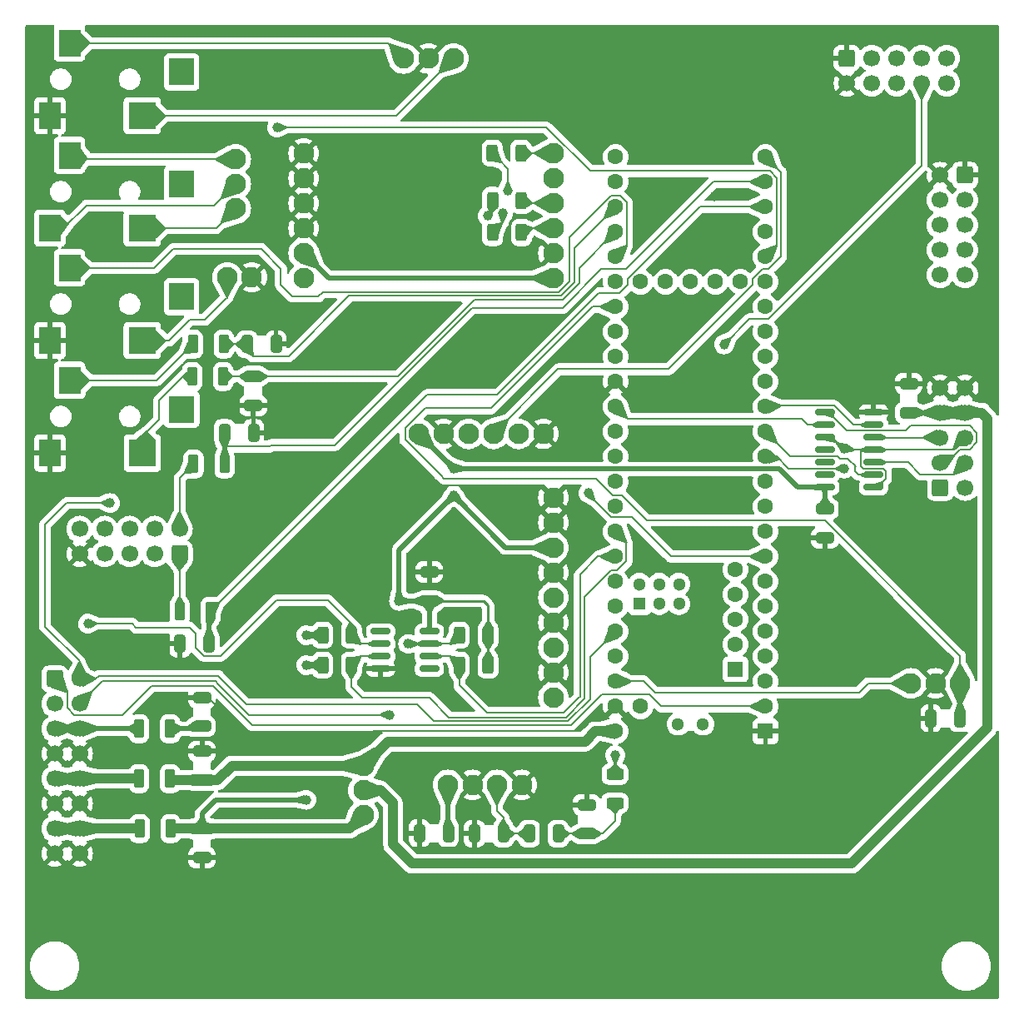
<source format=gbr>
G04 #@! TF.GenerationSoftware,KiCad,Pcbnew,8.0.5*
G04 #@! TF.CreationDate,2024-09-11T06:58:09-04:00*
G04 #@! TF.ProjectId,t41_2_main_board,7434315f-325f-46d6-9169-6e5f626f6172,1.0*
G04 #@! TF.SameCoordinates,Original*
G04 #@! TF.FileFunction,Copper,L1,Top*
G04 #@! TF.FilePolarity,Positive*
%FSLAX46Y46*%
G04 Gerber Fmt 4.6, Leading zero omitted, Abs format (unit mm)*
G04 Created by KiCad (PCBNEW 8.0.5) date 2024-09-11 06:58:09*
%MOMM*%
%LPD*%
G01*
G04 APERTURE LIST*
G04 Aperture macros list*
%AMRoundRect*
0 Rectangle with rounded corners*
0 $1 Rounding radius*
0 $2 $3 $4 $5 $6 $7 $8 $9 X,Y pos of 4 corners*
0 Add a 4 corners polygon primitive as box body*
4,1,4,$2,$3,$4,$5,$6,$7,$8,$9,$2,$3,0*
0 Add four circle primitives for the rounded corners*
1,1,$1+$1,$2,$3*
1,1,$1+$1,$4,$5*
1,1,$1+$1,$6,$7*
1,1,$1+$1,$8,$9*
0 Add four rect primitives between the rounded corners*
20,1,$1+$1,$2,$3,$4,$5,0*
20,1,$1+$1,$4,$5,$6,$7,0*
20,1,$1+$1,$6,$7,$8,$9,0*
20,1,$1+$1,$8,$9,$2,$3,0*%
G04 Aperture macros list end*
G04 #@! TA.AperFunction,SMDPad,CuDef*
%ADD10RoundRect,0.250000X0.275000X0.700000X-0.275000X0.700000X-0.275000X-0.700000X0.275000X-0.700000X0*%
G04 #@! TD*
G04 #@! TA.AperFunction,SMDPad,CuDef*
%ADD11RoundRect,0.250000X0.312500X0.625000X-0.312500X0.625000X-0.312500X-0.625000X0.312500X-0.625000X0*%
G04 #@! TD*
G04 #@! TA.AperFunction,SMDPad,CuDef*
%ADD12RoundRect,0.250000X-0.650000X0.325000X-0.650000X-0.325000X0.650000X-0.325000X0.650000X0.325000X0*%
G04 #@! TD*
G04 #@! TA.AperFunction,SMDPad,CuDef*
%ADD13RoundRect,0.250000X-0.325000X-0.650000X0.325000X-0.650000X0.325000X0.650000X-0.325000X0.650000X0*%
G04 #@! TD*
G04 #@! TA.AperFunction,SMDPad,CuDef*
%ADD14RoundRect,0.250000X0.325000X0.650000X-0.325000X0.650000X-0.325000X-0.650000X0.325000X-0.650000X0*%
G04 #@! TD*
G04 #@! TA.AperFunction,SMDPad,CuDef*
%ADD15RoundRect,0.250000X-0.275000X-0.700000X0.275000X-0.700000X0.275000X0.700000X-0.275000X0.700000X0*%
G04 #@! TD*
G04 #@! TA.AperFunction,SMDPad,CuDef*
%ADD16RoundRect,0.250000X-0.312500X-0.625000X0.312500X-0.625000X0.312500X0.625000X-0.312500X0.625000X0*%
G04 #@! TD*
G04 #@! TA.AperFunction,SMDPad,CuDef*
%ADD17R,2.200000X2.800000*%
G04 #@! TD*
G04 #@! TA.AperFunction,SMDPad,CuDef*
%ADD18R,2.800000X2.800000*%
G04 #@! TD*
G04 #@! TA.AperFunction,SMDPad,CuDef*
%ADD19R,2.600000X2.800000*%
G04 #@! TD*
G04 #@! TA.AperFunction,SMDPad,CuDef*
%ADD20RoundRect,0.150000X0.825000X0.150000X-0.825000X0.150000X-0.825000X-0.150000X0.825000X-0.150000X0*%
G04 #@! TD*
G04 #@! TA.AperFunction,SMDPad,CuDef*
%ADD21RoundRect,0.250000X0.650000X-0.325000X0.650000X0.325000X-0.650000X0.325000X-0.650000X-0.325000X0*%
G04 #@! TD*
G04 #@! TA.AperFunction,SMDPad,CuDef*
%ADD22RoundRect,0.250000X-0.625000X0.312500X-0.625000X-0.312500X0.625000X-0.312500X0.625000X0.312500X0*%
G04 #@! TD*
G04 #@! TA.AperFunction,ComponentPad*
%ADD23C,2.100000*%
G04 #@! TD*
G04 #@! TA.AperFunction,SMDPad,CuDef*
%ADD24RoundRect,0.150000X-0.825000X-0.150000X0.825000X-0.150000X0.825000X0.150000X-0.825000X0.150000X0*%
G04 #@! TD*
G04 #@! TA.AperFunction,ComponentPad*
%ADD25RoundRect,0.250000X-0.600000X-0.600000X0.600000X-0.600000X0.600000X0.600000X-0.600000X0.600000X0*%
G04 #@! TD*
G04 #@! TA.AperFunction,ComponentPad*
%ADD26C,1.700000*%
G04 #@! TD*
G04 #@! TA.AperFunction,ComponentPad*
%ADD27R,1.600000X1.600000*%
G04 #@! TD*
G04 #@! TA.AperFunction,ComponentPad*
%ADD28C,1.600000*%
G04 #@! TD*
G04 #@! TA.AperFunction,ComponentPad*
%ADD29R,1.300000X1.300000*%
G04 #@! TD*
G04 #@! TA.AperFunction,ComponentPad*
%ADD30C,1.300000*%
G04 #@! TD*
G04 #@! TA.AperFunction,ComponentPad*
%ADD31RoundRect,0.250000X-0.600000X0.600000X-0.600000X-0.600000X0.600000X-0.600000X0.600000X0.600000X0*%
G04 #@! TD*
G04 #@! TA.AperFunction,ComponentPad*
%ADD32RoundRect,0.250000X0.600000X0.600000X-0.600000X0.600000X-0.600000X-0.600000X0.600000X-0.600000X0*%
G04 #@! TD*
G04 #@! TA.AperFunction,ComponentPad*
%ADD33RoundRect,0.250000X0.600000X-0.600000X0.600000X0.600000X-0.600000X0.600000X-0.600000X-0.600000X0*%
G04 #@! TD*
G04 #@! TA.AperFunction,ViaPad*
%ADD34C,1.000000*%
G04 #@! TD*
G04 #@! TA.AperFunction,Conductor*
%ADD35C,0.200000*%
G04 #@! TD*
G04 #@! TA.AperFunction,Conductor*
%ADD36C,1.000000*%
G04 #@! TD*
G04 #@! TA.AperFunction,Conductor*
%ADD37C,0.500000*%
G04 #@! TD*
G04 #@! TA.AperFunction,Conductor*
%ADD38C,0.250000*%
G04 #@! TD*
G04 APERTURE END LIST*
D10*
X117196000Y-86754000D03*
X114046000Y-86754000D03*
D11*
X147421800Y-67323000D03*
X144496800Y-67323000D03*
D12*
X154102000Y-136538000D03*
X154102000Y-133588000D03*
D13*
X112749000Y-117234000D03*
X115699000Y-117234000D03*
D14*
X122508000Y-86754000D03*
X119558000Y-86754000D03*
D15*
X108636000Y-136030000D03*
X111786000Y-136030000D03*
D13*
X142672000Y-136538000D03*
X145622000Y-136538000D03*
D15*
X114122000Y-98946000D03*
X117272000Y-98946000D03*
D16*
X141144000Y-119393000D03*
X144069000Y-119393000D03*
D17*
X99511400Y-74951400D03*
D18*
X108911400Y-74951400D03*
D17*
X101511400Y-67551400D03*
D19*
X112911400Y-70501400D03*
D12*
X114986000Y-136030000D03*
X114986000Y-138980000D03*
D10*
X115850000Y-113932000D03*
X112700000Y-113932000D03*
D20*
X183272400Y-101308200D03*
X183272400Y-100038200D03*
X183272400Y-98768200D03*
X183272400Y-97498200D03*
X183272400Y-96228200D03*
X183272400Y-94958200D03*
X183272400Y-93688200D03*
X178322400Y-93688200D03*
X178322400Y-94958200D03*
X178322400Y-96228200D03*
X178322400Y-97498200D03*
X178322400Y-98768200D03*
X178322400Y-100038200D03*
X178322400Y-101308200D03*
D21*
X114986000Y-125616000D03*
X114986000Y-122666000D03*
D17*
X99520000Y-97820000D03*
D18*
X108920000Y-97820000D03*
D17*
X101520000Y-90420000D03*
D19*
X112920000Y-93370000D03*
D21*
X138100000Y-112868800D03*
X138100000Y-109918800D03*
D11*
X147476600Y-75400200D03*
X144551600Y-75400200D03*
D22*
X156997600Y-130492800D03*
X156997600Y-133417800D03*
D23*
X131399400Y-134618400D03*
X131399400Y-132118400D03*
X131399400Y-129618400D03*
D13*
X137087600Y-136492200D03*
X140037600Y-136492200D03*
D17*
X99511400Y-63521400D03*
D18*
X108911400Y-63521400D03*
D17*
X101511400Y-56121400D03*
D19*
X112911400Y-59071400D03*
D23*
X125323800Y-67348400D03*
X125323800Y-69888400D03*
X125323800Y-72428400D03*
X125323800Y-74968400D03*
X125323800Y-77508400D03*
X125323800Y-80048400D03*
X150723800Y-80048400D03*
X150723800Y-77508400D03*
X150723800Y-74968400D03*
X150723800Y-72428400D03*
X150723800Y-69888400D03*
X150723800Y-67348400D03*
X140563800Y-57696400D03*
X138023800Y-57696400D03*
X135483800Y-57696400D03*
D14*
X192076800Y-124803200D03*
X189126800Y-124803200D03*
D11*
X130175200Y-119393000D03*
X127250200Y-119393000D03*
D14*
X120222000Y-95771000D03*
X117272000Y-95771000D03*
D17*
X99511400Y-86381400D03*
D18*
X108911400Y-86381400D03*
D17*
X101511400Y-78981400D03*
D19*
X112911400Y-81931400D03*
D10*
X117120000Y-90056000D03*
X113970000Y-90056000D03*
D23*
X139988800Y-131564600D03*
X142488800Y-131564600D03*
X144988800Y-131564600D03*
X147488800Y-131564600D03*
D15*
X108585000Y-125870000D03*
X111735000Y-125870000D03*
D21*
X120193000Y-92977000D03*
X120193000Y-90027000D03*
D11*
X130175200Y-116345000D03*
X127250200Y-116345000D03*
X147476600Y-72123600D03*
X144551600Y-72123600D03*
D24*
X133150000Y-115964000D03*
X133150000Y-117234000D03*
X133150000Y-118504000D03*
X133150000Y-119774000D03*
X138100000Y-119774000D03*
X138100000Y-118504000D03*
X138100000Y-117234000D03*
X138100000Y-115964000D03*
D23*
X118415000Y-72958000D03*
X118415000Y-70458000D03*
X118415000Y-67958000D03*
D21*
X114986000Y-131106000D03*
X114986000Y-128156000D03*
D25*
X100000000Y-120790000D03*
D26*
X102540000Y-120790000D03*
X100000000Y-123330000D03*
X102540000Y-123330000D03*
X100000000Y-125870000D03*
X102540000Y-125870000D03*
X100000000Y-128410000D03*
X102540000Y-128410000D03*
X100000000Y-130950000D03*
X102540000Y-130950000D03*
X100000000Y-133490000D03*
X102540000Y-133490000D03*
X100000000Y-136030000D03*
X102540000Y-136030000D03*
X100000000Y-138570000D03*
X102540000Y-138570000D03*
D27*
X172288400Y-126124000D03*
D28*
X172288400Y-123584000D03*
X172288400Y-121044000D03*
X172288400Y-118504000D03*
X172288400Y-115964000D03*
X172288400Y-113424000D03*
X172288400Y-110884000D03*
X172288400Y-108344000D03*
X172288400Y-105804000D03*
X172288400Y-103264000D03*
X172288400Y-100724000D03*
X172288400Y-98184000D03*
X172288400Y-95644000D03*
X172288400Y-93104000D03*
X172288400Y-90564000D03*
X172288400Y-88024000D03*
X172288400Y-85484000D03*
X172288400Y-82944000D03*
X172288400Y-80404000D03*
X172288400Y-77864000D03*
X172288400Y-75324000D03*
X172288400Y-72784000D03*
X172288400Y-70244000D03*
X172288400Y-67704000D03*
X157048400Y-67704000D03*
X157048400Y-70244000D03*
X157048400Y-72784000D03*
X157048400Y-75324000D03*
X157048400Y-77864000D03*
X157048400Y-80404000D03*
X157048400Y-82944000D03*
X157048400Y-85484000D03*
X157048400Y-88024000D03*
X157048400Y-90564000D03*
X157048400Y-93104000D03*
X157048400Y-95644000D03*
X157048400Y-98184000D03*
X157048400Y-100724000D03*
X157048400Y-103264000D03*
X157048400Y-105804000D03*
X157048400Y-108344000D03*
X157048400Y-110884000D03*
X157048400Y-113424000D03*
X157048400Y-115964000D03*
X157048400Y-118504000D03*
X157048400Y-121044000D03*
X157048400Y-123584000D03*
X157048400Y-126124000D03*
X159588400Y-123584000D03*
X169748400Y-80404000D03*
X167208400Y-80404000D03*
X164668400Y-80404000D03*
X162128400Y-80404000D03*
X159588400Y-80404000D03*
D27*
X169237600Y-119824800D03*
D28*
X169237600Y-117284800D03*
X169237600Y-114744800D03*
X169237600Y-112204800D03*
X169237600Y-109664800D03*
D29*
X159486800Y-113154000D03*
D30*
X161486800Y-113154000D03*
X163486800Y-113154000D03*
X163486800Y-111154000D03*
X161486800Y-111154000D03*
X159486800Y-111154000D03*
X163398400Y-125394000D03*
X165938400Y-125394000D03*
D14*
X151210000Y-136538000D03*
X148260000Y-136538000D03*
D16*
X141148000Y-116345000D03*
X144073000Y-116345000D03*
D21*
X186868000Y-93717200D03*
X186868000Y-90767200D03*
D15*
X108585000Y-130950000D03*
X111735000Y-130950000D03*
D23*
X117551400Y-79946800D03*
X120051400Y-79946800D03*
X150723800Y-122669600D03*
X150723800Y-120129600D03*
X150723800Y-117589600D03*
X150723800Y-115049600D03*
X150723800Y-112509600D03*
X150723800Y-109969600D03*
X150723800Y-107429600D03*
X150723800Y-104889600D03*
X150723800Y-102349600D03*
X149707800Y-95872600D03*
X147167800Y-95872600D03*
X144627800Y-95872600D03*
X142087800Y-95872600D03*
X139547800Y-95872600D03*
X137007800Y-95872600D03*
D12*
X178333600Y-103516200D03*
X178333600Y-106466200D03*
D31*
X180568800Y-57655100D03*
D26*
X180568800Y-60195100D03*
X183108800Y-57655100D03*
X183108800Y-60195100D03*
X185648800Y-57655100D03*
X185648800Y-60195100D03*
X188188800Y-57655100D03*
X188188800Y-60195100D03*
X190728800Y-57655100D03*
X190728800Y-60195100D03*
D25*
X190068400Y-101333600D03*
D26*
X192608400Y-101333600D03*
X190068400Y-98793600D03*
X192608400Y-98793600D03*
X190068400Y-96253600D03*
X192608400Y-96253600D03*
X190068400Y-93713600D03*
X192608400Y-93713600D03*
X190068400Y-91173600D03*
X192608400Y-91173600D03*
D23*
X192075000Y-121247200D03*
X189575000Y-121247200D03*
X187075000Y-121247200D03*
D32*
X192573500Y-69558200D03*
D26*
X190033500Y-69558200D03*
X192573500Y-72098200D03*
X190033500Y-72098200D03*
X192573500Y-74638200D03*
X190033500Y-74638200D03*
X192573500Y-77178200D03*
X190033500Y-77178200D03*
X192573500Y-79718200D03*
X190033500Y-79718200D03*
D33*
X112700000Y-108090000D03*
D26*
X112700000Y-105550000D03*
X110160000Y-108090000D03*
X110160000Y-105550000D03*
X107620000Y-108090000D03*
X107620000Y-105550000D03*
X105080000Y-108090000D03*
X105080000Y-105550000D03*
X102540000Y-108090000D03*
X102540000Y-105550000D03*
D34*
X182524600Y-135598200D03*
X134518600Y-128867200D03*
X161976000Y-126606600D03*
X140589200Y-99403200D03*
X125591000Y-133090000D03*
X140589200Y-102146400D03*
X135026600Y-112865200D03*
X125591000Y-119393000D03*
X125591000Y-116345000D03*
X122622000Y-64720600D03*
X131470600Y-100139800D03*
X111354000Y-95898000D03*
X129159000Y-98361800D03*
X152705000Y-57620200D03*
X107975600Y-110045800D03*
X164821000Y-93104000D03*
X99415800Y-118250000D03*
X170333000Y-87668400D03*
X175159000Y-72250600D03*
X184988400Y-138011200D03*
X161849000Y-73647600D03*
X175133200Y-77940200D03*
X115595600Y-97142600D03*
X114986000Y-141034000D03*
X127051000Y-114287600D03*
X195173800Y-127952800D03*
X145593000Y-78524400D03*
X117907000Y-115456000D03*
X155016000Y-67856400D03*
X112370000Y-123279000D03*
X146939200Y-123025200D03*
X170231000Y-95644000D03*
X166294000Y-109614000D03*
X127228800Y-127495600D03*
X168123000Y-78422800D03*
X127101800Y-104661000D03*
X141021000Y-123406200D03*
X158699400Y-119621600D03*
X161264800Y-62395400D03*
X161772800Y-78524400D03*
X166675000Y-67881800D03*
X184074000Y-86703200D03*
X133858200Y-114363800D03*
X142621200Y-90462400D03*
X157556400Y-62395400D03*
X133172400Y-121348800D03*
X98526800Y-89624200D03*
X130099000Y-86779400D03*
X137363400Y-121348800D03*
X127178000Y-134201200D03*
X127051000Y-111290400D03*
X142773600Y-84493400D03*
X182905600Y-63284400D03*
X110389000Y-70345600D03*
X134518600Y-97218800D03*
X139471600Y-83274200D03*
X130734000Y-62116000D03*
X124053800Y-122085400D03*
X186817200Y-88862200D03*
X185902800Y-100114400D03*
X113868400Y-119189800D03*
X152984000Y-87160400D03*
X118313400Y-131661200D03*
X130988000Y-57366200D03*
X154102000Y-55131000D03*
X162077600Y-105931000D03*
X184429600Y-66561000D03*
X117272000Y-93104000D03*
X193116400Y-103289400D03*
X117551400Y-75654200D03*
X104420000Y-119368000D03*
X167158000Y-82461400D03*
X127076400Y-122085400D03*
X138862000Y-101613000D03*
X182220000Y-106795000D03*
X145745000Y-84264800D03*
X104902200Y-111087200D03*
X169698000Y-74485800D03*
X126136600Y-62243000D03*
X183998000Y-108598000D03*
X107569200Y-119189800D03*
X132639000Y-136461800D03*
X163957000Y-120866000D03*
X159055000Y-70421800D03*
X179832000Y-108039000D03*
X174219000Y-91199000D03*
X170561200Y-137935000D03*
X116484600Y-111569800D03*
X142469000Y-78524400D03*
X170333000Y-71463200D03*
X98425200Y-55715200D03*
X142570400Y-102248000D03*
X109931400Y-88963800D03*
X150546000Y-84417200D03*
X130657800Y-83198000D03*
X179019000Y-91630800D03*
X120040600Y-82309000D03*
X134925000Y-92697600D03*
X104064000Y-54902400D03*
X136474000Y-63513000D03*
X127406600Y-95593200D03*
X141833800Y-105270600D03*
X159334400Y-76111400D03*
X183642200Y-91884800D03*
X125400000Y-88684400D03*
X155854600Y-137858800D03*
X167107000Y-71691800D03*
X102464000Y-63513000D03*
X131399400Y-127168400D03*
X99517400Y-100800000D03*
X187986000Y-77330600D03*
X109398000Y-91834000D03*
X189179000Y-81623200D03*
X173406000Y-128968800D03*
X133502600Y-111290400D03*
X176225000Y-106464000D03*
X126060400Y-83883800D03*
X114986000Y-105296000D03*
X193751000Y-56553400D03*
X119558000Y-99835000D03*
X142774000Y-57569400D03*
X194869000Y-137655600D03*
X160223400Y-97879200D03*
X142621000Y-65976800D03*
X117170000Y-126403000D03*
X153416200Y-141237000D03*
X114732000Y-108115400D03*
X172466200Y-131559600D03*
X170256400Y-103365600D03*
X161239400Y-116116400D03*
X145415200Y-89649600D03*
X114935200Y-78499000D03*
X155295800Y-128359200D03*
X136296600Y-134074200D03*
X101778000Y-76213000D03*
X170561200Y-141262400D03*
X124206000Y-114491000D03*
X182220000Y-110325000D03*
X170637400Y-106972400D03*
X142646600Y-114186000D03*
X191262200Y-126886000D03*
X134442400Y-106083400D03*
X176200000Y-110249000D03*
X121615400Y-111011000D03*
X131369000Y-91580000D03*
X141198800Y-111417400D03*
X186868000Y-68008800D03*
X158953000Y-82258200D03*
X194843600Y-146799600D03*
X148285400Y-86703200D03*
X110922000Y-103492600D03*
X123952200Y-127495600D03*
X159842400Y-100952600D03*
X110972800Y-114262200D03*
X98501400Y-78448200D03*
X154102000Y-131610400D03*
X193700600Y-82664600D03*
X158953400Y-129603800D03*
X98577600Y-66789600D03*
X165253000Y-70320200D03*
X193218000Y-117742000D03*
X144602400Y-128867200D03*
X134264600Y-88760600D03*
X174295000Y-84544200D03*
X159106000Y-87973200D03*
X174295000Y-120942000D03*
X186919000Y-62065200D03*
X159436000Y-125514400D03*
X162712600Y-67780200D03*
X105638800Y-102908400D03*
X168072000Y-86779400D03*
X144043000Y-73706800D03*
X145575000Y-73464800D03*
X154275000Y-101898000D03*
X146078000Y-71174500D03*
X180314800Y-97365900D03*
X180314800Y-99403200D03*
X157003000Y-128549000D03*
X103378200Y-115176600D03*
X134086800Y-124447600D03*
X135941000Y-117234000D03*
D35*
X101270000Y-123748000D02*
X101270000Y-122060000D01*
X102015000Y-124494000D02*
X101270000Y-123748000D01*
X120110400Y-125508000D02*
X116103600Y-121501200D01*
X106858000Y-124494000D02*
X102015000Y-124494000D01*
X109585400Y-121771000D02*
X109581000Y-121771000D01*
X116103600Y-121501200D02*
X109855200Y-121501200D01*
X172288400Y-123584000D02*
X161692000Y-123584000D01*
X155651400Y-122339400D02*
X152482800Y-125508000D01*
X109581000Y-121771000D02*
X106858000Y-124494000D01*
X160447400Y-122339400D02*
X155651400Y-122339400D01*
X152482800Y-125508000D02*
X120110400Y-125508000D01*
X161692000Y-123584000D02*
X160447400Y-122339400D01*
X101270000Y-122060000D02*
X100000000Y-120790000D01*
X109855200Y-121501200D02*
X109585400Y-121771000D01*
X131399400Y-127168400D02*
X132443800Y-126124000D01*
X152882800Y-126124000D02*
X154406800Y-124600000D01*
X132443800Y-126124000D02*
X152882800Y-126124000D01*
X154406800Y-124600000D02*
X156032400Y-124600000D01*
X156032400Y-124600000D02*
X157048400Y-123584000D01*
X156352000Y-116660000D02*
X155346400Y-117665600D01*
X119532600Y-123380800D02*
X116637000Y-120485200D01*
X155346400Y-117665600D02*
X155346400Y-117666000D01*
X152222400Y-125108000D02*
X138582600Y-125108000D01*
X155346400Y-117666000D02*
X154457600Y-118554800D01*
X104191000Y-120790000D02*
X102540000Y-120790000D01*
X154457600Y-118554800D02*
X154457600Y-122872800D01*
X154457600Y-122872800D02*
X152222400Y-125108000D01*
X138582600Y-125108000D02*
X136855400Y-123380800D01*
X116637000Y-120485200D02*
X104495800Y-120485200D01*
X136855400Y-123380800D02*
X119532600Y-123380800D01*
X104495800Y-120485200D02*
X104191000Y-120790000D01*
X134086800Y-124447600D02*
X119760600Y-124447600D01*
X119760600Y-124447600D02*
X116645000Y-121332000D01*
X116645000Y-121332000D02*
X116645000Y-121331400D01*
X116645000Y-121331400D02*
X116332200Y-121018600D01*
X116332200Y-121018600D02*
X104851400Y-121018600D01*
X104851400Y-121018600D02*
X102540000Y-123330000D01*
X157048400Y-105804000D02*
X158148400Y-106904000D01*
X158148400Y-106904000D02*
X158148400Y-108844200D01*
X153917800Y-112439800D02*
X153917800Y-122777600D01*
X158148400Y-108844200D02*
X157208600Y-109784000D01*
X157208600Y-109784000D02*
X156573600Y-109784000D01*
X156573600Y-109784000D02*
X153917800Y-112439800D01*
X138125400Y-122720400D02*
X131292800Y-122720400D01*
X153917800Y-122777600D02*
X151993800Y-124701600D01*
X151993800Y-124701600D02*
X140106600Y-124701600D01*
X140106600Y-124701600D02*
X138125400Y-122720400D01*
X131292800Y-122720400D02*
X130175200Y-121602800D01*
X130175200Y-121602800D02*
X130175200Y-119393000D01*
X157048400Y-108344000D02*
X155270400Y-108344000D01*
X155270400Y-108344000D02*
X153416200Y-110198200D01*
X153416200Y-110198200D02*
X153416200Y-122593400D01*
X153416200Y-122593400D02*
X153410000Y-122593400D01*
X153410000Y-122593400D02*
X151739800Y-124263600D01*
X151739800Y-124263600D02*
X143957200Y-124263600D01*
X143957200Y-124263600D02*
X141144000Y-121450400D01*
X141144000Y-121450400D02*
X141144000Y-119393000D01*
D36*
X136372800Y-139586000D02*
X181026000Y-139586000D01*
X194843600Y-125768400D02*
X181026000Y-139586000D01*
X192608400Y-93713600D02*
X194259400Y-93713600D01*
X194259400Y-93713600D02*
X194843600Y-94297800D01*
X194843600Y-94297800D02*
X194843600Y-125768400D01*
D35*
X156997600Y-133417800D02*
X156997600Y-135242600D01*
X156997600Y-135242600D02*
X155702200Y-136538000D01*
X155702200Y-136538000D02*
X154102000Y-136538000D01*
X151210000Y-136538000D02*
X154102000Y-136538000D01*
X148260000Y-136538000D02*
X145622000Y-136538000D01*
X145622000Y-136538000D02*
X145622000Y-134865200D01*
X145622000Y-134865200D02*
X144988800Y-134232000D01*
X144988800Y-134232000D02*
X144988800Y-131564600D01*
D37*
X150723800Y-80048400D02*
X150724000Y-80048400D01*
X178328000Y-101314000D02*
X178322300Y-101308300D01*
X127864000Y-80048400D02*
X150723800Y-80048400D01*
X140589200Y-99403200D02*
X137008000Y-95872600D01*
X178322000Y-101308000D02*
X175553000Y-101308000D01*
X175553000Y-101308000D02*
X173699000Y-99454000D01*
X137007800Y-95872600D02*
X137008000Y-95872600D01*
X140589000Y-99454000D02*
X140589200Y-99403200D01*
X178328000Y-101314000D02*
X178322300Y-101308300D01*
X178322300Y-101308300D02*
X178322000Y-101308000D01*
D36*
X129987800Y-136030000D02*
X114986000Y-136030000D01*
D37*
X150723800Y-107429600D02*
X145872400Y-107429600D01*
D38*
X143611800Y-112865200D02*
X144073000Y-113326400D01*
X142113200Y-112865200D02*
X143611800Y-112865200D01*
D37*
X178334000Y-103516000D02*
X178334000Y-101319000D01*
X138098200Y-115962200D02*
X138100000Y-115964000D01*
D36*
X111786000Y-136030000D02*
X114986000Y-136030000D01*
D37*
X114986000Y-136030000D02*
X114986000Y-134506000D01*
X125323800Y-77508400D02*
X125324000Y-77508400D01*
X145872400Y-107429600D02*
X140589200Y-102146400D01*
D38*
X144069000Y-116349000D02*
X144073000Y-116345000D01*
D37*
X173699000Y-99454000D02*
X140589000Y-99454000D01*
X127250200Y-116345000D02*
X125591000Y-116345000D01*
D38*
X144073000Y-113326400D02*
X144073000Y-116345000D01*
D37*
X125324000Y-77508400D02*
X127864000Y-80048400D01*
X178322400Y-101308200D02*
X178322300Y-101308300D01*
X178333800Y-103516200D02*
X178334000Y-103516000D01*
X114986000Y-134506000D02*
X116402000Y-133090000D01*
X135026600Y-107709000D02*
X140589200Y-102146400D01*
X127250200Y-119393000D02*
X125591000Y-119393000D01*
X138098200Y-112865200D02*
X135026600Y-112865200D01*
D38*
X142109600Y-112868800D02*
X142113200Y-112865200D01*
D36*
X131399400Y-134618400D02*
X129987800Y-136030000D01*
D37*
X135026600Y-112865200D02*
X135026600Y-107709000D01*
X116402000Y-133090000D02*
X125591000Y-133090000D01*
X178322300Y-101308300D02*
X178322000Y-101308000D01*
X178333600Y-103516200D02*
X178333800Y-103516200D01*
X138098200Y-112865200D02*
X138098200Y-115962200D01*
D38*
X138100000Y-112868800D02*
X142109600Y-112868800D01*
D37*
X178334000Y-101319000D02*
X178328000Y-101314000D01*
D38*
X144069000Y-119393000D02*
X144069000Y-116349000D01*
D35*
X144989000Y-131564800D02*
X144989000Y-131565000D01*
X144988800Y-131564600D02*
X144989000Y-131564800D01*
X139297000Y-100126000D02*
X139562800Y-100391800D01*
X157048400Y-82944000D02*
X154690000Y-82944000D01*
X155043800Y-100391800D02*
X156788000Y-102136000D01*
X192075000Y-118432000D02*
X192075000Y-121247200D01*
X135642000Y-95311100D02*
X135642000Y-96470400D01*
X139562800Y-100391800D02*
X155043800Y-100391800D01*
X154690000Y-82944000D02*
X144358000Y-93276100D01*
X156788000Y-102136000D02*
X157720000Y-102136000D01*
D37*
X192075000Y-121247200D02*
X192075000Y-124801400D01*
D35*
X144358000Y-93276100D02*
X137677000Y-93276100D01*
X160260000Y-104676000D02*
X178319000Y-104676000D01*
X157720000Y-102136000D02*
X160260000Y-104676000D01*
D37*
X192075000Y-124801400D02*
X192076800Y-124803200D01*
D35*
X135642000Y-96470400D02*
X139297000Y-100126000D01*
X191247400Y-117604400D02*
X192075000Y-118432000D01*
X178319000Y-104676000D02*
X191247400Y-117604400D01*
X137677000Y-93276100D02*
X135642000Y-95311100D01*
X114732000Y-125870000D02*
X114986000Y-125616000D01*
D37*
X111735000Y-125870000D02*
X114732000Y-125870000D01*
D36*
X131399400Y-129618400D02*
X118048600Y-129618400D01*
X114986000Y-131106000D02*
X111891000Y-131106000D01*
X153924200Y-127165400D02*
X154965600Y-126124000D01*
X116542000Y-131106000D02*
X114986000Y-131106000D01*
X133852400Y-127165400D02*
X153924200Y-127165400D01*
X131399400Y-129618400D02*
X133852400Y-127165400D01*
X154965600Y-126124000D02*
X157048400Y-126124000D01*
X118048600Y-129618400D02*
X118039100Y-129608900D01*
D37*
X111891000Y-131106000D02*
X111735000Y-130950000D01*
D36*
X118039100Y-129608900D02*
X116542000Y-131106000D01*
D35*
X117120000Y-90056000D02*
X117149000Y-90027000D01*
X142693000Y-82244600D02*
X151635000Y-82244600D01*
X157048400Y-75324000D02*
X157048000Y-75324000D01*
X151635000Y-82244600D02*
X153382000Y-80497500D01*
X153382000Y-78989900D02*
X157048000Y-75324000D01*
X117149000Y-90027000D02*
X120193000Y-90027000D01*
X153382000Y-80497500D02*
X153382000Y-78989900D01*
X134910000Y-90027000D02*
X142693000Y-82244600D01*
X120193000Y-90027000D02*
X134910000Y-90027000D01*
X152861000Y-76971000D02*
X155818000Y-74014000D01*
X119558000Y-86754000D02*
X117196000Y-86754000D01*
X156638400Y-73194000D02*
X157048400Y-72784000D01*
X119558000Y-86754000D02*
X119558000Y-87366200D01*
X151465000Y-81836900D02*
X152861000Y-80440100D01*
X152861000Y-80440100D02*
X152861000Y-76971000D01*
X155818000Y-74014000D02*
X156228000Y-73604000D01*
X156638000Y-73194000D02*
X157048000Y-72784000D01*
X123803000Y-87984000D02*
X129950000Y-81836900D01*
X119558000Y-87366200D02*
X120176000Y-87984000D01*
X155818000Y-74014000D02*
X156228000Y-73604000D01*
X120176000Y-87984000D02*
X123803000Y-87984000D01*
X156638000Y-73194000D02*
X156638400Y-73194000D01*
X156228000Y-73604000D02*
X156638000Y-73194000D01*
X129950000Y-81836900D02*
X151465000Y-81836900D01*
X137869000Y-91912900D02*
X115850000Y-113932000D01*
X165636000Y-72784000D02*
X158318000Y-80101800D01*
X158318000Y-80101800D02*
X158318000Y-80711500D01*
X172288000Y-72784000D02*
X165636000Y-72784000D01*
X172288000Y-72784000D02*
X172288400Y-72784000D01*
X158318000Y-80711500D02*
X157437000Y-81593200D01*
X145012000Y-91912900D02*
X137869000Y-91912900D01*
X115699000Y-114083000D02*
X115850000Y-113932000D01*
X155332000Y-81593200D02*
X145012000Y-91912900D01*
X157437000Y-81593200D02*
X155332000Y-81593200D01*
D37*
X115699000Y-117234000D02*
X115699000Y-114083000D01*
D35*
X150008000Y-64720600D02*
X154429000Y-69142300D01*
X172288000Y-77863700D02*
X172288000Y-77864000D01*
X172747000Y-69142300D02*
X173436000Y-69831400D01*
X173436000Y-76716200D02*
X172862000Y-77290100D01*
X154429000Y-69142300D02*
X172747000Y-69142300D01*
X172288000Y-77864000D02*
X172862000Y-77290100D01*
X172288400Y-77864000D02*
X172288000Y-77864000D01*
X173436000Y-69831400D02*
X173436000Y-76716200D01*
X122622000Y-64720600D02*
X150008000Y-64720600D01*
X172862000Y-77290100D02*
X172288000Y-77863700D01*
D37*
X139989000Y-131565900D02*
X139989000Y-131566900D01*
D35*
X139989000Y-131809700D02*
X139989000Y-131687300D01*
X139989000Y-131565400D02*
X139989000Y-131565200D01*
X139989000Y-131687300D02*
X139989000Y-131626100D01*
D37*
X139989000Y-131580200D02*
X139989000Y-131595500D01*
D35*
X139989000Y-131565100D02*
X139989000Y-131565000D01*
D37*
X139989000Y-131572600D02*
X139989000Y-131580200D01*
X139989000Y-131809700D02*
X139989000Y-132054500D01*
X139989000Y-132544000D02*
X139989000Y-133523000D01*
D35*
X139989000Y-131566900D02*
X139989000Y-131565900D01*
D37*
X139989000Y-133523000D02*
X139989000Y-133524000D01*
X139989000Y-131565200D02*
X139989000Y-131565400D01*
D35*
X139989000Y-136443000D02*
X140037600Y-136491600D01*
X139989000Y-132054500D02*
X139989000Y-131809700D01*
D37*
X139989000Y-131565400D02*
X139989000Y-131565900D01*
X139989000Y-131568800D02*
X139989000Y-131572600D01*
D35*
X139989000Y-131626100D02*
X139989000Y-131595500D01*
X139989000Y-131580200D02*
X139989000Y-131572600D01*
D37*
X139989000Y-131687300D02*
X139989000Y-131809700D01*
X139989000Y-131595500D02*
X139989000Y-131626100D01*
D35*
X139989000Y-131565200D02*
X139989000Y-131565100D01*
X139989000Y-131565900D02*
X139989000Y-131565400D01*
X140037600Y-136491600D02*
X140037600Y-136492200D01*
D37*
X139989000Y-131626100D02*
X139989000Y-131687300D01*
X139989000Y-131566900D02*
X139989000Y-131568800D01*
X139989000Y-132054500D02*
X139989000Y-132544000D01*
D35*
X139989000Y-131568800D02*
X139989000Y-131566900D01*
X139988800Y-131564800D02*
X139988800Y-131564600D01*
X139989000Y-132544000D02*
X139989000Y-132054500D01*
D37*
X139989000Y-133524000D02*
X139989000Y-136443000D01*
D35*
X139989000Y-131572600D02*
X139989000Y-131568800D01*
D37*
X139989000Y-131565000D02*
X139989000Y-131565100D01*
D35*
X139989000Y-133524000D02*
X139989000Y-133523000D01*
X139989000Y-131595500D02*
X139989000Y-131580200D01*
X139989000Y-131565000D02*
X139988800Y-131564800D01*
X139989000Y-133523000D02*
X139989000Y-132544000D01*
X140037600Y-136491600D02*
X140038000Y-136492000D01*
D37*
X139989000Y-131565100D02*
X139989000Y-131565200D01*
X102540000Y-125870000D02*
X108585000Y-125870000D01*
X100000000Y-125870000D02*
X102540000Y-125870000D01*
D36*
X100000000Y-130950000D02*
X102540000Y-130950000D01*
X102540000Y-130950000D02*
X108585000Y-130950000D01*
D35*
X113462000Y-88379600D02*
X119481800Y-88379600D01*
X109398000Y-91834000D02*
X110007600Y-91834000D01*
X102540000Y-138570000D02*
X102950000Y-138980000D01*
X190033500Y-69558200D02*
X189932000Y-69558200D01*
X138862000Y-101613000D02*
X139370000Y-101105000D01*
X122508000Y-86754000D02*
X122508000Y-86131500D01*
X120051400Y-79946800D02*
X120051000Y-79946800D01*
X116210000Y-123275000D02*
X116210000Y-123284000D01*
X125349200Y-88735200D02*
X125400000Y-88684400D01*
X179223000Y-91834000D02*
X179019000Y-91630800D01*
X120193000Y-95742000D02*
X120222000Y-95771000D01*
X110007600Y-91834000D02*
X113462000Y-88379600D01*
X99517400Y-100800000D02*
X99520000Y-100798000D01*
X116210000Y-123284000D02*
X117170000Y-124244000D01*
X142367200Y-102248000D02*
X142570400Y-102248000D01*
X117170000Y-124244000D02*
X117170000Y-126403000D01*
X119837400Y-88735200D02*
X125349200Y-88735200D01*
X115601000Y-122666000D02*
X116210000Y-123275000D01*
X139370000Y-101105000D02*
X141224200Y-101105000D01*
X178816000Y-91834000D02*
X179019000Y-91630800D01*
X99520000Y-100803000D02*
X99517400Y-100800000D01*
X114986000Y-122666000D02*
X115601000Y-122666000D01*
X114732000Y-128410000D02*
X114986000Y-128156000D01*
X190034000Y-69558200D02*
X190033500Y-69558200D01*
X141224200Y-101105000D02*
X142367200Y-102248000D01*
X119481800Y-88379600D02*
X119837400Y-88735200D01*
D36*
X102540000Y-136030000D02*
X108636000Y-136030000D01*
X102540000Y-136030000D02*
X100000000Y-136030000D01*
D35*
X108920000Y-97820000D02*
X108920000Y-96118300D01*
X113035000Y-90056000D02*
X113970000Y-90056000D01*
X110622000Y-92469700D02*
X113035000Y-90056000D01*
X108920000Y-96118300D02*
X110622000Y-94416600D01*
X110622000Y-94416600D02*
X110622000Y-92469700D01*
X110380000Y-90420000D02*
X114046000Y-86754000D01*
X101520000Y-90420000D02*
X110380000Y-90420000D01*
X112700000Y-108090000D02*
X112700000Y-113932000D01*
X112700000Y-105550000D02*
X112700000Y-100368000D01*
X112700000Y-100368000D02*
X114122000Y-98946000D01*
X117428000Y-97168000D02*
X117272000Y-97011700D01*
X172288000Y-70244000D02*
X167010000Y-70244000D01*
X172288000Y-70244000D02*
X172288400Y-70244000D01*
X167010000Y-70244000D02*
X158120000Y-79134000D01*
X122000000Y-97011700D02*
X121844000Y-97168000D01*
X155611000Y-79134000D02*
X151698000Y-83046500D01*
D37*
X117272000Y-97011700D02*
X117272000Y-95771000D01*
D35*
X158120000Y-79134000D02*
X155611000Y-79134000D01*
D37*
X117272000Y-98946000D02*
X117272000Y-97011700D01*
D35*
X142459000Y-83046500D02*
X128494000Y-97011700D01*
X128494000Y-97011700D02*
X122000000Y-97011700D01*
X151698000Y-83046500D02*
X142459000Y-83046500D01*
X121844000Y-97168000D02*
X117428000Y-97168000D01*
X193792400Y-96727100D02*
X193072900Y-97446600D01*
X186543000Y-95560500D02*
X187046500Y-95057000D01*
X180539400Y-95560500D02*
X186543000Y-95560500D01*
X178322400Y-93688200D02*
X178667100Y-93688200D01*
X178667100Y-93688200D02*
X180539400Y-95560500D01*
X190721100Y-98793600D02*
X190068400Y-98793600D01*
X187046500Y-95057000D02*
X193080400Y-95057000D01*
X193072900Y-97446600D02*
X192068100Y-97446600D01*
X193080400Y-95057000D02*
X193792400Y-95769000D01*
X193792400Y-95769000D02*
X193792400Y-96727100D01*
X192068100Y-97446600D02*
X190721100Y-98793600D01*
X186796600Y-98768200D02*
X188003800Y-99975400D01*
X191426600Y-99975400D02*
X192608400Y-98793600D01*
X183272400Y-98768200D02*
X186796600Y-98768200D01*
X188003800Y-99975400D02*
X191426600Y-99975400D01*
X156352000Y-116660000D02*
X156584000Y-116428000D01*
X102540000Y-119012000D02*
X102540000Y-120790000D01*
X99009400Y-105118200D02*
X99009400Y-115481400D01*
X99009400Y-115481400D02*
X102540000Y-119012000D01*
X156352400Y-116660000D02*
X157048400Y-115964000D01*
X156352000Y-116660000D02*
X156352400Y-116660000D01*
X101219200Y-102908400D02*
X99009400Y-105118200D01*
X105638800Y-102908400D02*
X101219200Y-102908400D01*
X131064200Y-118504000D02*
X133150000Y-118504000D01*
X130175200Y-119393000D02*
X131064200Y-118504000D01*
X140255000Y-118504000D02*
X138100000Y-118504000D01*
X157048000Y-108344000D02*
X157048400Y-108344400D01*
X141144000Y-119393000D02*
X140255000Y-118504000D01*
X157048400Y-108344400D02*
X157048400Y-108344000D01*
X170638600Y-84212800D02*
X172575000Y-84212800D01*
X172575000Y-84212800D02*
X188189000Y-68599200D01*
X188189000Y-60195300D02*
X188188800Y-60195100D01*
X188189000Y-68599200D02*
X188189000Y-60195300D01*
X168072000Y-86779400D02*
X170638600Y-84212800D01*
X144552000Y-73198400D02*
X144552000Y-72123600D01*
X144043000Y-73706800D02*
X144552000Y-73198400D01*
X144551600Y-72123600D02*
X144552000Y-72123600D01*
X108911400Y-63521400D02*
X134739000Y-63521400D01*
X140564000Y-57696600D02*
X140564000Y-57696500D01*
X140564000Y-57696500D02*
X140563900Y-57696500D01*
X140563900Y-57696500D02*
X140563800Y-57696400D01*
X108911000Y-63521400D02*
X108911400Y-63521400D01*
X134739000Y-63521400D02*
X140564000Y-57696600D01*
X150723800Y-74968400D02*
X147908000Y-74968400D01*
X147692000Y-75184800D02*
X147584000Y-75292500D01*
X147476600Y-75400200D02*
X147584000Y-75292800D01*
X147908000Y-74968400D02*
X147692000Y-75184300D01*
X147692000Y-75184300D02*
X147692000Y-75184800D01*
X147584000Y-75292800D02*
X147584000Y-75292500D01*
X150724000Y-74968400D02*
X150723800Y-74968400D01*
X150724000Y-67348400D02*
X150723800Y-67348400D01*
X147434000Y-67335200D02*
X147428000Y-67329100D01*
X147421900Y-67323000D02*
X147428000Y-67329100D01*
X150723800Y-67348400D02*
X147447000Y-67348400D01*
X147447000Y-67348400D02*
X147434000Y-67335700D01*
X147434000Y-67335700D02*
X147434000Y-67335200D01*
X147421800Y-67323000D02*
X147421900Y-67323000D01*
X135484000Y-57696200D02*
X135484000Y-57696300D01*
X101511000Y-56121400D02*
X101511400Y-56121400D01*
X135484000Y-57696200D02*
X135483800Y-57696400D01*
X101511400Y-56121400D02*
X133909000Y-56121400D01*
X133909000Y-56121400D02*
X135484000Y-57696200D01*
X147705000Y-72352200D02*
X147629000Y-72276000D01*
X150724000Y-72428400D02*
X150723800Y-72428400D01*
X147477000Y-72123700D02*
X147476700Y-72123700D01*
X147781000Y-72428400D02*
X147705000Y-72352200D01*
X147705000Y-72352200D02*
X147477000Y-72123800D01*
X147477000Y-72123800D02*
X147477000Y-72123700D01*
X147476700Y-72123700D02*
X147476600Y-72123600D01*
X150723800Y-72428400D02*
X147781000Y-72428400D01*
X145575000Y-73464800D02*
X145575000Y-74377100D01*
X144551600Y-75400200D02*
X144552000Y-75400200D01*
X145575000Y-74377100D02*
X144552000Y-75400200D01*
X157048300Y-77863900D02*
X157048400Y-77864000D01*
X152388000Y-80335300D02*
X151288000Y-81435200D01*
X101511400Y-78981400D02*
X110134600Y-78981400D01*
X121031200Y-77076600D02*
X112039400Y-77076600D01*
X123012400Y-79057800D02*
X121031200Y-77076600D01*
X158184000Y-76728500D02*
X158184000Y-72344200D01*
X158184000Y-72344200D02*
X157514000Y-71674600D01*
X157048000Y-77863900D02*
X157048300Y-77863900D01*
X123012400Y-80734200D02*
X123012400Y-79057800D01*
X151288000Y-81435200D02*
X127289800Y-81435200D01*
X156560000Y-71674600D02*
X152388000Y-75847300D01*
X101511400Y-78981400D02*
X101511000Y-78981400D01*
X112039400Y-77076600D02*
X110134600Y-78981400D01*
X124193500Y-81915300D02*
X123012400Y-80734200D01*
X157514000Y-71674600D02*
X156560000Y-71674600D01*
X157048000Y-77863900D02*
X157048000Y-77863800D01*
X127289800Y-81435200D02*
X126809700Y-81915300D01*
X152388000Y-75847300D02*
X152388000Y-80335300D01*
X157048000Y-77863800D02*
X158184000Y-76728500D01*
X157048000Y-77863900D02*
X157048000Y-77864000D01*
X126809700Y-81915300D02*
X124193500Y-81915300D01*
D37*
X190068400Y-93713600D02*
X186871600Y-93713600D01*
D36*
X186871600Y-93713600D02*
X186868000Y-93717200D01*
X133121600Y-132118400D02*
X134391600Y-133388400D01*
X131399400Y-132118400D02*
X133121600Y-132118400D01*
X192608400Y-93713600D02*
X190068400Y-93713600D01*
X134391600Y-133388400D02*
X134391600Y-137604800D01*
X134391600Y-137604800D02*
X136372800Y-139586000D01*
D35*
X161057000Y-122181000D02*
X181788000Y-122181000D01*
X187942000Y-121247500D02*
X187942000Y-121247000D01*
X187122000Y-121247200D02*
X182721800Y-121247200D01*
X157048400Y-121044000D02*
X159920000Y-121044000D01*
X159920000Y-121044000D02*
X161057000Y-122181000D01*
X187942200Y-121247300D02*
X187942200Y-121247200D01*
X187942000Y-121247500D02*
X187942200Y-121247300D01*
X182721800Y-121247200D02*
X181788000Y-122181000D01*
X187942000Y-121248000D02*
X187942000Y-121247500D01*
X187009000Y-122181000D02*
X187942000Y-121248000D01*
X157048000Y-121044000D02*
X157048400Y-121044000D01*
X157048000Y-93104000D02*
X157048000Y-93104100D01*
X178322000Y-94958200D02*
X176530000Y-94958200D01*
X158318000Y-94374000D02*
X157048000Y-93104300D01*
X176530000Y-94958200D02*
X175946000Y-94374000D01*
X157048000Y-93104100D02*
X157048000Y-93104200D01*
X178322000Y-94958200D02*
X178322400Y-94958200D01*
X157048000Y-93104200D02*
X157048000Y-93104300D01*
X157048300Y-93104100D02*
X157048400Y-93104000D01*
X175946000Y-94374000D02*
X158318000Y-94374000D01*
X157048000Y-93104100D02*
X157048300Y-93104100D01*
X157048000Y-93104300D02*
X157048000Y-93104200D01*
X173886000Y-69301100D02*
X172288000Y-67704300D01*
X171018000Y-80730300D02*
X171018000Y-80080300D01*
X144628000Y-95872600D02*
X151206000Y-89294000D01*
X172288400Y-67704000D02*
X172288000Y-67704000D01*
X172288000Y-67704300D02*
X172288000Y-67704200D01*
X162455000Y-89294000D02*
X171018000Y-80730300D01*
X172288000Y-67704200D02*
X172288000Y-67704300D01*
X144627800Y-95872600D02*
X144628000Y-95872600D01*
X151206000Y-89294000D02*
X162455000Y-89294000D01*
X172589000Y-79134000D02*
X173886000Y-77837100D01*
X173886000Y-77837100D02*
X173886000Y-69301100D01*
X171018000Y-80080300D02*
X171965000Y-79134000D01*
X172288000Y-67704000D02*
X172288000Y-67704200D01*
X171965000Y-79134000D02*
X172589000Y-79134000D01*
X162652000Y-108344000D02*
X158673000Y-104366000D01*
X156592000Y-104366000D02*
X154275000Y-102049000D01*
X172288000Y-108344000D02*
X172288400Y-108344000D01*
X158673000Y-104366000D02*
X156592000Y-104366000D01*
X154275000Y-102049000D02*
X154275000Y-101898000D01*
X172288000Y-108344000D02*
X162652000Y-108344000D01*
X183297800Y-96253600D02*
X183272400Y-96228200D01*
X190068400Y-96253600D02*
X183297800Y-96253600D01*
X101511400Y-67551400D02*
X101511000Y-67551400D01*
X103320000Y-67958000D02*
X102913000Y-67551400D01*
X118415000Y-67958000D02*
X103320000Y-67958000D01*
X102913000Y-67551400D02*
X101511400Y-67551400D01*
X108911400Y-74951400D02*
X108911000Y-74951400D01*
X116422000Y-74951400D02*
X108911400Y-74951400D01*
X118415000Y-72958000D02*
X116422000Y-74951400D01*
X118415000Y-70458000D02*
X116220000Y-72653100D01*
X116220000Y-72653100D02*
X103211000Y-72653100D01*
X100913000Y-74951400D02*
X99511400Y-74951400D01*
X103211000Y-72653100D02*
X100913000Y-74951400D01*
X144497000Y-67323000D02*
X144813000Y-67639100D01*
X144813000Y-67639100D02*
X145129000Y-67955200D01*
X144813000Y-67639100D02*
X144812900Y-67639100D01*
X146078000Y-68904500D02*
X146078000Y-71174500D01*
X145129000Y-67955600D02*
X146078000Y-68904500D01*
X144812900Y-67639100D02*
X144496800Y-67323000D01*
X145129000Y-67955200D02*
X145129000Y-67955600D01*
X181214800Y-94958200D02*
X179276400Y-93019800D01*
X172330500Y-93061900D02*
X172373000Y-93019800D01*
X172288000Y-93104000D02*
X172330500Y-93061900D01*
X172330500Y-93061900D02*
X172288400Y-93104000D01*
X183272400Y-94958200D02*
X181214800Y-94958200D01*
X179276400Y-93019800D02*
X172373000Y-93019800D01*
X183272400Y-100038200D02*
X182287000Y-100038200D01*
X179867500Y-98379000D02*
X179621700Y-98133200D01*
X181762600Y-100038200D02*
X183272400Y-100038200D01*
X180627800Y-98379000D02*
X179867500Y-98379000D01*
X181432400Y-99708000D02*
X181762600Y-100038200D01*
X181440600Y-99191800D02*
X181432400Y-99200000D01*
X181432400Y-99200000D02*
X181432400Y-99708000D01*
X174777600Y-98133200D02*
X172288400Y-95644000D01*
X179621700Y-98133200D02*
X174777600Y-98133200D01*
X181440600Y-99191800D02*
X180627800Y-98379000D01*
X173419770Y-98184000D02*
X174638970Y-99403200D01*
X172288400Y-98184000D02*
X173419770Y-98184000D01*
X181981300Y-97498200D02*
X183272400Y-97498200D01*
X178997400Y-96228200D02*
X180267400Y-97498200D01*
X183666200Y-101308200D02*
X183272400Y-101308200D01*
X184554200Y-100420200D02*
X183666200Y-101308200D01*
X178997400Y-96228200D02*
X178322400Y-96228200D01*
X192608400Y-96253600D02*
X191363800Y-97498200D01*
X184271000Y-99403200D02*
X184554200Y-99686400D01*
X181981300Y-97498200D02*
X181981300Y-99153500D01*
X181981300Y-99153500D02*
X182231000Y-99403200D01*
X179069000Y-96228200D02*
X178997400Y-96228200D01*
X182231000Y-99403200D02*
X184271000Y-99403200D01*
X184554200Y-99686400D02*
X184554200Y-100420200D01*
X180267400Y-97498200D02*
X181981300Y-97498200D01*
X178322400Y-96228200D02*
X178322000Y-96228200D01*
X174638970Y-99403200D02*
X180314800Y-99403200D01*
X191363800Y-97498200D02*
X183272400Y-97498200D01*
X157003000Y-130487400D02*
X156997600Y-130492800D01*
X157003000Y-128549000D02*
X157003000Y-130487400D01*
X117500600Y-82029600D02*
X117551400Y-82029600D01*
X115240000Y-84290200D02*
X117500600Y-82029600D01*
X108911400Y-86381400D02*
X111650200Y-86381400D01*
X113741400Y-84290200D02*
X115240000Y-84290200D01*
X108911400Y-86381400D02*
X108911000Y-86381400D01*
X111650200Y-86381400D02*
X113741400Y-84290200D01*
X117551400Y-82029600D02*
X117551400Y-79946800D01*
X185648800Y-60195100D02*
X185649000Y-60195300D01*
X114316800Y-117623800D02*
X115142000Y-118449000D01*
X130175200Y-115176600D02*
X127813000Y-112814400D01*
X113741400Y-115583000D02*
X108280400Y-115583000D01*
X114316800Y-117623800D02*
X114316800Y-116158400D01*
X116881000Y-118449000D02*
X122484600Y-112845400D01*
X131064200Y-117234000D02*
X133150000Y-117234000D01*
X122515600Y-112814400D02*
X122484600Y-112845400D01*
X107874000Y-115176600D02*
X103378200Y-115176600D01*
X108280400Y-115583000D02*
X107874000Y-115176600D01*
X130175200Y-116345000D02*
X131064200Y-117234000D01*
X115142000Y-118449000D02*
X116881000Y-118449000D01*
X127813000Y-112814400D02*
X122515600Y-112814400D01*
X114316800Y-116158400D02*
X113741400Y-115583000D01*
X130175200Y-116345000D02*
X130175200Y-115176600D01*
X140259000Y-117234000D02*
X138100000Y-117234000D01*
X141148000Y-116345000D02*
X140259000Y-117234000D01*
X138100000Y-117234000D02*
X135941000Y-117234000D01*
G04 #@! TA.AperFunction,Conductor*
G36*
X99918922Y-54330185D02*
G01*
X99964677Y-54382989D01*
X99974621Y-54452147D01*
X99968065Y-54477833D01*
X99917308Y-54613917D01*
X99910901Y-54673516D01*
X99910901Y-54673523D01*
X99910900Y-54673535D01*
X99910900Y-57569270D01*
X99910901Y-57569276D01*
X99917308Y-57628883D01*
X99967602Y-57763728D01*
X99967606Y-57763735D01*
X100053852Y-57878944D01*
X100053855Y-57878947D01*
X100169064Y-57965193D01*
X100169071Y-57965197D01*
X100303917Y-58015491D01*
X100303916Y-58015491D01*
X100310844Y-58016235D01*
X100363527Y-58021900D01*
X102659272Y-58021899D01*
X102718883Y-58015491D01*
X102853731Y-57965196D01*
X102968946Y-57878946D01*
X103055196Y-57763731D01*
X103105491Y-57628883D01*
X103106066Y-57623535D01*
X111110900Y-57623535D01*
X111110900Y-60519270D01*
X111110901Y-60519276D01*
X111117308Y-60578883D01*
X111167602Y-60713728D01*
X111167606Y-60713735D01*
X111253852Y-60828944D01*
X111253855Y-60828947D01*
X111369064Y-60915193D01*
X111369071Y-60915197D01*
X111503917Y-60965491D01*
X111503916Y-60965491D01*
X111510844Y-60966235D01*
X111563527Y-60971900D01*
X114259272Y-60971899D01*
X114318883Y-60965491D01*
X114453731Y-60915196D01*
X114568946Y-60828946D01*
X114655196Y-60713731D01*
X114705491Y-60578883D01*
X114711900Y-60519273D01*
X114711899Y-57623528D01*
X114705491Y-57563917D01*
X114675724Y-57484108D01*
X114655197Y-57429071D01*
X114655193Y-57429064D01*
X114568947Y-57313855D01*
X114568944Y-57313852D01*
X114453735Y-57227606D01*
X114453728Y-57227602D01*
X114318882Y-57177308D01*
X114318883Y-57177308D01*
X114259283Y-57170901D01*
X114259281Y-57170900D01*
X114259273Y-57170900D01*
X114259264Y-57170900D01*
X111563529Y-57170900D01*
X111563523Y-57170901D01*
X111503916Y-57177308D01*
X111369071Y-57227602D01*
X111369064Y-57227606D01*
X111253855Y-57313852D01*
X111253852Y-57313855D01*
X111167606Y-57429064D01*
X111167602Y-57429071D01*
X111117308Y-57563917D01*
X111110901Y-57623516D01*
X111110901Y-57623523D01*
X111110900Y-57623535D01*
X103106066Y-57623535D01*
X103111900Y-57569273D01*
X103111899Y-57406254D01*
X103131583Y-57339215D01*
X103152948Y-57314085D01*
X103775566Y-56753731D01*
X103838564Y-56723516D01*
X103858517Y-56721900D01*
X133468044Y-56721900D01*
X133535083Y-56741585D01*
X133580838Y-56794389D01*
X133586521Y-56809303D01*
X133988210Y-58109717D01*
X133990306Y-58117364D01*
X134004627Y-58177008D01*
X134004629Y-58177014D01*
X134019603Y-58213166D01*
X134023517Y-58224018D01*
X134026945Y-58235115D01*
X134026959Y-58235159D01*
X134030722Y-58246400D01*
X134034465Y-58257584D01*
X134034826Y-58258584D01*
X134067430Y-58331077D01*
X134073419Y-58343092D01*
X134098023Y-58402489D01*
X134098026Y-58402496D01*
X134225537Y-58610573D01*
X134225538Y-58610576D01*
X134225541Y-58610579D01*
X134384041Y-58796159D01*
X134479984Y-58878102D01*
X134569623Y-58954661D01*
X134569626Y-58954662D01*
X134777710Y-59082177D01*
X135003181Y-59175569D01*
X135003178Y-59175569D01*
X135003184Y-59175570D01*
X135003188Y-59175572D01*
X135240498Y-59232546D01*
X135483800Y-59251694D01*
X135727102Y-59232546D01*
X135964412Y-59175572D01*
X136189889Y-59082177D01*
X136397979Y-58954659D01*
X136583559Y-58796159D01*
X136705714Y-58653133D01*
X136728172Y-58638472D01*
X137500012Y-57866633D01*
X137511282Y-57908692D01*
X137583690Y-58034108D01*
X137686092Y-58136510D01*
X137811508Y-58208918D01*
X137853565Y-58220187D01*
X137115857Y-58957894D01*
X137317938Y-59081731D01*
X137543342Y-59175096D01*
X137780580Y-59232051D01*
X137780579Y-59232051D01*
X137882002Y-59240033D01*
X137947291Y-59264917D01*
X137988762Y-59321147D01*
X137993249Y-59390873D01*
X137959954Y-59451334D01*
X134526589Y-62884583D01*
X134465265Y-62918067D01*
X134438909Y-62920900D01*
X111558519Y-62920900D01*
X111491480Y-62901215D01*
X111475567Y-62889068D01*
X110852947Y-62328710D01*
X110816286Y-62269232D01*
X110811899Y-62236542D01*
X110811899Y-62073529D01*
X110811898Y-62073523D01*
X110811897Y-62073516D01*
X110805491Y-62013917D01*
X110755284Y-61879306D01*
X110755197Y-61879071D01*
X110755193Y-61879064D01*
X110668947Y-61763855D01*
X110668944Y-61763852D01*
X110553735Y-61677606D01*
X110553728Y-61677602D01*
X110418882Y-61627308D01*
X110418883Y-61627308D01*
X110359283Y-61620901D01*
X110359281Y-61620900D01*
X110359273Y-61620900D01*
X110359264Y-61620900D01*
X107463529Y-61620900D01*
X107463523Y-61620901D01*
X107403916Y-61627308D01*
X107269071Y-61677602D01*
X107269064Y-61677606D01*
X107153855Y-61763852D01*
X107153852Y-61763855D01*
X107067606Y-61879064D01*
X107067602Y-61879071D01*
X107017308Y-62013917D01*
X107013071Y-62053334D01*
X107010901Y-62073523D01*
X107010900Y-62073535D01*
X107010900Y-64969270D01*
X107010901Y-64969276D01*
X107017308Y-65028883D01*
X107067602Y-65163728D01*
X107067606Y-65163735D01*
X107153852Y-65278944D01*
X107153855Y-65278947D01*
X107269064Y-65365193D01*
X107269071Y-65365197D01*
X107403917Y-65415491D01*
X107403916Y-65415491D01*
X107410844Y-65416235D01*
X107463527Y-65421900D01*
X110359272Y-65421899D01*
X110418883Y-65415491D01*
X110553731Y-65365196D01*
X110668946Y-65278946D01*
X110755196Y-65163731D01*
X110805491Y-65028883D01*
X110811900Y-64969273D01*
X110811899Y-64806254D01*
X110831583Y-64739215D01*
X110852948Y-64714085D01*
X111475566Y-64153731D01*
X111538564Y-64123516D01*
X111558517Y-64121900D01*
X121600675Y-64121900D01*
X121667714Y-64141585D01*
X121713469Y-64194389D01*
X121723413Y-64263547D01*
X121710033Y-64304353D01*
X121693188Y-64335866D01*
X121635975Y-64524470D01*
X121616659Y-64720600D01*
X121635975Y-64916729D01*
X121693188Y-65105333D01*
X121786086Y-65279132D01*
X121786090Y-65279139D01*
X121911116Y-65431483D01*
X122063460Y-65556509D01*
X122063467Y-65556513D01*
X122237266Y-65649411D01*
X122237269Y-65649411D01*
X122237273Y-65649414D01*
X122425868Y-65706624D01*
X122622000Y-65725941D01*
X122818132Y-65706624D01*
X123006727Y-65649414D01*
X123009140Y-65648123D01*
X123026804Y-65640981D01*
X123026645Y-65640545D01*
X123030805Y-65639028D01*
X123030805Y-65639027D01*
X123030815Y-65639025D01*
X123716963Y-65331919D01*
X123767620Y-65321100D01*
X149707868Y-65321100D01*
X149774907Y-65340785D01*
X149795556Y-65357426D01*
X150157305Y-65719232D01*
X150190785Y-65780557D01*
X150185795Y-65850249D01*
X150143920Y-65906179D01*
X150117069Y-65921467D01*
X150108269Y-65925112D01*
X150102514Y-65927330D01*
X150074650Y-65937279D01*
X150074642Y-65937282D01*
X150064275Y-65942755D01*
X150053843Y-65947656D01*
X150017718Y-65962619D01*
X150017709Y-65962624D01*
X149965572Y-65994572D01*
X149958674Y-65998501D01*
X148735338Y-66644300D01*
X148666862Y-66658189D01*
X148601748Y-66632853D01*
X148597427Y-66629365D01*
X148491826Y-66540129D01*
X148454158Y-66484424D01*
X148419114Y-66378666D01*
X148327012Y-66229344D01*
X148202956Y-66105288D01*
X148053634Y-66013186D01*
X147887097Y-65958001D01*
X147887095Y-65958000D01*
X147784310Y-65947500D01*
X147059298Y-65947500D01*
X147059280Y-65947501D01*
X146956503Y-65958000D01*
X146956500Y-65958001D01*
X146789968Y-66013185D01*
X146789963Y-66013187D01*
X146640642Y-66105289D01*
X146516589Y-66229342D01*
X146424487Y-66378663D01*
X146424486Y-66378667D01*
X146369301Y-66545203D01*
X146369301Y-66545204D01*
X146369300Y-66545204D01*
X146358800Y-66647983D01*
X146358800Y-67998001D01*
X146358802Y-67998024D01*
X146361846Y-68027827D01*
X146349075Y-68096520D01*
X146301193Y-68147403D01*
X146233403Y-68164322D01*
X146167227Y-68141905D01*
X146150811Y-68128112D01*
X145978207Y-67955526D01*
X145951445Y-67915585D01*
X145569360Y-66999776D01*
X145559799Y-66952031D01*
X145559799Y-66647998D01*
X145559798Y-66647981D01*
X145549299Y-66545203D01*
X145549298Y-66545200D01*
X145526784Y-66477258D01*
X145494114Y-66378666D01*
X145402012Y-66229344D01*
X145277956Y-66105288D01*
X145128634Y-66013186D01*
X144962097Y-65958001D01*
X144962095Y-65958000D01*
X144859310Y-65947500D01*
X144134298Y-65947500D01*
X144134280Y-65947501D01*
X144031503Y-65958000D01*
X144031500Y-65958001D01*
X143864968Y-66013185D01*
X143864963Y-66013187D01*
X143715642Y-66105289D01*
X143591589Y-66229342D01*
X143499487Y-66378663D01*
X143499486Y-66378667D01*
X143444301Y-66545203D01*
X143444301Y-66545204D01*
X143444300Y-66545204D01*
X143433800Y-66647983D01*
X143433800Y-67998001D01*
X143433801Y-67998018D01*
X143444300Y-68100796D01*
X143444301Y-68100799D01*
X143499485Y-68267331D01*
X143499487Y-68267336D01*
X143510328Y-68284912D01*
X143591588Y-68416656D01*
X143715644Y-68540712D01*
X143864966Y-68632814D01*
X144031503Y-68687999D01*
X144134291Y-68698500D01*
X144490035Y-68698499D01*
X144513528Y-68700745D01*
X145109918Y-68815819D01*
X145172013Y-68847848D01*
X145174100Y-68849887D01*
X145441176Y-69116934D01*
X145474665Y-69178255D01*
X145477500Y-69204620D01*
X145477500Y-70028880D01*
X145466681Y-70079535D01*
X145422611Y-70177997D01*
X145189695Y-70698383D01*
X145144341Y-70751531D01*
X145077452Y-70771721D01*
X145037513Y-70765432D01*
X145016897Y-70758601D01*
X144914110Y-70748100D01*
X144189098Y-70748100D01*
X144189080Y-70748101D01*
X144086303Y-70758600D01*
X144086300Y-70758601D01*
X143919768Y-70813785D01*
X143919763Y-70813787D01*
X143770442Y-70905889D01*
X143646389Y-71029942D01*
X143554287Y-71179263D01*
X143554285Y-71179268D01*
X143544078Y-71210072D01*
X143499101Y-71345803D01*
X143499101Y-71345804D01*
X143499100Y-71345804D01*
X143488600Y-71448583D01*
X143488600Y-72798601D01*
X143488762Y-72801764D01*
X143487250Y-72801840D01*
X143475521Y-72864707D01*
X143443635Y-72904395D01*
X143332116Y-72995916D01*
X143207090Y-73148260D01*
X143207086Y-73148267D01*
X143114188Y-73322066D01*
X143056975Y-73510670D01*
X143037659Y-73706800D01*
X143056975Y-73902929D01*
X143056976Y-73902932D01*
X143104355Y-74059120D01*
X143114188Y-74091533D01*
X143207086Y-74265332D01*
X143207090Y-74265339D01*
X143332116Y-74417683D01*
X143454021Y-74517728D01*
X143493355Y-74575474D01*
X143498714Y-74626183D01*
X143488600Y-74725181D01*
X143488600Y-76075201D01*
X143488601Y-76075218D01*
X143499100Y-76177996D01*
X143499101Y-76177999D01*
X143554285Y-76344531D01*
X143554287Y-76344536D01*
X143572250Y-76373658D01*
X143646388Y-76493856D01*
X143770444Y-76617912D01*
X143919766Y-76710014D01*
X144086303Y-76765199D01*
X144189091Y-76775700D01*
X144914108Y-76775699D01*
X144914116Y-76775698D01*
X144914119Y-76775698D01*
X144970402Y-76769948D01*
X145016897Y-76765199D01*
X145183434Y-76710014D01*
X145332756Y-76617912D01*
X145456812Y-76493856D01*
X145548914Y-76344534D01*
X145604099Y-76177997D01*
X145614600Y-76075209D01*
X145614599Y-75771329D01*
X145624168Y-75723565D01*
X145695819Y-75551908D01*
X146006214Y-74808284D01*
X146032961Y-74768374D01*
X146053025Y-74748310D01*
X146055412Y-74746060D01*
X146055462Y-74745995D01*
X146056512Y-74744104D01*
X146067436Y-74725181D01*
X146092366Y-74681996D01*
X146132629Y-74612257D01*
X146134696Y-74608930D01*
X146134702Y-74608915D01*
X146135587Y-74605127D01*
X146156460Y-74527215D01*
X146162661Y-74504069D01*
X146172911Y-74478024D01*
X146438438Y-73977901D01*
X146477388Y-73904538D01*
X146478194Y-73902929D01*
X146488018Y-73883330D01*
X146488485Y-73882341D01*
X146491185Y-73875258D01*
X146497687Y-73860987D01*
X146503814Y-73849527D01*
X146513507Y-73817567D01*
X146516073Y-73810069D01*
X146517197Y-73805748D01*
X146518538Y-73800984D01*
X146561024Y-73660932D01*
X146578932Y-73479098D01*
X146605092Y-73414312D01*
X146662127Y-73373953D01*
X146731927Y-73370836D01*
X146767431Y-73385714D01*
X146844759Y-73433410D01*
X146844760Y-73433410D01*
X146844766Y-73433414D01*
X147011303Y-73488599D01*
X147114091Y-73499100D01*
X147839108Y-73499099D01*
X147839116Y-73499098D01*
X147839119Y-73499098D01*
X147895402Y-73493348D01*
X147941897Y-73488599D01*
X148108434Y-73433414D01*
X148257756Y-73341312D01*
X148347529Y-73251537D01*
X148375294Y-73230655D01*
X148583622Y-73115686D01*
X148651827Y-73100530D01*
X148701422Y-73114594D01*
X148730459Y-73129923D01*
X149599600Y-73588741D01*
X149649696Y-73637444D01*
X149665507Y-73705501D01*
X149642015Y-73771303D01*
X149599599Y-73808056D01*
X148667660Y-74300026D01*
X148599185Y-74313915D01*
X148562299Y-74304921D01*
X148248268Y-74174779D01*
X148230645Y-74165765D01*
X148108440Y-74090389D01*
X148108435Y-74090387D01*
X148108434Y-74090386D01*
X147941897Y-74035201D01*
X147941895Y-74035200D01*
X147839110Y-74024700D01*
X147114098Y-74024700D01*
X147114080Y-74024701D01*
X147011303Y-74035200D01*
X147011300Y-74035201D01*
X146844768Y-74090385D01*
X146844763Y-74090387D01*
X146695442Y-74182489D01*
X146571389Y-74306542D01*
X146479287Y-74455863D01*
X146479285Y-74455868D01*
X146469679Y-74484858D01*
X146424101Y-74622403D01*
X146424101Y-74622404D01*
X146424100Y-74622404D01*
X146413600Y-74725183D01*
X146413600Y-76075201D01*
X146413601Y-76075218D01*
X146424100Y-76177996D01*
X146424101Y-76177999D01*
X146479285Y-76344531D01*
X146479287Y-76344536D01*
X146497250Y-76373658D01*
X146571388Y-76493856D01*
X146695444Y-76617912D01*
X146844766Y-76710014D01*
X147011303Y-76765199D01*
X147114091Y-76775700D01*
X147839108Y-76775699D01*
X147839116Y-76775698D01*
X147839119Y-76775698D01*
X147895402Y-76769948D01*
X147941897Y-76765199D01*
X148108434Y-76710014D01*
X148257756Y-76617912D01*
X148381812Y-76493856D01*
X148473914Y-76344534D01*
X148529099Y-76177997D01*
X148539600Y-76075209D01*
X148539599Y-76010115D01*
X148559283Y-75943077D01*
X148565970Y-75933666D01*
X148696353Y-75767205D01*
X148753188Y-75726567D01*
X148822972Y-75723107D01*
X148851860Y-75734010D01*
X149063603Y-75845789D01*
X149790830Y-76229692D01*
X149820622Y-76251668D01*
X150553565Y-76984612D01*
X150511508Y-76995882D01*
X150386092Y-77068290D01*
X150283690Y-77170692D01*
X150211282Y-77296108D01*
X150200012Y-77338165D01*
X149462304Y-76600457D01*
X149338468Y-76802538D01*
X149245103Y-77027942D01*
X149188148Y-77265180D01*
X149169007Y-77508400D01*
X149188148Y-77751619D01*
X149245103Y-77988857D01*
X149338468Y-78214261D01*
X149462304Y-78416341D01*
X150200012Y-77678633D01*
X150211282Y-77720692D01*
X150283690Y-77846108D01*
X150386092Y-77948510D01*
X150511508Y-78020918D01*
X150553565Y-78032187D01*
X149871649Y-78714103D01*
X149833611Y-78740051D01*
X148580488Y-79287529D01*
X148530845Y-79297900D01*
X128226229Y-79297900D01*
X128159190Y-79278215D01*
X128138548Y-79261581D01*
X127405201Y-78528234D01*
X127377434Y-78485805D01*
X126768882Y-76933257D01*
X126768859Y-76933199D01*
X126766911Y-76928306D01*
X126766831Y-76928108D01*
X126742019Y-76875602D01*
X126742016Y-76875599D01*
X126740095Y-76872405D01*
X126731789Y-76855938D01*
X126709577Y-76802311D01*
X126693268Y-76775698D01*
X126582062Y-76594226D01*
X126582061Y-76594223D01*
X126521823Y-76523694D01*
X126423559Y-76408641D01*
X126280535Y-76286487D01*
X126265873Y-76264027D01*
X125494034Y-75492187D01*
X125536092Y-75480918D01*
X125661508Y-75408510D01*
X125763910Y-75306108D01*
X125836318Y-75180692D01*
X125847587Y-75138634D01*
X126585294Y-75876341D01*
X126585295Y-75876341D01*
X126709131Y-75674261D01*
X126802496Y-75448857D01*
X126859451Y-75211619D01*
X126878592Y-74968400D01*
X126859451Y-74725180D01*
X126802496Y-74487942D01*
X126709131Y-74262538D01*
X126585294Y-74060457D01*
X125847587Y-74798164D01*
X125836318Y-74756108D01*
X125763910Y-74630692D01*
X125661508Y-74528290D01*
X125536092Y-74455882D01*
X125494034Y-74444612D01*
X126232459Y-73706186D01*
X126232459Y-73690611D01*
X125494035Y-72952187D01*
X125536092Y-72940918D01*
X125661508Y-72868510D01*
X125763910Y-72766108D01*
X125836318Y-72640692D01*
X125847587Y-72598634D01*
X126585294Y-73336341D01*
X126585295Y-73336341D01*
X126709131Y-73134261D01*
X126802496Y-72908857D01*
X126859451Y-72671619D01*
X126878592Y-72428400D01*
X126859451Y-72185180D01*
X126802496Y-71947942D01*
X126709131Y-71722538D01*
X126585294Y-71520457D01*
X125847587Y-72258164D01*
X125836318Y-72216108D01*
X125763910Y-72090692D01*
X125661508Y-71988290D01*
X125536092Y-71915882D01*
X125494034Y-71904612D01*
X126232459Y-71166186D01*
X126232459Y-71150611D01*
X125494035Y-70412187D01*
X125536092Y-70400918D01*
X125661508Y-70328510D01*
X125763910Y-70226108D01*
X125836318Y-70100692D01*
X125847587Y-70058634D01*
X126585294Y-70796341D01*
X126585295Y-70796341D01*
X126709131Y-70594261D01*
X126802496Y-70368857D01*
X126859451Y-70131619D01*
X126878592Y-69888400D01*
X126859451Y-69645180D01*
X126802496Y-69407942D01*
X126709131Y-69182538D01*
X126585294Y-68980457D01*
X125847587Y-69718164D01*
X125836318Y-69676108D01*
X125763910Y-69550692D01*
X125661508Y-69448290D01*
X125536092Y-69375882D01*
X125494034Y-69364612D01*
X126232459Y-68626186D01*
X126232459Y-68610611D01*
X125494035Y-67872187D01*
X125536092Y-67860918D01*
X125661508Y-67788510D01*
X125763910Y-67686108D01*
X125836318Y-67560692D01*
X125847587Y-67518634D01*
X126585294Y-68256341D01*
X126585295Y-68256341D01*
X126709131Y-68054261D01*
X126802496Y-67828857D01*
X126859451Y-67591619D01*
X126878592Y-67348400D01*
X126859451Y-67105180D01*
X126802496Y-66867942D01*
X126709131Y-66642538D01*
X126585294Y-66440457D01*
X125847587Y-67178164D01*
X125836318Y-67136108D01*
X125763910Y-67010692D01*
X125661508Y-66908290D01*
X125536092Y-66835882D01*
X125494034Y-66824612D01*
X126231741Y-66086904D01*
X126029661Y-65963068D01*
X125804257Y-65869703D01*
X125567019Y-65812748D01*
X125567020Y-65812748D01*
X125323800Y-65793607D01*
X125080580Y-65812748D01*
X124843342Y-65869703D01*
X124617938Y-65963068D01*
X124415857Y-66086904D01*
X125153566Y-66824612D01*
X125111508Y-66835882D01*
X124986092Y-66908290D01*
X124883690Y-67010692D01*
X124811282Y-67136108D01*
X124800012Y-67178165D01*
X124062304Y-66440457D01*
X123938468Y-66642538D01*
X123845103Y-66867942D01*
X123788148Y-67105180D01*
X123769007Y-67348400D01*
X123788148Y-67591619D01*
X123845103Y-67828857D01*
X123938468Y-68054261D01*
X124062304Y-68256341D01*
X124800012Y-67518633D01*
X124811282Y-67560692D01*
X124883690Y-67686108D01*
X124986092Y-67788510D01*
X125111508Y-67860918D01*
X125153565Y-67872187D01*
X124415139Y-68610612D01*
X124415139Y-68626185D01*
X125153566Y-69364612D01*
X125111508Y-69375882D01*
X124986092Y-69448290D01*
X124883690Y-69550692D01*
X124811282Y-69676108D01*
X124800012Y-69718165D01*
X124062304Y-68980457D01*
X123938468Y-69182538D01*
X123845103Y-69407942D01*
X123788148Y-69645180D01*
X123769007Y-69888400D01*
X123788148Y-70131619D01*
X123845103Y-70368857D01*
X123938468Y-70594261D01*
X124062304Y-70796341D01*
X124800012Y-70058633D01*
X124811282Y-70100692D01*
X124883690Y-70226108D01*
X124986092Y-70328510D01*
X125111508Y-70400918D01*
X125153565Y-70412187D01*
X124415139Y-71150612D01*
X124415139Y-71166185D01*
X125153566Y-71904612D01*
X125111508Y-71915882D01*
X124986092Y-71988290D01*
X124883690Y-72090692D01*
X124811282Y-72216108D01*
X124800012Y-72258165D01*
X124062304Y-71520457D01*
X123938468Y-71722538D01*
X123845103Y-71947942D01*
X123788148Y-72185180D01*
X123769007Y-72428400D01*
X123788148Y-72671619D01*
X123845103Y-72908857D01*
X123938468Y-73134261D01*
X124062304Y-73336341D01*
X124800012Y-72598633D01*
X124811282Y-72640692D01*
X124883690Y-72766108D01*
X124986092Y-72868510D01*
X125111508Y-72940918D01*
X125153565Y-72952187D01*
X124415139Y-73690612D01*
X124415139Y-73706185D01*
X125153566Y-74444612D01*
X125111508Y-74455882D01*
X124986092Y-74528290D01*
X124883690Y-74630692D01*
X124811282Y-74756108D01*
X124800012Y-74798165D01*
X124062304Y-74060457D01*
X123938468Y-74262538D01*
X123845103Y-74487942D01*
X123788148Y-74725180D01*
X123769007Y-74968400D01*
X123788148Y-75211619D01*
X123845103Y-75448857D01*
X123938468Y-75674261D01*
X124062304Y-75876341D01*
X124800012Y-75138633D01*
X124811282Y-75180692D01*
X124883690Y-75306108D01*
X124986092Y-75408510D01*
X125111508Y-75480918D01*
X125153565Y-75492187D01*
X124393773Y-76251979D01*
X124367063Y-76286488D01*
X124224041Y-76408641D01*
X124065538Y-76594223D01*
X124065537Y-76594226D01*
X123938022Y-76802310D01*
X123844630Y-77027780D01*
X123844628Y-77027787D01*
X123844628Y-77027788D01*
X123830338Y-77087308D01*
X123787653Y-77265102D01*
X123768506Y-77508400D01*
X123787653Y-77751697D01*
X123787653Y-77751700D01*
X123787654Y-77751702D01*
X123827139Y-77916168D01*
X123844630Y-77989019D01*
X123938022Y-78214489D01*
X124065537Y-78422573D01*
X124065538Y-78422576D01*
X124087423Y-78448200D01*
X124224041Y-78608159D01*
X124277105Y-78653480D01*
X124312968Y-78684110D01*
X124351161Y-78742617D01*
X124351659Y-78812485D01*
X124314305Y-78871531D01*
X124312968Y-78872690D01*
X124224041Y-78948641D01*
X124065538Y-79134223D01*
X124065537Y-79134226D01*
X123938022Y-79342310D01*
X123851461Y-79551290D01*
X123807620Y-79605693D01*
X123741326Y-79627758D01*
X123673627Y-79610479D01*
X123626016Y-79559342D01*
X123612900Y-79503837D01*
X123612900Y-79146859D01*
X123612901Y-79146846D01*
X123612901Y-78978745D01*
X123612901Y-78978743D01*
X123571977Y-78826015D01*
X123543039Y-78775895D01*
X123492920Y-78689084D01*
X123381116Y-78577280D01*
X123381115Y-78577279D01*
X123376785Y-78572949D01*
X123376774Y-78572939D01*
X121518790Y-76714955D01*
X121518788Y-76714952D01*
X121399917Y-76596081D01*
X121399909Y-76596075D01*
X121274540Y-76523694D01*
X121274537Y-76523693D01*
X121262985Y-76517023D01*
X121242948Y-76511654D01*
X121110257Y-76476099D01*
X120952143Y-76476099D01*
X120944547Y-76476099D01*
X120944531Y-76476100D01*
X112126069Y-76476100D01*
X112126053Y-76476099D01*
X112118457Y-76476099D01*
X111960343Y-76476099D01*
X111854179Y-76504546D01*
X111807614Y-76517023D01*
X111796063Y-76523693D01*
X111796060Y-76523694D01*
X111670690Y-76596075D01*
X111670682Y-76596081D01*
X111604900Y-76661864D01*
X111558880Y-76707884D01*
X111558878Y-76707886D01*
X110730562Y-77536203D01*
X109922184Y-78344581D01*
X109860861Y-78378066D01*
X109834503Y-78380900D01*
X103858517Y-78380900D01*
X103791478Y-78361215D01*
X103775565Y-78349068D01*
X103770579Y-78344581D01*
X103537110Y-78134458D01*
X103152947Y-77788711D01*
X103116286Y-77729233D01*
X103111899Y-77696543D01*
X103111899Y-77533529D01*
X103111898Y-77533523D01*
X103111897Y-77533516D01*
X103105491Y-77473917D01*
X103085649Y-77420719D01*
X103055197Y-77339071D01*
X103055193Y-77339064D01*
X102968947Y-77223855D01*
X102968944Y-77223852D01*
X102853735Y-77137606D01*
X102853728Y-77137602D01*
X102718882Y-77087308D01*
X102718883Y-77087308D01*
X102659283Y-77080901D01*
X102659281Y-77080900D01*
X102659273Y-77080900D01*
X102659265Y-77080900D01*
X100775011Y-77080900D01*
X100707972Y-77061215D01*
X100662217Y-77008411D01*
X100652273Y-76939253D01*
X100681298Y-76875697D01*
X100731677Y-76840718D01*
X100834657Y-76802310D01*
X100853726Y-76795198D01*
X100853726Y-76795197D01*
X100853731Y-76795196D01*
X100968946Y-76708946D01*
X101055196Y-76593731D01*
X101105491Y-76458883D01*
X101111900Y-76399273D01*
X101111899Y-75912827D01*
X101131583Y-75845789D01*
X101136221Y-75839069D01*
X101876203Y-74839279D01*
X101888177Y-74825383D01*
X103202722Y-73510668D01*
X103423438Y-73289924D01*
X103484759Y-73256435D01*
X103511125Y-73253600D01*
X106909699Y-73253600D01*
X106976738Y-73273285D01*
X107022493Y-73326089D01*
X107032437Y-73395247D01*
X107025881Y-73420932D01*
X107017309Y-73443914D01*
X107017308Y-73443916D01*
X107013526Y-73479100D01*
X107010901Y-73503523D01*
X107010900Y-73503535D01*
X107010900Y-76399270D01*
X107010901Y-76399276D01*
X107017308Y-76458883D01*
X107067602Y-76593728D01*
X107067606Y-76593735D01*
X107153852Y-76708944D01*
X107153855Y-76708947D01*
X107269064Y-76795193D01*
X107269071Y-76795197D01*
X107403917Y-76845491D01*
X107403916Y-76845491D01*
X107410844Y-76846235D01*
X107463527Y-76851900D01*
X110359272Y-76851899D01*
X110418883Y-76845491D01*
X110553731Y-76795196D01*
X110668946Y-76708946D01*
X110755196Y-76593731D01*
X110805491Y-76458883D01*
X110811900Y-76399273D01*
X110811899Y-76236254D01*
X110831583Y-76169215D01*
X110852948Y-76144085D01*
X111475566Y-75583731D01*
X111538564Y-75553516D01*
X111558517Y-75551900D01*
X116334853Y-75551900D01*
X116334991Y-75551908D01*
X116343000Y-75551907D01*
X116343003Y-75551908D01*
X116427331Y-75551900D01*
X116501057Y-75551900D01*
X116501061Y-75551900D01*
X116501113Y-75551893D01*
X116501118Y-75551893D01*
X116580079Y-75530726D01*
X116580089Y-75530726D01*
X116580089Y-75530723D01*
X116580090Y-75530723D01*
X116652735Y-75511257D01*
X116653803Y-75510986D01*
X116653810Y-75510983D01*
X116654651Y-75510485D01*
X116656182Y-75509601D01*
X116717673Y-75474091D01*
X116789672Y-75432522D01*
X116790722Y-75431935D01*
X116790723Y-75431934D01*
X116791311Y-75431334D01*
X116814289Y-75408351D01*
X116840632Y-75382004D01*
X116840640Y-75381995D01*
X116871342Y-75351293D01*
X116902520Y-75320116D01*
X116902521Y-75320113D01*
X116908946Y-75313689D01*
X116909031Y-75313588D01*
X117273287Y-74949261D01*
X117324354Y-74918467D01*
X118828678Y-74453502D01*
X118836332Y-74451403D01*
X118853893Y-74447187D01*
X118895597Y-74437176D01*
X118895601Y-74437174D01*
X118895612Y-74437172D01*
X118931747Y-74422203D01*
X118942565Y-74418301D01*
X118953835Y-74414819D01*
X118964697Y-74411185D01*
X118975905Y-74407437D01*
X118976007Y-74407400D01*
X118976929Y-74407068D01*
X119047448Y-74375374D01*
X119047451Y-74375371D01*
X119049642Y-74374387D01*
X119061706Y-74368373D01*
X119121089Y-74343777D01*
X119329179Y-74216259D01*
X119514759Y-74057759D01*
X119673259Y-73872179D01*
X119800777Y-73664089D01*
X119894172Y-73438612D01*
X119951146Y-73201302D01*
X119970294Y-72958000D01*
X119951146Y-72714698D01*
X119894172Y-72477388D01*
X119882087Y-72448212D01*
X119800777Y-72251910D01*
X119678635Y-72052594D01*
X119673261Y-72043825D01*
X119673261Y-72043823D01*
X119514759Y-71858241D01*
X119511800Y-71855714D01*
X119449245Y-71802287D01*
X119411055Y-71743784D01*
X119410555Y-71673917D01*
X119447908Y-71614870D01*
X119449121Y-71613818D01*
X119514759Y-71557759D01*
X119673259Y-71372179D01*
X119800777Y-71164089D01*
X119894172Y-70938612D01*
X119951146Y-70701302D01*
X119970294Y-70458000D01*
X119951146Y-70214698D01*
X119894172Y-69977388D01*
X119884684Y-69954481D01*
X119800777Y-69751910D01*
X119673262Y-69543826D01*
X119673261Y-69543823D01*
X119514759Y-69358241D01*
X119514757Y-69358239D01*
X119449245Y-69302287D01*
X119411055Y-69243784D01*
X119410555Y-69173917D01*
X119447908Y-69114870D01*
X119449121Y-69113818D01*
X119514759Y-69057759D01*
X119673259Y-68872179D01*
X119800777Y-68664089D01*
X119894172Y-68438612D01*
X119951146Y-68201302D01*
X119970294Y-67958000D01*
X119951146Y-67714698D01*
X119894172Y-67477388D01*
X119894139Y-67477308D01*
X119800777Y-67251910D01*
X119673262Y-67043826D01*
X119673261Y-67043823D01*
X119594863Y-66952031D01*
X119514759Y-66858241D01*
X119334111Y-66703953D01*
X119329176Y-66699738D01*
X119329173Y-66699737D01*
X119121089Y-66572222D01*
X118895618Y-66478830D01*
X118895621Y-66478830D01*
X118789992Y-66453470D01*
X118658302Y-66421854D01*
X118658300Y-66421853D01*
X118658297Y-66421853D01*
X118415000Y-66402706D01*
X118171702Y-66421853D01*
X118171698Y-66421854D01*
X117940928Y-66477258D01*
X117934384Y-66478829D01*
X117934376Y-66478832D01*
X117799468Y-66534712D01*
X117793714Y-66536930D01*
X117765846Y-66546880D01*
X117765842Y-66546882D01*
X117755475Y-66552355D01*
X117745043Y-66557256D01*
X117708918Y-66572219D01*
X117708909Y-66572224D01*
X117656772Y-66604172D01*
X117649874Y-66608101D01*
X116257459Y-67343158D01*
X116199570Y-67357500D01*
X103701551Y-67357500D01*
X103634512Y-67337815D01*
X103599950Y-67304586D01*
X103584111Y-67281948D01*
X103176764Y-66699737D01*
X103134298Y-66639041D01*
X103111995Y-66572826D01*
X103111899Y-66567955D01*
X103111899Y-66103529D01*
X103111898Y-66103523D01*
X103111897Y-66103516D01*
X103105491Y-66043917D01*
X103094029Y-66013187D01*
X103055197Y-65909071D01*
X103055193Y-65909064D01*
X102968947Y-65793855D01*
X102968944Y-65793852D01*
X102853735Y-65707606D01*
X102853728Y-65707602D01*
X102718882Y-65657308D01*
X102718883Y-65657308D01*
X102659283Y-65650901D01*
X102659281Y-65650900D01*
X102659273Y-65650900D01*
X102659265Y-65650900D01*
X100773582Y-65650900D01*
X100706543Y-65631215D01*
X100660788Y-65578411D01*
X100650844Y-65509253D01*
X100679869Y-65445697D01*
X100730250Y-65410718D01*
X100853484Y-65364755D01*
X100853493Y-65364750D01*
X100968587Y-65278590D01*
X100968590Y-65278587D01*
X101054750Y-65163493D01*
X101054754Y-65163486D01*
X101104996Y-65028779D01*
X101104998Y-65028772D01*
X101111399Y-64969244D01*
X101111400Y-64969227D01*
X101111400Y-63771400D01*
X99761400Y-63771400D01*
X99761400Y-65421400D01*
X100249127Y-65421400D01*
X100316166Y-65441085D01*
X100361921Y-65493889D01*
X100371865Y-65563047D01*
X100342840Y-65626603D01*
X100292460Y-65661582D01*
X100169071Y-65707602D01*
X100169064Y-65707606D01*
X100053855Y-65793852D01*
X100053852Y-65793855D01*
X99967606Y-65909064D01*
X99967602Y-65909071D01*
X99917308Y-66043917D01*
X99912687Y-66086904D01*
X99910901Y-66103523D01*
X99910900Y-66103535D01*
X99910900Y-68999270D01*
X99910901Y-68999276D01*
X99917308Y-69058883D01*
X99967602Y-69193728D01*
X99967606Y-69193735D01*
X100053852Y-69308944D01*
X100053855Y-69308947D01*
X100169064Y-69395193D01*
X100169071Y-69395197D01*
X100303917Y-69445491D01*
X100303916Y-69445491D01*
X100310844Y-69446235D01*
X100363527Y-69451900D01*
X102659272Y-69451899D01*
X102718883Y-69445491D01*
X102853731Y-69395196D01*
X102968946Y-69308946D01*
X103055196Y-69193731D01*
X103105491Y-69058883D01*
X103106998Y-69044862D01*
X103133585Y-68980495D01*
X103430477Y-68610612D01*
X103435077Y-68604881D01*
X103492392Y-68564922D01*
X103531779Y-68558500D01*
X111144888Y-68558500D01*
X111211927Y-68578185D01*
X111257682Y-68630989D01*
X111267626Y-68700147D01*
X111244154Y-68756811D01*
X111167606Y-68859064D01*
X111167602Y-68859071D01*
X111117308Y-68993917D01*
X111110901Y-69053516D01*
X111110901Y-69053523D01*
X111110900Y-69053535D01*
X111110901Y-71928600D01*
X111091216Y-71995639D01*
X111038413Y-72041394D01*
X110986901Y-72052600D01*
X108632951Y-72052600D01*
X108565912Y-72032915D01*
X108520157Y-71980111D01*
X108510213Y-71910953D01*
X108532633Y-71855714D01*
X108552632Y-71828188D01*
X108631273Y-71673845D01*
X108684802Y-71509101D01*
X108711900Y-71338011D01*
X108711900Y-71164789D01*
X108684802Y-70993699D01*
X108631273Y-70828955D01*
X108552632Y-70674612D01*
X108450814Y-70534472D01*
X108328328Y-70411986D01*
X108188188Y-70310168D01*
X108033845Y-70231527D01*
X107869101Y-70177998D01*
X107869099Y-70177997D01*
X107869098Y-70177997D01*
X107737671Y-70157181D01*
X107698011Y-70150900D01*
X107524789Y-70150900D01*
X107485128Y-70157181D01*
X107353702Y-70177997D01*
X107188952Y-70231528D01*
X107034611Y-70310168D01*
X106954656Y-70368259D01*
X106894472Y-70411986D01*
X106894470Y-70411988D01*
X106894469Y-70411988D01*
X106771988Y-70534469D01*
X106771988Y-70534470D01*
X106771986Y-70534472D01*
X106728547Y-70594261D01*
X106670168Y-70674611D01*
X106591528Y-70828952D01*
X106537997Y-70993702D01*
X106510900Y-71164789D01*
X106510900Y-71338010D01*
X106531490Y-71468015D01*
X106537998Y-71509101D01*
X106583479Y-71649077D01*
X106591528Y-71673847D01*
X106670168Y-71828188D01*
X106690167Y-71855714D01*
X106713647Y-71921521D01*
X106697822Y-71989575D01*
X106647716Y-72038269D01*
X106589849Y-72052600D01*
X103298330Y-72052600D01*
X103298225Y-72052593D01*
X103203774Y-72052600D01*
X103131923Y-72052600D01*
X103131904Y-72052604D01*
X103131904Y-72052605D01*
X103052902Y-72073778D01*
X103052897Y-72073779D01*
X102979194Y-72093528D01*
X102914488Y-72130893D01*
X102914481Y-72130897D01*
X102842271Y-72172586D01*
X102796209Y-72218654D01*
X102796205Y-72218657D01*
X102725149Y-72289714D01*
X102725081Y-72289791D01*
X101436508Y-73578531D01*
X101375187Y-73612020D01*
X101305495Y-73607040D01*
X101259347Y-73576706D01*
X101106424Y-73417330D01*
X101079716Y-73374811D01*
X101055198Y-73309073D01*
X101055193Y-73309064D01*
X100968947Y-73193855D01*
X100968944Y-73193852D01*
X100853735Y-73107606D01*
X100853728Y-73107602D01*
X100718882Y-73057308D01*
X100718883Y-73057308D01*
X100659283Y-73050901D01*
X100659281Y-73050900D01*
X100659273Y-73050900D01*
X100659264Y-73050900D01*
X98363529Y-73050900D01*
X98363523Y-73050901D01*
X98303916Y-73057308D01*
X98169071Y-73107602D01*
X98169064Y-73107606D01*
X98053855Y-73193852D01*
X98053852Y-73193855D01*
X97967606Y-73309064D01*
X97967602Y-73309071D01*
X97917308Y-73443917D01*
X97913526Y-73479100D01*
X97910901Y-73503523D01*
X97910900Y-73503535D01*
X97910900Y-76399270D01*
X97910901Y-76399276D01*
X97917308Y-76458883D01*
X97967602Y-76593728D01*
X97967606Y-76593735D01*
X98053852Y-76708944D01*
X98053855Y-76708947D01*
X98169064Y-76795193D01*
X98169071Y-76795197D01*
X98303917Y-76845491D01*
X98303916Y-76845491D01*
X98310844Y-76846235D01*
X98363527Y-76851900D01*
X100247788Y-76851899D01*
X100314827Y-76871584D01*
X100360582Y-76924387D01*
X100370526Y-76993546D01*
X100341501Y-77057102D01*
X100291121Y-77092081D01*
X100169071Y-77137602D01*
X100169064Y-77137606D01*
X100053855Y-77223852D01*
X100053852Y-77223855D01*
X99967606Y-77339064D01*
X99967602Y-77339071D01*
X99917308Y-77473917D01*
X99910901Y-77533516D01*
X99910901Y-77533523D01*
X99910900Y-77533535D01*
X99910900Y-80429270D01*
X99910901Y-80429276D01*
X99917308Y-80488883D01*
X99967602Y-80623728D01*
X99967606Y-80623735D01*
X100053852Y-80738944D01*
X100053855Y-80738947D01*
X100169064Y-80825193D01*
X100169071Y-80825197D01*
X100303917Y-80875491D01*
X100303916Y-80875491D01*
X100305163Y-80875625D01*
X100363527Y-80881900D01*
X102659272Y-80881899D01*
X102718883Y-80875491D01*
X102853731Y-80825196D01*
X102968946Y-80738946D01*
X103055196Y-80623731D01*
X103105491Y-80488883D01*
X103111900Y-80429273D01*
X103111899Y-80266254D01*
X103131583Y-80199215D01*
X103152948Y-80174085D01*
X103775566Y-79613731D01*
X103838564Y-79583516D01*
X103858517Y-79581900D01*
X110047931Y-79581900D01*
X110047947Y-79581901D01*
X110055543Y-79581901D01*
X110213654Y-79581901D01*
X110213657Y-79581901D01*
X110366385Y-79540977D01*
X110432601Y-79502747D01*
X110503316Y-79461920D01*
X110615120Y-79350116D01*
X110615120Y-79350114D01*
X110625324Y-79339911D01*
X110625327Y-79339906D01*
X112251816Y-77713419D01*
X112313139Y-77679934D01*
X112339497Y-77677100D01*
X120731103Y-77677100D01*
X120798142Y-77696785D01*
X120818784Y-77713419D01*
X122375581Y-79270216D01*
X122409066Y-79331539D01*
X122411900Y-79357897D01*
X122411900Y-80647530D01*
X122411899Y-80647548D01*
X122411899Y-80813254D01*
X122411898Y-80813254D01*
X122452823Y-80965985D01*
X122468246Y-80992698D01*
X122468245Y-80992698D01*
X122468246Y-80992699D01*
X122531875Y-81102909D01*
X122531881Y-81102917D01*
X122650749Y-81221785D01*
X122650754Y-81221789D01*
X123824784Y-82395820D01*
X123824786Y-82395821D01*
X123824790Y-82395824D01*
X123961709Y-82474873D01*
X123961712Y-82474875D01*
X123961716Y-82474877D01*
X124114443Y-82515801D01*
X124114445Y-82515801D01*
X124280154Y-82515801D01*
X124280170Y-82515800D01*
X126723031Y-82515800D01*
X126723047Y-82515801D01*
X126730643Y-82515801D01*
X126888754Y-82515801D01*
X126888757Y-82515801D01*
X127041485Y-82474877D01*
X127106357Y-82437423D01*
X127178416Y-82395820D01*
X127290220Y-82284016D01*
X127290220Y-82284014D01*
X127300421Y-82273814D01*
X127300424Y-82273809D01*
X127502217Y-82072016D01*
X127563540Y-82038534D01*
X127589897Y-82035700D01*
X128602615Y-82035700D01*
X128669654Y-82055385D01*
X128715409Y-82108189D01*
X128725353Y-82177347D01*
X128696328Y-82240903D01*
X128690297Y-82247381D01*
X123794681Y-87143074D01*
X123733358Y-87176559D01*
X123663666Y-87171575D01*
X123607732Y-87129704D01*
X123583315Y-87064240D01*
X123582999Y-87055392D01*
X123583000Y-87004000D01*
X122382000Y-87004000D01*
X122314961Y-86984315D01*
X122269206Y-86931511D01*
X122258000Y-86880000D01*
X122258000Y-86504000D01*
X122758000Y-86504000D01*
X123582999Y-86504000D01*
X123582999Y-86054028D01*
X123582998Y-86054013D01*
X123572505Y-85951302D01*
X123517358Y-85784880D01*
X123517356Y-85784875D01*
X123425315Y-85635654D01*
X123301345Y-85511684D01*
X123152124Y-85419643D01*
X123152119Y-85419641D01*
X122985697Y-85364494D01*
X122985690Y-85364493D01*
X122882986Y-85354000D01*
X122758000Y-85354000D01*
X122758000Y-86504000D01*
X122258000Y-86504000D01*
X122258000Y-85354000D01*
X122133027Y-85354000D01*
X122133012Y-85354001D01*
X122030302Y-85364494D01*
X121863880Y-85419641D01*
X121863875Y-85419643D01*
X121714654Y-85511684D01*
X121590683Y-85635655D01*
X121590680Y-85635659D01*
X121498506Y-85785097D01*
X121446559Y-85831822D01*
X121392968Y-85844000D01*
X120673618Y-85844000D01*
X120606579Y-85824315D01*
X120568079Y-85785096D01*
X120533507Y-85729046D01*
X120475712Y-85635344D01*
X120351656Y-85511288D01*
X120202334Y-85419186D01*
X120035797Y-85364001D01*
X120035795Y-85364000D01*
X119933010Y-85353500D01*
X119182998Y-85353500D01*
X119182980Y-85353501D01*
X119080203Y-85364000D01*
X119080200Y-85364001D01*
X118913668Y-85419185D01*
X118913663Y-85419187D01*
X118764342Y-85511289D01*
X118640289Y-85635342D01*
X118548184Y-85784669D01*
X118548183Y-85784670D01*
X118514760Y-85885533D01*
X118476027Y-85942128D01*
X118414244Y-85993165D01*
X118350022Y-86020685D01*
X118281117Y-86009114D01*
X118229406Y-85962128D01*
X118211914Y-85910166D01*
X118210999Y-85901203D01*
X118155814Y-85734666D01*
X118063712Y-85585344D01*
X117939656Y-85461288D01*
X117790334Y-85369186D01*
X117623797Y-85314001D01*
X117623795Y-85314000D01*
X117521010Y-85303500D01*
X116870998Y-85303500D01*
X116870980Y-85303501D01*
X116768203Y-85314000D01*
X116768200Y-85314001D01*
X116601668Y-85369185D01*
X116601663Y-85369187D01*
X116452342Y-85461289D01*
X116328289Y-85585342D01*
X116236187Y-85734663D01*
X116236185Y-85734668D01*
X116219616Y-85784670D01*
X116181001Y-85901203D01*
X116181001Y-85901204D01*
X116181000Y-85901204D01*
X116170500Y-86003983D01*
X116170500Y-87504001D01*
X116170501Y-87504018D01*
X116181000Y-87606796D01*
X116181001Y-87606799D01*
X116233565Y-87765424D01*
X116236186Y-87773334D01*
X116328288Y-87922656D01*
X116452344Y-88046712D01*
X116601666Y-88138814D01*
X116768203Y-88193999D01*
X116870991Y-88204500D01*
X117521008Y-88204499D01*
X117521016Y-88204498D01*
X117521019Y-88204498D01*
X117577302Y-88198748D01*
X117623797Y-88193999D01*
X117790334Y-88138814D01*
X117939656Y-88046712D01*
X118063712Y-87922656D01*
X118155814Y-87773334D01*
X118210999Y-87606797D01*
X118211914Y-87597834D01*
X118238305Y-87533145D01*
X118295482Y-87492989D01*
X118365293Y-87490121D01*
X118414245Y-87514833D01*
X118476028Y-87565871D01*
X118514760Y-87622464D01*
X118548186Y-87723334D01*
X118640288Y-87872656D01*
X118764344Y-87996712D01*
X118913666Y-88088814D01*
X119080203Y-88143999D01*
X119182991Y-88154500D01*
X119262978Y-88154499D01*
X119318272Y-88167510D01*
X119682790Y-88349117D01*
X119715161Y-88372408D01*
X119748853Y-88406089D01*
X119748852Y-88406089D01*
X119748867Y-88406103D01*
X119807284Y-88464520D01*
X119807290Y-88464523D01*
X119807358Y-88464575D01*
X119807362Y-88464579D01*
X119875848Y-88504105D01*
X119875861Y-88504112D01*
X119875865Y-88504115D01*
X119944220Y-88543580D01*
X119944302Y-88543614D01*
X120026261Y-88565561D01*
X120026263Y-88565561D01*
X120096943Y-88584500D01*
X120096948Y-88584500D01*
X120096952Y-88584501D01*
X120097030Y-88584511D01*
X120097040Y-88584514D01*
X120182179Y-88584500D01*
X123723944Y-88584500D01*
X123723948Y-88584501D01*
X123882062Y-88584500D01*
X123984369Y-88557085D01*
X124034784Y-88543577D01*
X124034786Y-88543575D01*
X124034789Y-88543575D01*
X124081899Y-88516375D01*
X124171716Y-88464520D01*
X124283520Y-88352716D01*
X124283520Y-88352714D01*
X124292416Y-88343819D01*
X124292425Y-88343807D01*
X128784577Y-83851584D01*
X130162420Y-82473719D01*
X130223743Y-82440234D01*
X130250102Y-82437400D01*
X141351538Y-82437400D01*
X141418577Y-82457085D01*
X141464332Y-82509889D01*
X141474276Y-82579047D01*
X141445251Y-82642603D01*
X141439219Y-82649080D01*
X134837054Y-89250739D01*
X134697597Y-89390185D01*
X134636272Y-89423667D01*
X134609919Y-89426500D01*
X121856581Y-89426500D01*
X121790847Y-89407643D01*
X121213417Y-89046638D01*
X121202661Y-89041371D01*
X121192111Y-89035552D01*
X121162334Y-89017186D01*
X121142316Y-89010552D01*
X121126793Y-89004213D01*
X121119787Y-89000782D01*
X121115280Y-88999126D01*
X121113132Y-88998371D01*
X121101805Y-88994389D01*
X121101801Y-88994388D01*
X121091815Y-88992560D01*
X121075146Y-88988294D01*
X121026362Y-88972129D01*
X120995798Y-88962001D01*
X120893010Y-88951500D01*
X119492998Y-88951500D01*
X119492981Y-88951501D01*
X119390203Y-88962000D01*
X119390196Y-88962002D01*
X119328563Y-88982425D01*
X119316574Y-88985741D01*
X119304197Y-88988503D01*
X119304188Y-88988506D01*
X119291533Y-88994096D01*
X119280442Y-88998371D01*
X119223668Y-89017185D01*
X119223663Y-89017187D01*
X119191546Y-89036996D01*
X119176570Y-89044876D01*
X119172584Y-89046637D01*
X119172582Y-89046637D01*
X118595151Y-89407643D01*
X118529417Y-89426500D01*
X118393370Y-89426500D01*
X118326331Y-89406815D01*
X118316966Y-89400165D01*
X118196596Y-89305998D01*
X118182648Y-89295086D01*
X118141976Y-89238275D01*
X118135695Y-89210025D01*
X118134999Y-89203203D01*
X118079814Y-89036666D01*
X117987712Y-88887344D01*
X117863656Y-88763288D01*
X117750511Y-88693500D01*
X117714336Y-88671187D01*
X117714331Y-88671185D01*
X117712862Y-88670698D01*
X117547797Y-88616001D01*
X117547795Y-88616000D01*
X117445010Y-88605500D01*
X116794998Y-88605500D01*
X116794980Y-88605501D01*
X116692203Y-88616000D01*
X116692200Y-88616001D01*
X116525668Y-88671185D01*
X116525663Y-88671187D01*
X116376342Y-88763289D01*
X116252289Y-88887342D01*
X116160187Y-89036663D01*
X116160185Y-89036668D01*
X116132349Y-89120670D01*
X116105001Y-89203203D01*
X116105001Y-89203204D01*
X116105000Y-89203204D01*
X116094500Y-89305983D01*
X116094500Y-90806001D01*
X116094501Y-90806018D01*
X116105000Y-90908796D01*
X116105001Y-90908799D01*
X116152857Y-91053217D01*
X116160186Y-91075334D01*
X116252288Y-91224656D01*
X116376344Y-91348712D01*
X116525666Y-91440814D01*
X116692203Y-91495999D01*
X116794991Y-91506500D01*
X117445008Y-91506499D01*
X117445016Y-91506498D01*
X117445019Y-91506498D01*
X117501302Y-91500748D01*
X117547797Y-91495999D01*
X117714334Y-91440814D01*
X117863656Y-91348712D01*
X117987712Y-91224656D01*
X118079814Y-91075334D01*
X118134999Y-90908797D01*
X118140282Y-90857079D01*
X118166677Y-90792388D01*
X118184024Y-90774616D01*
X118185356Y-90773501D01*
X118325137Y-90656434D01*
X118389172Y-90628483D01*
X118404753Y-90627500D01*
X118529419Y-90627500D01*
X118595152Y-90646356D01*
X119172578Y-91007358D01*
X119183343Y-91012630D01*
X119193878Y-91018440D01*
X119223666Y-91036814D01*
X119223667Y-91036814D01*
X119224098Y-91037080D01*
X119270822Y-91089029D01*
X119283000Y-91142618D01*
X119283000Y-91861968D01*
X119263315Y-91929007D01*
X119224097Y-91967506D01*
X119074659Y-92059680D01*
X119074655Y-92059683D01*
X118950684Y-92183654D01*
X118858643Y-92332875D01*
X118858641Y-92332880D01*
X118803494Y-92499302D01*
X118803493Y-92499309D01*
X118793000Y-92602013D01*
X118793000Y-92727000D01*
X121592999Y-92727000D01*
X121592999Y-92602028D01*
X121592998Y-92602013D01*
X121582505Y-92499302D01*
X121527358Y-92332880D01*
X121527356Y-92332875D01*
X121435315Y-92183654D01*
X121311344Y-92059683D01*
X121311340Y-92059680D01*
X121161903Y-91967506D01*
X121115178Y-91915559D01*
X121103000Y-91861968D01*
X121103000Y-91142618D01*
X121122685Y-91075579D01*
X121161900Y-91037081D01*
X121162331Y-91036814D01*
X121162334Y-91036814D01*
X121194464Y-91016995D01*
X121209444Y-91009115D01*
X121213421Y-91007359D01*
X121790849Y-90646357D01*
X121856583Y-90627500D01*
X133729520Y-90627500D01*
X133796559Y-90647185D01*
X133842314Y-90699989D01*
X133852258Y-90769147D01*
X133823233Y-90832703D01*
X133817202Y-90839181D01*
X128281581Y-96374881D01*
X128220258Y-96408366D01*
X128193899Y-96411200D01*
X122087151Y-96411200D01*
X122085858Y-96411115D01*
X121998383Y-96411200D01*
X121920926Y-96411200D01*
X121920447Y-96411264D01*
X121920368Y-96411274D01*
X121843769Y-96431878D01*
X121843654Y-96431909D01*
X121768205Y-96452125D01*
X121768164Y-96452143D01*
X121767840Y-96452278D01*
X121767688Y-96452340D01*
X121699828Y-96491605D01*
X121699728Y-96491662D01*
X121631276Y-96531183D01*
X121631163Y-96531271D01*
X121625464Y-96535634D01*
X121625175Y-96535887D01*
X121624551Y-96536369D01*
X121623682Y-96535244D01*
X121569968Y-96564641D01*
X121543495Y-96567500D01*
X121421000Y-96567500D01*
X121353961Y-96547815D01*
X121308206Y-96495011D01*
X121297000Y-96443500D01*
X121297000Y-96021000D01*
X120096000Y-96021000D01*
X120028961Y-96001315D01*
X119983206Y-95948511D01*
X119972000Y-95897000D01*
X119972000Y-95521000D01*
X120472000Y-95521000D01*
X121296999Y-95521000D01*
X121296999Y-95071028D01*
X121296998Y-95071013D01*
X121286505Y-94968302D01*
X121231358Y-94801880D01*
X121231356Y-94801875D01*
X121139315Y-94652654D01*
X121015345Y-94528684D01*
X120866124Y-94436643D01*
X120866119Y-94436641D01*
X120699697Y-94381494D01*
X120699690Y-94381493D01*
X120596986Y-94371000D01*
X120472000Y-94371000D01*
X120472000Y-95521000D01*
X119972000Y-95521000D01*
X119972000Y-94371000D01*
X119847027Y-94371000D01*
X119847012Y-94371001D01*
X119744302Y-94381494D01*
X119577880Y-94436641D01*
X119577875Y-94436643D01*
X119428654Y-94528684D01*
X119304683Y-94652655D01*
X119304680Y-94652659D01*
X119212506Y-94802097D01*
X119160559Y-94848822D01*
X119106968Y-94861000D01*
X118387618Y-94861000D01*
X118320579Y-94841315D01*
X118282079Y-94802096D01*
X118271741Y-94785336D01*
X118189712Y-94652344D01*
X118065656Y-94528288D01*
X117916334Y-94436186D01*
X117749797Y-94381001D01*
X117749795Y-94381000D01*
X117647010Y-94370500D01*
X116896998Y-94370500D01*
X116896980Y-94370501D01*
X116794203Y-94381000D01*
X116794200Y-94381001D01*
X116627668Y-94436185D01*
X116627663Y-94436187D01*
X116478342Y-94528289D01*
X116354289Y-94652342D01*
X116262187Y-94801663D01*
X116262185Y-94801668D01*
X116246560Y-94848822D01*
X116207001Y-94968203D01*
X116207001Y-94968204D01*
X116207000Y-94968204D01*
X116196500Y-95070983D01*
X116196500Y-96471001D01*
X116196501Y-96471018D01*
X116207000Y-96573796D01*
X116207002Y-96573803D01*
X116242290Y-96680296D01*
X116244591Y-96688084D01*
X116252472Y-96718386D01*
X116252474Y-96718390D01*
X116292867Y-96814672D01*
X116489133Y-97282506D01*
X116503598Y-97316984D01*
X116511381Y-97386418D01*
X116505289Y-97408676D01*
X116295050Y-97966632D01*
X116283570Y-98000734D01*
X116283099Y-98002318D01*
X116278178Y-98026494D01*
X116274377Y-98040759D01*
X116257001Y-98093199D01*
X116257001Y-98093201D01*
X116246500Y-98195983D01*
X116246500Y-99696001D01*
X116246501Y-99696018D01*
X116257000Y-99798796D01*
X116257001Y-99798799D01*
X116312185Y-99965331D01*
X116312186Y-99965334D01*
X116404288Y-100114656D01*
X116528344Y-100238712D01*
X116677666Y-100330814D01*
X116844203Y-100385999D01*
X116946991Y-100396500D01*
X117597008Y-100396499D01*
X117597016Y-100396498D01*
X117597019Y-100396498D01*
X117668226Y-100389224D01*
X117699797Y-100385999D01*
X117866334Y-100330814D01*
X118015656Y-100238712D01*
X118139712Y-100114656D01*
X118231814Y-99965334D01*
X118286999Y-99798797D01*
X118297500Y-99696009D01*
X118297499Y-98195992D01*
X118286999Y-98093203D01*
X118258733Y-98007903D01*
X118255367Y-97995683D01*
X118248944Y-97966625D01*
X118248937Y-97966606D01*
X118237489Y-97936221D01*
X118232271Y-97866547D01*
X118265551Y-97805112D01*
X118326762Y-97771423D01*
X118353525Y-97768500D01*
X121756876Y-97768500D01*
X121758155Y-97768583D01*
X121765519Y-97768575D01*
X121765520Y-97768576D01*
X121844577Y-97768500D01*
X121923057Y-97768500D01*
X121923061Y-97768498D01*
X121923369Y-97768458D01*
X121923417Y-97768452D01*
X121923627Y-97768424D01*
X121923634Y-97768424D01*
X121999746Y-97747950D01*
X121999872Y-97747952D01*
X121999863Y-97747919D01*
X122041960Y-97736639D01*
X122075784Y-97727577D01*
X122075793Y-97727571D01*
X122075825Y-97727559D01*
X122076025Y-97727476D01*
X122076308Y-97727357D01*
X122076322Y-97727354D01*
X122112700Y-97706303D01*
X122144167Y-97688097D01*
X122144271Y-97688036D01*
X122212716Y-97648520D01*
X122212722Y-97648513D01*
X122213116Y-97648211D01*
X122213172Y-97648167D01*
X122213177Y-97648165D01*
X122213180Y-97648161D01*
X122213279Y-97648086D01*
X122219697Y-97643165D01*
X122220577Y-97644313D01*
X122274035Y-97615058D01*
X122300506Y-97612200D01*
X128414943Y-97612200D01*
X128414947Y-97612201D01*
X128573062Y-97612200D01*
X128675369Y-97584785D01*
X128725784Y-97571277D01*
X128725786Y-97571275D01*
X128725789Y-97571275D01*
X128792602Y-97532700D01*
X128862716Y-97492220D01*
X128974520Y-97380416D01*
X128974521Y-97380414D01*
X128981581Y-97373354D01*
X128981585Y-97373348D01*
X138053719Y-88301085D01*
X142671419Y-83683319D01*
X142732742Y-83649834D01*
X142759101Y-83647000D01*
X151690774Y-83647000D01*
X151777012Y-83647006D01*
X151777012Y-83647005D01*
X151777019Y-83647006D01*
X151777025Y-83647004D01*
X151777050Y-83647001D01*
X151777054Y-83647000D01*
X151777057Y-83647000D01*
X151842169Y-83629553D01*
X151928161Y-83606517D01*
X151929741Y-83606119D01*
X151929749Y-83606116D01*
X151930897Y-83605433D01*
X151994423Y-83568757D01*
X151998904Y-83566170D01*
X151998912Y-83566165D01*
X152064724Y-83528175D01*
X152066731Y-83527067D01*
X152066740Y-83527061D01*
X152068345Y-83525391D01*
X152129201Y-83464535D01*
X152129206Y-83464529D01*
X153022498Y-82571351D01*
X155562147Y-80032026D01*
X155623472Y-79998547D01*
X155693163Y-80003536D01*
X155749094Y-80045411D01*
X155773507Y-80110877D01*
X155769598Y-80151806D01*
X155762765Y-80177306D01*
X155762764Y-80177313D01*
X155742932Y-80403998D01*
X155742932Y-80404001D01*
X155762764Y-80630686D01*
X155762766Y-80630697D01*
X155817939Y-80836607D01*
X155816276Y-80906457D01*
X155777113Y-80964319D01*
X155712885Y-80991823D01*
X155698164Y-80992700D01*
X155411067Y-80992700D01*
X155402281Y-80992699D01*
X155252951Y-80992698D01*
X155252950Y-80992698D01*
X155252934Y-80992698D01*
X155252903Y-80992702D01*
X155251976Y-80992959D01*
X155235775Y-80997300D01*
X155100224Y-81033619D01*
X155100216Y-81033622D01*
X155100214Y-81033623D01*
X155043295Y-81066486D01*
X155030878Y-81073655D01*
X155030525Y-81073859D01*
X154963307Y-81112665D01*
X154963287Y-81112677D01*
X154963279Y-81112684D01*
X154894434Y-81181528D01*
X154894434Y-81181529D01*
X144799588Y-91276083D01*
X144738264Y-91309567D01*
X144711908Y-91312400D01*
X137955667Y-91312400D01*
X137955650Y-91312399D01*
X137789942Y-91312399D01*
X137708095Y-91334331D01*
X137637214Y-91353323D01*
X137637209Y-91353326D01*
X137500290Y-91432375D01*
X137500282Y-91432381D01*
X137388477Y-91544187D01*
X116502614Y-112430144D01*
X116441291Y-112463629D01*
X116418332Y-112466416D01*
X116052835Y-112476438D01*
X116052827Y-112476439D01*
X116032054Y-112479856D01*
X116011930Y-112481500D01*
X115524998Y-112481500D01*
X115524980Y-112481501D01*
X115422203Y-112492000D01*
X115422200Y-112492001D01*
X115255668Y-112547185D01*
X115255663Y-112547187D01*
X115106342Y-112639289D01*
X114982289Y-112763342D01*
X114890187Y-112912663D01*
X114890185Y-112912668D01*
X114868172Y-112979101D01*
X114835001Y-113079203D01*
X114835001Y-113079204D01*
X114835000Y-113079204D01*
X114824500Y-113181983D01*
X114824500Y-114566004D01*
X114824314Y-114570548D01*
X114824485Y-114581402D01*
X114824500Y-114583352D01*
X114824500Y-114681999D01*
X114824502Y-114682026D01*
X114825829Y-114695017D01*
X114826455Y-114705644D01*
X114826631Y-114716755D01*
X114826632Y-114716762D01*
X114829997Y-114737795D01*
X114830912Y-114744778D01*
X114835000Y-114784794D01*
X114835001Y-114784797D01*
X114836716Y-114789975D01*
X114841450Y-114809377D01*
X114946856Y-115468157D01*
X114946943Y-115468697D01*
X114948500Y-115488288D01*
X114948500Y-115620385D01*
X114938845Y-115668355D01*
X114938159Y-115669991D01*
X114932603Y-115683234D01*
X114888514Y-115737437D01*
X114822120Y-115759200D01*
X114754500Y-115741612D01*
X114730578Y-115722941D01*
X114681197Y-115673560D01*
X114681174Y-115673539D01*
X114228990Y-115221355D01*
X114228988Y-115221352D01*
X114110117Y-115102481D01*
X114110116Y-115102480D01*
X114021330Y-115051220D01*
X114021329Y-115051219D01*
X113973183Y-115023422D01*
X113820454Y-114982498D01*
X113812397Y-114981438D01*
X113812590Y-114979968D01*
X113754168Y-114962814D01*
X113708413Y-114910010D01*
X113698469Y-114840852D01*
X113703501Y-114819495D01*
X113714999Y-114784797D01*
X113725500Y-114682009D01*
X113725499Y-113181992D01*
X113714999Y-113079203D01*
X113696731Y-113024078D01*
X113692899Y-113009650D01*
X113691673Y-113003585D01*
X113691672Y-113003584D01*
X113691672Y-113003581D01*
X113685115Y-112987892D01*
X113681828Y-112979101D01*
X113681705Y-112978730D01*
X113659814Y-112912666D01*
X113648030Y-112893562D01*
X113645900Y-112890108D01*
X113637023Y-112872815D01*
X113636194Y-112870831D01*
X113636190Y-112870823D01*
X113318059Y-112338479D01*
X113300500Y-112274869D01*
X113300500Y-110002836D01*
X113320185Y-109935797D01*
X113324493Y-109929525D01*
X113453579Y-109753433D01*
X113875385Y-109178026D01*
X113887711Y-109163656D01*
X113892712Y-109158656D01*
X113984814Y-109009334D01*
X114039999Y-108842797D01*
X114050500Y-108740009D01*
X114050499Y-107439992D01*
X114049437Y-107429600D01*
X114039999Y-107337203D01*
X114039998Y-107337200D01*
X114037157Y-107328626D01*
X113984814Y-107170666D01*
X113892712Y-107021344D01*
X113768656Y-106897288D01*
X113651369Y-106824945D01*
X113619336Y-106805187D01*
X113619331Y-106805185D01*
X113619215Y-106805146D01*
X113610733Y-106802336D01*
X113553290Y-106762564D01*
X113526467Y-106698048D01*
X113538782Y-106629272D01*
X113567767Y-106592517D01*
X113567573Y-106592323D01*
X113569219Y-106590676D01*
X113570040Y-106589636D01*
X113571388Y-106588504D01*
X113571401Y-106588495D01*
X113738495Y-106421401D01*
X113874035Y-106227830D01*
X113973903Y-106013663D01*
X114035063Y-105785408D01*
X114055659Y-105550000D01*
X114035063Y-105314592D01*
X113973903Y-105086337D01*
X113973901Y-105086332D01*
X113945133Y-105024640D01*
X113939794Y-105011195D01*
X113932115Y-104987994D01*
X113932110Y-104987978D01*
X113931216Y-104986185D01*
X113313525Y-103747085D01*
X113300500Y-103691764D01*
X113300500Y-100668096D01*
X113320185Y-100601057D01*
X113336810Y-100580424D01*
X113469385Y-100447848D01*
X113530704Y-100414366D01*
X113553657Y-100411579D01*
X113919166Y-100401560D01*
X113939930Y-100398143D01*
X113960059Y-100396499D01*
X114447002Y-100396499D01*
X114447008Y-100396499D01*
X114549797Y-100385999D01*
X114716334Y-100330814D01*
X114865656Y-100238712D01*
X114989712Y-100114656D01*
X115081814Y-99965334D01*
X115136999Y-99798797D01*
X115147500Y-99696009D01*
X115147499Y-98195992D01*
X115136999Y-98093203D01*
X115081814Y-97926666D01*
X114989712Y-97777344D01*
X114865656Y-97653288D01*
X114754594Y-97584785D01*
X114716336Y-97561187D01*
X114716331Y-97561185D01*
X114714862Y-97560698D01*
X114549797Y-97506001D01*
X114549795Y-97506000D01*
X114447010Y-97495500D01*
X113796998Y-97495500D01*
X113796980Y-97495501D01*
X113694203Y-97506000D01*
X113694200Y-97506001D01*
X113527668Y-97561185D01*
X113527663Y-97561187D01*
X113378342Y-97653289D01*
X113254289Y-97777342D01*
X113162187Y-97926663D01*
X113162185Y-97926668D01*
X113139323Y-97995661D01*
X113107001Y-98093203D01*
X113107001Y-98093204D01*
X113107000Y-98093204D01*
X113096500Y-98195983D01*
X113096500Y-98588869D01*
X113086673Y-98637248D01*
X112732237Y-99473715D01*
X112705745Y-99513017D01*
X112331286Y-99887478D01*
X112219481Y-99999282D01*
X112219479Y-99999285D01*
X112205565Y-100023385D01*
X112181113Y-100065738D01*
X112140423Y-100136215D01*
X112099499Y-100288943D01*
X112099499Y-100288945D01*
X112099499Y-100457046D01*
X112099500Y-100457059D01*
X112099500Y-103691764D01*
X112086475Y-103747085D01*
X111538939Y-104845448D01*
X111491413Y-104896664D01*
X111423743Y-104914055D01*
X111357412Y-104892100D01*
X111326389Y-104861250D01*
X111198494Y-104678597D01*
X111031402Y-104511506D01*
X111031395Y-104511501D01*
X110837834Y-104375967D01*
X110837830Y-104375965D01*
X110696061Y-104309857D01*
X110623663Y-104276097D01*
X110623659Y-104276096D01*
X110623655Y-104276094D01*
X110395413Y-104214938D01*
X110395403Y-104214936D01*
X110160001Y-104194341D01*
X110159999Y-104194341D01*
X109924596Y-104214936D01*
X109924586Y-104214938D01*
X109696344Y-104276094D01*
X109696335Y-104276098D01*
X109482171Y-104375964D01*
X109482169Y-104375965D01*
X109288597Y-104511505D01*
X109121505Y-104678597D01*
X108991575Y-104864158D01*
X108936998Y-104907783D01*
X108867500Y-104914977D01*
X108805145Y-104883454D01*
X108788425Y-104864158D01*
X108658494Y-104678597D01*
X108491402Y-104511506D01*
X108491395Y-104511501D01*
X108297834Y-104375967D01*
X108297830Y-104375965D01*
X108156061Y-104309857D01*
X108083663Y-104276097D01*
X108083659Y-104276096D01*
X108083655Y-104276094D01*
X107855413Y-104214938D01*
X107855403Y-104214936D01*
X107620001Y-104194341D01*
X107619999Y-104194341D01*
X107384596Y-104214936D01*
X107384586Y-104214938D01*
X107156344Y-104276094D01*
X107156335Y-104276098D01*
X106942171Y-104375964D01*
X106942169Y-104375965D01*
X106748597Y-104511505D01*
X106581505Y-104678597D01*
X106451575Y-104864158D01*
X106396998Y-104907783D01*
X106327500Y-104914977D01*
X106265145Y-104883454D01*
X106248425Y-104864158D01*
X106118494Y-104678597D01*
X105951402Y-104511506D01*
X105951395Y-104511501D01*
X105757834Y-104375967D01*
X105757830Y-104375965D01*
X105616061Y-104309857D01*
X105543663Y-104276097D01*
X105543659Y-104276096D01*
X105543655Y-104276094D01*
X105315413Y-104214938D01*
X105315403Y-104214936D01*
X105080001Y-104194341D01*
X105079999Y-104194341D01*
X104844596Y-104214936D01*
X104844586Y-104214938D01*
X104616344Y-104276094D01*
X104616335Y-104276098D01*
X104402171Y-104375964D01*
X104402169Y-104375965D01*
X104208597Y-104511505D01*
X104041505Y-104678597D01*
X103911575Y-104864158D01*
X103856998Y-104907783D01*
X103787500Y-104914977D01*
X103725145Y-104883454D01*
X103708425Y-104864158D01*
X103578494Y-104678597D01*
X103411402Y-104511506D01*
X103411395Y-104511501D01*
X103217834Y-104375967D01*
X103217830Y-104375965D01*
X103076061Y-104309857D01*
X103003663Y-104276097D01*
X103003659Y-104276096D01*
X103003655Y-104276094D01*
X102775413Y-104214938D01*
X102775403Y-104214936D01*
X102540001Y-104194341D01*
X102539999Y-104194341D01*
X102304596Y-104214936D01*
X102304586Y-104214938D01*
X102076344Y-104276094D01*
X102076335Y-104276098D01*
X101862171Y-104375964D01*
X101862169Y-104375965D01*
X101668597Y-104511505D01*
X101501505Y-104678597D01*
X101365965Y-104872169D01*
X101365964Y-104872171D01*
X101266098Y-105086335D01*
X101266094Y-105086344D01*
X101204938Y-105314586D01*
X101204936Y-105314596D01*
X101184341Y-105549999D01*
X101184341Y-105550000D01*
X101204936Y-105785403D01*
X101204938Y-105785413D01*
X101266094Y-106013655D01*
X101266096Y-106013659D01*
X101266097Y-106013663D01*
X101339624Y-106171341D01*
X101365965Y-106227830D01*
X101365967Y-106227834D01*
X101437394Y-106329841D01*
X101501505Y-106421401D01*
X101668599Y-106588495D01*
X101854158Y-106718425D01*
X101854594Y-106718730D01*
X101898218Y-106773307D01*
X101905411Y-106842806D01*
X101873889Y-106905160D01*
X101854593Y-106921880D01*
X101778626Y-106975072D01*
X101778625Y-106975072D01*
X102410590Y-107607037D01*
X102347007Y-107624075D01*
X102232993Y-107689901D01*
X102139901Y-107782993D01*
X102074075Y-107897007D01*
X102057037Y-107960590D01*
X101425072Y-107328625D01*
X101366401Y-107412419D01*
X101266570Y-107626507D01*
X101266566Y-107626516D01*
X101205432Y-107854673D01*
X101205430Y-107854684D01*
X101184843Y-108089998D01*
X101184843Y-108090001D01*
X101205430Y-108325315D01*
X101205432Y-108325326D01*
X101266566Y-108553483D01*
X101266570Y-108553492D01*
X101366400Y-108767579D01*
X101366402Y-108767583D01*
X101425072Y-108851373D01*
X101425073Y-108851373D01*
X102057037Y-108219409D01*
X102074075Y-108282993D01*
X102139901Y-108397007D01*
X102232993Y-108490099D01*
X102347007Y-108555925D01*
X102410590Y-108572962D01*
X101778625Y-109204925D01*
X101862421Y-109263599D01*
X102076507Y-109363429D01*
X102076516Y-109363433D01*
X102304673Y-109424567D01*
X102304684Y-109424569D01*
X102539998Y-109445157D01*
X102540002Y-109445157D01*
X102775315Y-109424569D01*
X102775326Y-109424567D01*
X103003483Y-109363433D01*
X103003492Y-109363429D01*
X103217578Y-109263600D01*
X103217582Y-109263598D01*
X103301373Y-109204926D01*
X103301373Y-109204925D01*
X102669409Y-108572962D01*
X102732993Y-108555925D01*
X102847007Y-108490099D01*
X102940099Y-108397007D01*
X103005925Y-108282993D01*
X103022962Y-108219410D01*
X103654925Y-108851373D01*
X103708119Y-108775405D01*
X103762696Y-108731781D01*
X103832195Y-108724588D01*
X103894549Y-108756110D01*
X103911269Y-108775405D01*
X104041505Y-108961401D01*
X104208599Y-109128495D01*
X104268781Y-109170635D01*
X104402165Y-109264032D01*
X104402167Y-109264033D01*
X104402170Y-109264035D01*
X104616337Y-109363903D01*
X104844592Y-109425063D01*
X105032918Y-109441539D01*
X105079999Y-109445659D01*
X105080000Y-109445659D01*
X105080001Y-109445659D01*
X105119234Y-109442226D01*
X105315408Y-109425063D01*
X105543663Y-109363903D01*
X105757830Y-109264035D01*
X105951401Y-109128495D01*
X106118495Y-108961401D01*
X106248425Y-108775842D01*
X106303002Y-108732217D01*
X106372500Y-108725023D01*
X106434855Y-108756546D01*
X106451575Y-108775842D01*
X106579109Y-108957980D01*
X106581505Y-108961401D01*
X106748599Y-109128495D01*
X106808781Y-109170635D01*
X106942165Y-109264032D01*
X106942167Y-109264033D01*
X106942170Y-109264035D01*
X107156337Y-109363903D01*
X107384592Y-109425063D01*
X107572918Y-109441539D01*
X107619999Y-109445659D01*
X107620000Y-109445659D01*
X107620001Y-109445659D01*
X107659234Y-109442226D01*
X107855408Y-109425063D01*
X108083663Y-109363903D01*
X108297830Y-109264035D01*
X108491401Y-109128495D01*
X108658495Y-108961401D01*
X108788425Y-108775842D01*
X108843002Y-108732217D01*
X108912500Y-108725023D01*
X108974855Y-108756546D01*
X108991575Y-108775842D01*
X109119109Y-108957980D01*
X109121505Y-108961401D01*
X109288599Y-109128495D01*
X109348781Y-109170635D01*
X109482165Y-109264032D01*
X109482167Y-109264033D01*
X109482170Y-109264035D01*
X109696337Y-109363903D01*
X109924592Y-109425063D01*
X110112918Y-109441539D01*
X110159999Y-109445659D01*
X110160000Y-109445659D01*
X110160001Y-109445659D01*
X110199234Y-109442226D01*
X110395408Y-109425063D01*
X110623663Y-109363903D01*
X110837830Y-109264035D01*
X111031401Y-109128495D01*
X111198495Y-108961401D01*
X111198504Y-108961388D01*
X111199636Y-108960040D01*
X111200293Y-108959602D01*
X111202323Y-108957573D01*
X111202730Y-108957980D01*
X111257805Y-108921334D01*
X111327666Y-108920220D01*
X111387038Y-108957053D01*
X111412337Y-109000735D01*
X111415185Y-109009331D01*
X111415187Y-109009336D01*
X111436960Y-109044635D01*
X111488683Y-109128493D01*
X111507289Y-109158657D01*
X111512280Y-109163648D01*
X111524606Y-109178018D01*
X112029573Y-109866866D01*
X112034708Y-109873871D01*
X112075507Y-109929526D01*
X112099267Y-109995232D01*
X112099500Y-110002837D01*
X112099500Y-112274869D01*
X112081941Y-112338479D01*
X111763808Y-112870823D01*
X111757606Y-112883382D01*
X111751968Y-112893562D01*
X111740189Y-112912659D01*
X111740183Y-112912672D01*
X111736863Y-112922692D01*
X111730343Y-112938584D01*
X111728068Y-112943190D01*
X111728066Y-112943193D01*
X111726689Y-112946653D01*
X111720865Y-112969884D01*
X111718294Y-112978730D01*
X111685001Y-113079201D01*
X111674500Y-113181983D01*
X111674500Y-114682001D01*
X111674501Y-114682018D01*
X111685000Y-114784796D01*
X111685001Y-114784799D01*
X111696499Y-114819496D01*
X111698901Y-114889324D01*
X111663169Y-114949366D01*
X111600649Y-114980559D01*
X111578793Y-114982500D01*
X108580497Y-114982500D01*
X108513458Y-114962815D01*
X108492816Y-114946181D01*
X108361590Y-114814955D01*
X108361588Y-114814952D01*
X108242717Y-114696081D01*
X108242709Y-114696075D01*
X108145370Y-114639877D01*
X108145368Y-114639876D01*
X108105790Y-114617025D01*
X108105789Y-114617024D01*
X108077672Y-114609490D01*
X107953057Y-114576099D01*
X107794943Y-114576099D01*
X107787347Y-114576099D01*
X107787331Y-114576100D01*
X104523822Y-114576100D01*
X104473165Y-114565280D01*
X103787079Y-114258200D01*
X103780604Y-114255356D01*
X103780347Y-114255245D01*
X103780320Y-114255235D01*
X103777991Y-114254392D01*
X103766280Y-114249174D01*
X103762925Y-114247784D01*
X103746335Y-114242752D01*
X103740141Y-114240693D01*
X103723561Y-114234693D01*
X103718255Y-114233361D01*
X103707358Y-114230929D01*
X103574330Y-114190575D01*
X103378200Y-114171259D01*
X103182070Y-114190575D01*
X102993466Y-114247788D01*
X102819667Y-114340686D01*
X102819660Y-114340690D01*
X102667316Y-114465716D01*
X102542290Y-114618060D01*
X102542286Y-114618067D01*
X102449388Y-114791866D01*
X102392175Y-114980470D01*
X102372859Y-115176600D01*
X102392175Y-115372729D01*
X102400649Y-115400663D01*
X102436094Y-115517511D01*
X102449388Y-115561333D01*
X102542286Y-115735132D01*
X102542290Y-115735139D01*
X102667316Y-115887483D01*
X102819660Y-116012509D01*
X102819667Y-116012513D01*
X102993466Y-116105411D01*
X102993469Y-116105411D01*
X102993473Y-116105414D01*
X103182068Y-116162624D01*
X103378200Y-116181941D01*
X103574332Y-116162624D01*
X103762927Y-116105414D01*
X103765340Y-116104123D01*
X103783004Y-116096981D01*
X103782845Y-116096545D01*
X103787005Y-116095028D01*
X103787005Y-116095027D01*
X103787015Y-116095025D01*
X104453354Y-115796785D01*
X104473163Y-115787919D01*
X104523820Y-115777100D01*
X107573903Y-115777100D01*
X107640942Y-115796785D01*
X107661584Y-115813419D01*
X107795539Y-115947374D01*
X107795549Y-115947385D01*
X107799879Y-115951715D01*
X107799880Y-115951716D01*
X107911684Y-116063520D01*
X107911686Y-116063521D01*
X107911690Y-116063524D01*
X108021951Y-116127182D01*
X108048616Y-116142577D01*
X108138081Y-116166549D01*
X108201342Y-116183500D01*
X108201343Y-116183500D01*
X111594888Y-116183500D01*
X111661927Y-116203185D01*
X111707682Y-116255989D01*
X111717626Y-116325147D01*
X111712594Y-116346504D01*
X111684494Y-116431302D01*
X111684493Y-116431309D01*
X111674000Y-116534013D01*
X111674000Y-116984000D01*
X112875000Y-116984000D01*
X112942039Y-117003685D01*
X112987794Y-117056489D01*
X112999000Y-117108000D01*
X112999000Y-118633999D01*
X113123972Y-118633999D01*
X113123986Y-118633998D01*
X113226697Y-118623505D01*
X113393119Y-118568358D01*
X113393124Y-118568356D01*
X113542345Y-118476315D01*
X113666315Y-118352345D01*
X113758356Y-118203124D01*
X113758357Y-118203120D01*
X113766934Y-118177237D01*
X113806705Y-118119791D01*
X113871220Y-118092966D01*
X113939996Y-118105279D01*
X113972322Y-118128557D01*
X114657139Y-118813374D01*
X114657149Y-118813385D01*
X114661479Y-118817715D01*
X114661480Y-118817716D01*
X114773284Y-118929520D01*
X114854487Y-118976402D01*
X114910215Y-119008577D01*
X115062943Y-119049501D01*
X115062946Y-119049501D01*
X115228653Y-119049501D01*
X115228669Y-119049500D01*
X116794331Y-119049500D01*
X116794347Y-119049501D01*
X116801943Y-119049501D01*
X116960054Y-119049501D01*
X116960057Y-119049501D01*
X117112785Y-119008577D01*
X117168513Y-118976402D01*
X117249716Y-118929520D01*
X117361520Y-118817716D01*
X117361520Y-118817714D01*
X117371724Y-118807511D01*
X117371727Y-118807506D01*
X119834234Y-116345000D01*
X124585659Y-116345000D01*
X124604975Y-116541129D01*
X124662188Y-116729733D01*
X124755086Y-116903532D01*
X124755090Y-116903539D01*
X124880116Y-117055883D01*
X125032460Y-117180909D01*
X125032467Y-117180913D01*
X125206266Y-117273811D01*
X125206269Y-117273811D01*
X125206273Y-117273814D01*
X125394868Y-117331024D01*
X125591000Y-117350341D01*
X125787132Y-117331024D01*
X125895173Y-117298249D01*
X125917121Y-117293709D01*
X125920350Y-117293342D01*
X126119950Y-117241029D01*
X126189787Y-117243074D01*
X126247435Y-117282553D01*
X126256924Y-117295881D01*
X126275135Y-117325405D01*
X126344988Y-117438656D01*
X126469044Y-117562712D01*
X126618366Y-117654814D01*
X126784903Y-117709999D01*
X126887691Y-117720500D01*
X127612708Y-117720499D01*
X127612716Y-117720498D01*
X127612719Y-117720498D01*
X127669002Y-117714748D01*
X127715497Y-117709999D01*
X127882034Y-117654814D01*
X128031356Y-117562712D01*
X128155412Y-117438656D01*
X128247514Y-117289334D01*
X128302699Y-117122797D01*
X128313200Y-117020009D01*
X128313199Y-115669992D01*
X128302699Y-115567203D01*
X128247514Y-115400666D01*
X128155412Y-115251344D01*
X128031356Y-115127288D01*
X127908031Y-115051221D01*
X127882036Y-115035187D01*
X127882031Y-115035185D01*
X127880562Y-115034698D01*
X127715497Y-114980001D01*
X127715495Y-114980000D01*
X127612710Y-114969500D01*
X126887698Y-114969500D01*
X126887680Y-114969501D01*
X126784903Y-114980000D01*
X126784900Y-114980001D01*
X126618368Y-115035185D01*
X126618363Y-115035187D01*
X126469042Y-115127289D01*
X126344989Y-115251342D01*
X126256925Y-115394117D01*
X126204977Y-115440842D01*
X126136014Y-115452063D01*
X126119949Y-115448969D01*
X125935631Y-115400662D01*
X125922258Y-115397157D01*
X125922251Y-115397155D01*
X125920307Y-115396645D01*
X125901692Y-115392144D01*
X125899272Y-115391762D01*
X125882617Y-115387940D01*
X125787132Y-115358976D01*
X125591000Y-115339659D01*
X125394870Y-115358975D01*
X125206266Y-115416188D01*
X125032467Y-115509086D01*
X125032460Y-115509090D01*
X124880116Y-115634116D01*
X124755090Y-115786460D01*
X124755086Y-115786467D01*
X124662188Y-115960266D01*
X124604975Y-116148870D01*
X124585659Y-116345000D01*
X119834234Y-116345000D01*
X122728016Y-113451219D01*
X122789339Y-113417734D01*
X122815697Y-113414900D01*
X127512903Y-113414900D01*
X127579942Y-113434585D01*
X127600584Y-113451219D01*
X129238847Y-115089482D01*
X129272332Y-115150805D01*
X129267348Y-115220497D01*
X129262167Y-115232434D01*
X129183058Y-115391309D01*
X129178030Y-115400354D01*
X129177887Y-115400662D01*
X129172878Y-115415776D01*
X129170270Y-115422905D01*
X129152129Y-115468157D01*
X129152122Y-115468175D01*
X129151016Y-115471745D01*
X129151015Y-115471746D01*
X129149190Y-115482620D01*
X129144608Y-115501089D01*
X129122701Y-115567199D01*
X129112200Y-115669983D01*
X129112200Y-117020001D01*
X129112201Y-117020018D01*
X129122700Y-117122796D01*
X129122701Y-117122799D01*
X129177885Y-117289331D01*
X129177887Y-117289336D01*
X129200135Y-117325405D01*
X129269988Y-117438656D01*
X129394044Y-117562712D01*
X129543366Y-117654814D01*
X129709903Y-117709999D01*
X129812691Y-117720500D01*
X130228062Y-117720499D01*
X130244757Y-117722201D01*
X130244828Y-117721669D01*
X130401280Y-117742459D01*
X130428530Y-117746080D01*
X130492392Y-117774423D01*
X130530793Y-117832794D01*
X130531540Y-117902660D01*
X130494396Y-117961839D01*
X130431154Y-117991541D01*
X130428531Y-117991918D01*
X130245356Y-118016261D01*
X130245298Y-118015831D01*
X130228220Y-118017500D01*
X129812698Y-118017500D01*
X129812680Y-118017501D01*
X129709903Y-118028000D01*
X129709900Y-118028001D01*
X129543368Y-118083185D01*
X129543363Y-118083187D01*
X129394042Y-118175289D01*
X129269989Y-118299342D01*
X129177887Y-118448663D01*
X129177885Y-118448668D01*
X129151949Y-118526938D01*
X129122701Y-118615203D01*
X129122701Y-118615204D01*
X129122700Y-118615204D01*
X129112200Y-118717983D01*
X129112200Y-120068001D01*
X129112201Y-120068018D01*
X129122700Y-120170797D01*
X129142803Y-120231462D01*
X129146246Y-120244029D01*
X129148539Y-120254537D01*
X129148539Y-120254538D01*
X129154231Y-120267591D01*
X129158272Y-120278148D01*
X129177884Y-120337331D01*
X129177885Y-120337333D01*
X129196347Y-120367265D01*
X129204464Y-120382780D01*
X129206053Y-120386424D01*
X129556151Y-120952323D01*
X129574700Y-121017561D01*
X129574700Y-121516130D01*
X129574699Y-121516148D01*
X129574699Y-121681854D01*
X129574698Y-121681854D01*
X129587013Y-121727812D01*
X129615623Y-121834585D01*
X129631633Y-121862314D01*
X129671242Y-121930920D01*
X129694679Y-121971515D01*
X129813549Y-122090385D01*
X129813555Y-122090390D01*
X130291784Y-122568619D01*
X130325269Y-122629942D01*
X130320285Y-122699634D01*
X130278413Y-122755567D01*
X130212949Y-122779984D01*
X130204103Y-122780300D01*
X119832698Y-122780300D01*
X119765659Y-122760615D01*
X119745017Y-122743981D01*
X117124590Y-120123555D01*
X117124588Y-120123552D01*
X117005717Y-120004681D01*
X117005712Y-120004677D01*
X116913671Y-119951538D01*
X116868785Y-119925623D01*
X116716057Y-119884699D01*
X116557943Y-119884699D01*
X116550347Y-119884699D01*
X116550331Y-119884700D01*
X104416742Y-119884700D01*
X104264014Y-119925623D01*
X104241572Y-119938580D01*
X104219129Y-119951538D01*
X104127080Y-120004681D01*
X104120634Y-120009628D01*
X104119077Y-120007599D01*
X104068945Y-120034960D01*
X103999255Y-120029962D01*
X103984783Y-120023479D01*
X103694939Y-119870666D01*
X103593325Y-119817092D01*
X103543203Y-119768413D01*
X103540180Y-119762724D01*
X103536406Y-119755154D01*
X103355873Y-119393000D01*
X124585659Y-119393000D01*
X124604975Y-119589129D01*
X124604976Y-119589132D01*
X124661055Y-119774000D01*
X124662188Y-119777733D01*
X124755086Y-119951532D01*
X124755090Y-119951538D01*
X124880116Y-120103883D01*
X125032460Y-120228909D01*
X125032467Y-120228913D01*
X125206266Y-120321811D01*
X125206269Y-120321811D01*
X125206273Y-120321814D01*
X125394868Y-120379024D01*
X125591000Y-120398341D01*
X125787132Y-120379024D01*
X125895173Y-120346249D01*
X125917121Y-120341709D01*
X125920350Y-120341342D01*
X126119950Y-120289029D01*
X126189787Y-120291074D01*
X126247435Y-120330553D01*
X126256924Y-120343881D01*
X126278600Y-120379024D01*
X126344988Y-120486656D01*
X126469044Y-120610712D01*
X126618366Y-120702814D01*
X126784903Y-120757999D01*
X126887691Y-120768500D01*
X127612708Y-120768499D01*
X127612716Y-120768498D01*
X127612719Y-120768498D01*
X127669002Y-120762748D01*
X127715497Y-120757999D01*
X127882034Y-120702814D01*
X128031356Y-120610712D01*
X128155412Y-120486656D01*
X128247514Y-120337334D01*
X128302699Y-120170797D01*
X128313200Y-120068009D01*
X128313199Y-118717992D01*
X128302699Y-118615203D01*
X128247514Y-118448666D01*
X128155412Y-118299344D01*
X128031356Y-118175288D01*
X127917853Y-118105279D01*
X127882036Y-118083187D01*
X127882031Y-118083185D01*
X127842881Y-118070212D01*
X127715497Y-118028001D01*
X127715495Y-118028000D01*
X127612710Y-118017500D01*
X126887698Y-118017500D01*
X126887680Y-118017501D01*
X126784903Y-118028000D01*
X126784900Y-118028001D01*
X126618368Y-118083185D01*
X126618363Y-118083187D01*
X126469042Y-118175289D01*
X126344989Y-118299342D01*
X126256925Y-118442117D01*
X126204977Y-118488842D01*
X126136014Y-118500063D01*
X126119949Y-118496969D01*
X125922258Y-118445157D01*
X125922251Y-118445155D01*
X125920307Y-118444645D01*
X125901692Y-118440144D01*
X125899272Y-118439762D01*
X125882617Y-118435940D01*
X125787132Y-118406976D01*
X125591000Y-118387659D01*
X125394870Y-118406975D01*
X125206266Y-118464188D01*
X125032467Y-118557086D01*
X125032460Y-118557090D01*
X124880116Y-118682116D01*
X124755090Y-118834460D01*
X124755086Y-118834467D01*
X124662188Y-119008266D01*
X124604975Y-119196870D01*
X124585659Y-119393000D01*
X103355873Y-119393000D01*
X103266823Y-119214364D01*
X103153524Y-118987083D01*
X103142643Y-118940864D01*
X103141563Y-118941007D01*
X103140500Y-118932947D01*
X103140500Y-118932943D01*
X103140232Y-118931944D01*
X103120032Y-118856556D01*
X103099577Y-118780216D01*
X103071796Y-118732097D01*
X103020524Y-118643290D01*
X103020521Y-118643286D01*
X103020520Y-118643284D01*
X102908716Y-118531480D01*
X102908715Y-118531479D01*
X102904385Y-118527149D01*
X102904374Y-118527139D01*
X102311221Y-117933986D01*
X111674001Y-117933986D01*
X111684494Y-118036697D01*
X111739641Y-118203119D01*
X111739643Y-118203124D01*
X111831684Y-118352345D01*
X111955654Y-118476315D01*
X112104875Y-118568356D01*
X112104880Y-118568358D01*
X112271302Y-118623505D01*
X112271309Y-118623506D01*
X112374019Y-118633999D01*
X112498999Y-118633999D01*
X112499000Y-118633998D01*
X112499000Y-117484000D01*
X111674001Y-117484000D01*
X111674001Y-117933986D01*
X102311221Y-117933986D01*
X99646219Y-115268984D01*
X99612734Y-115207661D01*
X99609900Y-115181303D01*
X99609900Y-105418297D01*
X99629585Y-105351258D01*
X99646219Y-105330616D01*
X101431616Y-103545219D01*
X101492939Y-103511734D01*
X101519297Y-103508900D01*
X104493179Y-103508900D01*
X104543836Y-103519719D01*
X105229983Y-103826825D01*
X105236378Y-103829635D01*
X105236661Y-103829757D01*
X105238529Y-103830433D01*
X105238993Y-103830601D01*
X105250711Y-103835821D01*
X105254065Y-103837210D01*
X105254073Y-103837214D01*
X105254080Y-103837216D01*
X105270676Y-103842250D01*
X105276881Y-103844312D01*
X105293441Y-103850306D01*
X105298790Y-103851648D01*
X105309644Y-103854070D01*
X105442668Y-103894424D01*
X105442667Y-103894424D01*
X105461984Y-103896326D01*
X105638800Y-103913741D01*
X105834932Y-103894424D01*
X106023527Y-103837214D01*
X106037473Y-103829760D01*
X106197332Y-103744313D01*
X106197338Y-103744310D01*
X106349683Y-103619283D01*
X106474710Y-103466938D01*
X106541295Y-103342366D01*
X106567611Y-103293133D01*
X106567611Y-103293132D01*
X106567614Y-103293127D01*
X106624824Y-103104532D01*
X106644141Y-102908400D01*
X106624824Y-102712268D01*
X106567614Y-102523673D01*
X106567611Y-102523669D01*
X106567611Y-102523666D01*
X106474713Y-102349867D01*
X106474709Y-102349860D01*
X106349683Y-102197516D01*
X106197339Y-102072490D01*
X106197332Y-102072486D01*
X106023533Y-101979588D01*
X106023527Y-101979586D01*
X105834932Y-101922376D01*
X105834929Y-101922375D01*
X105638800Y-101903059D01*
X105442665Y-101922376D01*
X105254075Y-101979585D01*
X105254061Y-101979590D01*
X105251652Y-101980879D01*
X105233987Y-101988027D01*
X105234144Y-101988457D01*
X105229980Y-101989974D01*
X104543836Y-102297080D01*
X104493178Y-102307900D01*
X101298257Y-102307900D01*
X101140143Y-102307900D01*
X100987415Y-102348823D01*
X100987414Y-102348823D01*
X100987412Y-102348824D01*
X100987409Y-102348825D01*
X100947108Y-102372094D01*
X100947106Y-102372095D01*
X100850490Y-102427875D01*
X100850482Y-102427881D01*
X98528879Y-104749484D01*
X98510867Y-104780682D01*
X98503254Y-104793870D01*
X98464352Y-104861250D01*
X98451533Y-104883454D01*
X98449823Y-104886415D01*
X98408899Y-105039143D01*
X98408899Y-105039145D01*
X98408899Y-105207246D01*
X98408900Y-105207259D01*
X98408900Y-115394730D01*
X98408899Y-115394748D01*
X98408899Y-115560454D01*
X98408898Y-115560454D01*
X98449823Y-115713185D01*
X98470095Y-115748298D01*
X98475117Y-115756995D01*
X98492130Y-115786462D01*
X98528879Y-115850114D01*
X98528881Y-115850117D01*
X98647749Y-115968985D01*
X98647755Y-115968990D01*
X101776657Y-119097892D01*
X101810142Y-119159215D01*
X101805158Y-119228907D01*
X101799951Y-119240894D01*
X101495551Y-119851524D01*
X101448025Y-119902740D01*
X101380355Y-119920131D01*
X101314024Y-119898176D01*
X101279037Y-119861300D01*
X101268519Y-119844248D01*
X101192712Y-119721344D01*
X101068656Y-119597288D01*
X100949833Y-119523998D01*
X100919336Y-119505187D01*
X100919331Y-119505185D01*
X100915891Y-119504045D01*
X100752797Y-119450001D01*
X100752795Y-119450000D01*
X100650010Y-119439500D01*
X99349998Y-119439500D01*
X99349981Y-119439501D01*
X99247203Y-119450000D01*
X99247200Y-119450001D01*
X99080668Y-119505185D01*
X99080663Y-119505187D01*
X98931342Y-119597289D01*
X98807289Y-119721342D01*
X98715187Y-119870663D01*
X98715185Y-119870668D01*
X98709979Y-119886380D01*
X98660001Y-120037203D01*
X98660001Y-120037204D01*
X98660000Y-120037204D01*
X98649500Y-120139983D01*
X98649500Y-121440001D01*
X98649501Y-121440018D01*
X98660000Y-121542796D01*
X98660001Y-121542799D01*
X98715185Y-121709331D01*
X98715187Y-121709336D01*
X98743614Y-121755423D01*
X98807288Y-121858656D01*
X98931344Y-121982712D01*
X99080666Y-122074814D01*
X99089264Y-122077663D01*
X99146707Y-122117433D01*
X99173531Y-122181948D01*
X99161217Y-122250724D01*
X99132234Y-122287483D01*
X99132427Y-122287676D01*
X99130798Y-122289304D01*
X99129975Y-122290349D01*
X99128599Y-122291503D01*
X98961505Y-122458597D01*
X98825965Y-122652169D01*
X98825964Y-122652171D01*
X98726098Y-122866335D01*
X98726094Y-122866344D01*
X98664938Y-123094586D01*
X98664936Y-123094596D01*
X98644341Y-123329999D01*
X98644341Y-123330000D01*
X98664936Y-123565403D01*
X98664938Y-123565413D01*
X98726094Y-123793655D01*
X98726096Y-123793659D01*
X98726097Y-123793663D01*
X98800265Y-123952716D01*
X98825965Y-124007830D01*
X98825967Y-124007834D01*
X98961501Y-124201395D01*
X98961506Y-124201402D01*
X99128597Y-124368493D01*
X99128603Y-124368498D01*
X99314158Y-124498425D01*
X99357783Y-124553002D01*
X99364977Y-124622500D01*
X99333454Y-124684855D01*
X99314158Y-124701575D01*
X99128597Y-124831505D01*
X98961505Y-124998597D01*
X98825965Y-125192169D01*
X98825964Y-125192171D01*
X98726098Y-125406335D01*
X98726094Y-125406344D01*
X98664938Y-125634586D01*
X98664936Y-125634596D01*
X98644341Y-125869999D01*
X98644341Y-125870000D01*
X98664936Y-126105403D01*
X98664938Y-126105413D01*
X98726094Y-126333655D01*
X98726096Y-126333659D01*
X98726097Y-126333663D01*
X98761534Y-126409657D01*
X98825965Y-126547830D01*
X98825967Y-126547834D01*
X98926563Y-126691499D01*
X98961505Y-126741401D01*
X99128599Y-126908495D01*
X99314594Y-127038730D01*
X99358218Y-127093307D01*
X99365411Y-127162806D01*
X99333889Y-127225160D01*
X99314593Y-127241880D01*
X99238626Y-127295072D01*
X99238625Y-127295072D01*
X99870590Y-127927037D01*
X99807007Y-127944075D01*
X99692993Y-128009901D01*
X99599901Y-128102993D01*
X99534075Y-128217007D01*
X99517037Y-128280590D01*
X98885072Y-127648625D01*
X98826401Y-127732419D01*
X98726570Y-127946507D01*
X98726566Y-127946516D01*
X98665432Y-128174673D01*
X98665430Y-128174684D01*
X98644843Y-128409998D01*
X98644843Y-128410001D01*
X98665430Y-128645315D01*
X98665432Y-128645326D01*
X98726566Y-128873483D01*
X98726570Y-128873492D01*
X98826400Y-129087579D01*
X98826402Y-129087583D01*
X98885072Y-129171373D01*
X98885073Y-129171373D01*
X99517037Y-128539409D01*
X99534075Y-128602993D01*
X99599901Y-128717007D01*
X99692993Y-128810099D01*
X99807007Y-128875925D01*
X99870590Y-128892962D01*
X99238625Y-129524925D01*
X99314594Y-129578119D01*
X99358219Y-129632696D01*
X99365413Y-129702194D01*
X99333890Y-129764549D01*
X99314595Y-129781269D01*
X99128594Y-129911508D01*
X98961505Y-130078597D01*
X98825965Y-130272169D01*
X98825964Y-130272171D01*
X98726098Y-130486335D01*
X98726094Y-130486344D01*
X98664938Y-130714586D01*
X98664936Y-130714596D01*
X98644341Y-130949999D01*
X98644341Y-130950000D01*
X98664936Y-131185403D01*
X98664938Y-131185413D01*
X98726094Y-131413655D01*
X98726096Y-131413659D01*
X98726097Y-131413663D01*
X98787480Y-131545298D01*
X98825965Y-131627830D01*
X98825967Y-131627834D01*
X98930339Y-131776892D01*
X98961505Y-131821401D01*
X99128599Y-131988495D01*
X99314594Y-132118730D01*
X99358218Y-132173307D01*
X99365411Y-132242806D01*
X99333889Y-132305160D01*
X99314593Y-132321880D01*
X99238626Y-132375072D01*
X99238625Y-132375072D01*
X99870590Y-133007037D01*
X99807007Y-133024075D01*
X99692993Y-133089901D01*
X99599901Y-133182993D01*
X99534075Y-133297007D01*
X99517037Y-133360590D01*
X98885072Y-132728625D01*
X98826401Y-132812419D01*
X98726570Y-133026507D01*
X98726566Y-133026516D01*
X98665432Y-133254673D01*
X98665430Y-133254684D01*
X98644843Y-133489998D01*
X98644843Y-133490001D01*
X98665430Y-133725315D01*
X98665432Y-133725326D01*
X98726566Y-133953483D01*
X98726570Y-133953492D01*
X98826400Y-134167579D01*
X98826402Y-134167583D01*
X98885072Y-134251373D01*
X98885073Y-134251373D01*
X99517037Y-133619409D01*
X99534075Y-133682993D01*
X99599901Y-133797007D01*
X99692993Y-133890099D01*
X99807007Y-133955925D01*
X99870590Y-133972962D01*
X99238625Y-134604925D01*
X99314594Y-134658119D01*
X99358219Y-134712696D01*
X99365413Y-134782194D01*
X99333890Y-134844549D01*
X99314595Y-134861269D01*
X99128594Y-134991508D01*
X98961505Y-135158597D01*
X98825965Y-135352169D01*
X98825964Y-135352171D01*
X98726098Y-135566335D01*
X98726094Y-135566344D01*
X98664938Y-135794586D01*
X98664936Y-135794596D01*
X98644341Y-136029999D01*
X98644341Y-136030000D01*
X98664936Y-136265403D01*
X98664938Y-136265413D01*
X98726094Y-136493655D01*
X98726096Y-136493659D01*
X98726097Y-136493663D01*
X98811941Y-136677756D01*
X98825965Y-136707830D01*
X98825967Y-136707834D01*
X98895502Y-136807139D01*
X98961505Y-136901401D01*
X99128599Y-137068495D01*
X99314594Y-137198730D01*
X99358218Y-137253307D01*
X99365411Y-137322806D01*
X99333889Y-137385160D01*
X99314593Y-137401880D01*
X99238626Y-137455072D01*
X99238625Y-137455072D01*
X99870590Y-138087037D01*
X99807007Y-138104075D01*
X99692993Y-138169901D01*
X99599901Y-138262993D01*
X99534075Y-138377007D01*
X99517037Y-138440590D01*
X98885072Y-137808625D01*
X98826401Y-137892419D01*
X98726570Y-138106507D01*
X98726566Y-138106516D01*
X98665432Y-138334673D01*
X98665430Y-138334684D01*
X98644843Y-138569998D01*
X98644843Y-138570001D01*
X98665430Y-138805315D01*
X98665432Y-138805326D01*
X98726566Y-139033483D01*
X98726570Y-139033492D01*
X98826400Y-139247579D01*
X98826402Y-139247583D01*
X98885072Y-139331373D01*
X98885073Y-139331373D01*
X99517037Y-138699409D01*
X99534075Y-138762993D01*
X99599901Y-138877007D01*
X99692993Y-138970099D01*
X99807007Y-139035925D01*
X99870590Y-139052962D01*
X99238625Y-139684925D01*
X99322421Y-139743599D01*
X99536507Y-139843429D01*
X99536516Y-139843433D01*
X99764673Y-139904567D01*
X99764684Y-139904569D01*
X99999998Y-139925157D01*
X100000002Y-139925157D01*
X100235315Y-139904569D01*
X100235326Y-139904567D01*
X100463483Y-139843433D01*
X100463492Y-139843429D01*
X100677578Y-139743600D01*
X100677582Y-139743598D01*
X100761373Y-139684926D01*
X100761373Y-139684925D01*
X100129409Y-139052962D01*
X100192993Y-139035925D01*
X100307007Y-138970099D01*
X100400099Y-138877007D01*
X100465925Y-138762993D01*
X100482962Y-138699410D01*
X101114925Y-139331373D01*
X101168425Y-139254968D01*
X101223002Y-139211344D01*
X101292501Y-139204151D01*
X101354855Y-139235673D01*
X101371576Y-139254969D01*
X101425073Y-139331372D01*
X102057037Y-138699409D01*
X102074075Y-138762993D01*
X102139901Y-138877007D01*
X102232993Y-138970099D01*
X102347007Y-139035925D01*
X102410590Y-139052962D01*
X101778625Y-139684925D01*
X101862421Y-139743599D01*
X102076507Y-139843429D01*
X102076516Y-139843433D01*
X102304673Y-139904567D01*
X102304684Y-139904569D01*
X102539998Y-139925157D01*
X102540002Y-139925157D01*
X102775315Y-139904569D01*
X102775326Y-139904567D01*
X103003483Y-139843433D01*
X103003492Y-139843429D01*
X103217578Y-139743600D01*
X103217582Y-139743598D01*
X103301373Y-139684926D01*
X103301373Y-139684925D01*
X102971433Y-139354986D01*
X113586001Y-139354986D01*
X113596494Y-139457697D01*
X113651641Y-139624119D01*
X113651643Y-139624124D01*
X113743684Y-139773345D01*
X113867654Y-139897315D01*
X114016875Y-139989356D01*
X114016880Y-139989358D01*
X114183302Y-140044505D01*
X114183309Y-140044506D01*
X114286019Y-140054999D01*
X114735999Y-140054999D01*
X115236000Y-140054999D01*
X115685972Y-140054999D01*
X115685986Y-140054998D01*
X115788697Y-140044505D01*
X115955119Y-139989358D01*
X115955124Y-139989356D01*
X116104345Y-139897315D01*
X116228315Y-139773345D01*
X116320356Y-139624124D01*
X116320358Y-139624119D01*
X116375505Y-139457697D01*
X116375506Y-139457690D01*
X116385999Y-139354986D01*
X116386000Y-139354973D01*
X116386000Y-139230000D01*
X115236000Y-139230000D01*
X115236000Y-140054999D01*
X114735999Y-140054999D01*
X114736000Y-140054998D01*
X114736000Y-139230000D01*
X113586001Y-139230000D01*
X113586001Y-139354986D01*
X102971433Y-139354986D01*
X102669409Y-139052962D01*
X102732993Y-139035925D01*
X102847007Y-138970099D01*
X102940099Y-138877007D01*
X103005925Y-138762993D01*
X103022962Y-138699410D01*
X103654925Y-139331373D01*
X103654926Y-139331373D01*
X103713598Y-139247582D01*
X103713600Y-139247578D01*
X103813429Y-139033492D01*
X103813433Y-139033483D01*
X103874567Y-138805326D01*
X103874569Y-138805315D01*
X103895157Y-138570001D01*
X103895157Y-138569998D01*
X103874569Y-138334684D01*
X103874567Y-138334673D01*
X103813433Y-138106516D01*
X103813429Y-138106507D01*
X103713600Y-137892423D01*
X103713599Y-137892421D01*
X103654925Y-137808626D01*
X103654925Y-137808625D01*
X103022962Y-138440589D01*
X103005925Y-138377007D01*
X102940099Y-138262993D01*
X102847007Y-138169901D01*
X102732993Y-138104075D01*
X102669410Y-138087037D01*
X103301373Y-137455073D01*
X103301373Y-137455072D01*
X103300766Y-137454647D01*
X103257141Y-137400070D01*
X103249947Y-137330572D01*
X103281470Y-137268217D01*
X103341700Y-137232803D01*
X103346647Y-137231669D01*
X104303525Y-137033086D01*
X104328722Y-137030500D01*
X107595362Y-137030500D01*
X107662401Y-137050185D01*
X107700899Y-137089401D01*
X107768288Y-137198656D01*
X107892344Y-137322712D01*
X108041666Y-137414814D01*
X108208203Y-137469999D01*
X108310991Y-137480500D01*
X108961008Y-137480499D01*
X108961016Y-137480498D01*
X108961019Y-137480498D01*
X109017302Y-137474748D01*
X109063797Y-137469999D01*
X109230334Y-137414814D01*
X109379656Y-137322712D01*
X109503712Y-137198656D01*
X109595814Y-137049334D01*
X109650999Y-136882797D01*
X109661500Y-136780009D01*
X109661499Y-135279992D01*
X109658423Y-135249884D01*
X109650999Y-135177203D01*
X109650998Y-135177200D01*
X109595814Y-135010666D01*
X109503712Y-134861344D01*
X109379656Y-134737288D01*
X109230334Y-134645186D01*
X109063797Y-134590001D01*
X109063795Y-134590000D01*
X108961010Y-134579500D01*
X108310998Y-134579500D01*
X108310980Y-134579501D01*
X108208203Y-134590000D01*
X108208200Y-134590001D01*
X108041668Y-134645185D01*
X108041663Y-134645187D01*
X107892342Y-134737289D01*
X107768289Y-134861342D01*
X107700901Y-134970597D01*
X107648953Y-135017321D01*
X107595362Y-135029500D01*
X104328727Y-135029500D01*
X104303530Y-135026913D01*
X104299781Y-135026135D01*
X104132916Y-134991505D01*
X103346692Y-134828338D01*
X103285051Y-134795441D01*
X103250981Y-134734442D01*
X103255298Y-134664705D01*
X103296632Y-134608374D01*
X103300767Y-134605349D01*
X103301372Y-134604924D01*
X102669409Y-133972962D01*
X102732993Y-133955925D01*
X102847007Y-133890099D01*
X102940099Y-133797007D01*
X103005925Y-133682993D01*
X103022962Y-133619410D01*
X103654925Y-134251373D01*
X103654926Y-134251373D01*
X103713598Y-134167582D01*
X103713600Y-134167578D01*
X103813429Y-133953492D01*
X103813433Y-133953483D01*
X103874567Y-133725326D01*
X103874569Y-133725315D01*
X103895157Y-133490001D01*
X103895157Y-133489998D01*
X103874569Y-133254684D01*
X103874567Y-133254673D01*
X103813433Y-133026516D01*
X103813429Y-133026507D01*
X103713600Y-132812423D01*
X103713599Y-132812421D01*
X103654925Y-132728626D01*
X103654925Y-132728625D01*
X103022962Y-133360589D01*
X103005925Y-133297007D01*
X102940099Y-133182993D01*
X102847007Y-133089901D01*
X102732993Y-133024075D01*
X102669410Y-133007037D01*
X103301373Y-132375073D01*
X103301373Y-132375072D01*
X103300766Y-132374647D01*
X103257141Y-132320070D01*
X103249947Y-132250572D01*
X103281470Y-132188217D01*
X103341700Y-132152803D01*
X103346647Y-132151669D01*
X104303525Y-131953086D01*
X104328722Y-131950500D01*
X107544362Y-131950500D01*
X107611401Y-131970185D01*
X107649899Y-132009401D01*
X107717288Y-132118656D01*
X107841344Y-132242712D01*
X107990666Y-132334814D01*
X108157203Y-132389999D01*
X108259991Y-132400500D01*
X108910008Y-132400499D01*
X108910016Y-132400498D01*
X108910019Y-132400498D01*
X108966302Y-132394748D01*
X109012797Y-132389999D01*
X109179334Y-132334814D01*
X109328656Y-132242712D01*
X109452712Y-132118656D01*
X109544814Y-131969334D01*
X109599999Y-131802797D01*
X109610500Y-131700009D01*
X109610499Y-130199992D01*
X109608336Y-130178822D01*
X109599999Y-130097203D01*
X109599998Y-130097200D01*
X109544814Y-129930666D01*
X109452712Y-129781344D01*
X109328656Y-129657288D01*
X109179334Y-129565186D01*
X109012797Y-129510001D01*
X109012795Y-129510000D01*
X108910010Y-129499500D01*
X108259998Y-129499500D01*
X108259980Y-129499501D01*
X108157203Y-129510000D01*
X108157200Y-129510001D01*
X107990668Y-129565185D01*
X107990663Y-129565187D01*
X107841342Y-129657289D01*
X107717289Y-129781342D01*
X107649901Y-129890597D01*
X107597953Y-129937321D01*
X107544362Y-129949500D01*
X104328727Y-129949500D01*
X104303530Y-129946913D01*
X104225243Y-129930666D01*
X104032170Y-129890597D01*
X103346692Y-129748338D01*
X103285051Y-129715441D01*
X103250981Y-129654442D01*
X103255298Y-129584705D01*
X103296632Y-129528374D01*
X103300767Y-129525349D01*
X103301372Y-129524924D01*
X102669409Y-128892962D01*
X102732993Y-128875925D01*
X102847007Y-128810099D01*
X102940099Y-128717007D01*
X103005925Y-128602993D01*
X103022962Y-128539410D01*
X103654925Y-129171373D01*
X103654926Y-129171373D01*
X103713598Y-129087582D01*
X103713600Y-129087578D01*
X103813429Y-128873492D01*
X103813433Y-128873483D01*
X103874567Y-128645326D01*
X103874569Y-128645315D01*
X103895157Y-128410001D01*
X103895157Y-128409998D01*
X103874569Y-128174684D01*
X103874567Y-128174673D01*
X103813433Y-127946516D01*
X103813429Y-127946507D01*
X103736258Y-127781013D01*
X113586000Y-127781013D01*
X113586000Y-127906000D01*
X114736000Y-127906000D01*
X115236000Y-127906000D01*
X116385999Y-127906000D01*
X116385999Y-127781028D01*
X116385998Y-127781013D01*
X116375505Y-127678302D01*
X116320358Y-127511880D01*
X116320356Y-127511875D01*
X116228315Y-127362654D01*
X116104345Y-127238684D01*
X115955124Y-127146643D01*
X115955119Y-127146641D01*
X115788697Y-127091494D01*
X115788690Y-127091493D01*
X115685986Y-127081000D01*
X115236000Y-127081000D01*
X115236000Y-127906000D01*
X114736000Y-127906000D01*
X114736000Y-127081000D01*
X114286028Y-127081000D01*
X114286012Y-127081001D01*
X114183302Y-127091494D01*
X114016880Y-127146641D01*
X114016875Y-127146643D01*
X113867654Y-127238684D01*
X113743684Y-127362654D01*
X113651643Y-127511875D01*
X113651641Y-127511880D01*
X113596494Y-127678302D01*
X113596493Y-127678309D01*
X113586000Y-127781013D01*
X103736258Y-127781013D01*
X103713600Y-127732423D01*
X103713599Y-127732421D01*
X103654925Y-127648626D01*
X103654925Y-127648625D01*
X103022962Y-128280589D01*
X103005925Y-128217007D01*
X102940099Y-128102993D01*
X102847007Y-128009901D01*
X102732993Y-127944075D01*
X102669410Y-127927037D01*
X103301373Y-127295073D01*
X103301373Y-127295072D01*
X103246155Y-127256409D01*
X103202530Y-127201833D01*
X103195336Y-127132334D01*
X103226858Y-127069979D01*
X103272285Y-127039285D01*
X103273711Y-127038730D01*
X103789754Y-126837788D01*
X104326080Y-126628951D01*
X104371073Y-126620500D01*
X107370567Y-126620500D01*
X107428103Y-126634657D01*
X107520059Y-126682824D01*
X107570312Y-126731367D01*
X107580229Y-126753663D01*
X107625185Y-126889331D01*
X107625187Y-126889336D01*
X107660069Y-126945888D01*
X107717288Y-127038656D01*
X107841344Y-127162712D01*
X107990666Y-127254814D01*
X108157203Y-127309999D01*
X108259991Y-127320500D01*
X108910008Y-127320499D01*
X108910016Y-127320498D01*
X108910019Y-127320498D01*
X108966302Y-127314748D01*
X109012797Y-127309999D01*
X109179334Y-127254814D01*
X109328656Y-127162712D01*
X109452712Y-127038656D01*
X109544814Y-126889334D01*
X109599999Y-126722797D01*
X109610500Y-126620009D01*
X109610499Y-125119992D01*
X109606608Y-125081906D01*
X109599999Y-125017203D01*
X109599998Y-125017200D01*
X109598305Y-125012090D01*
X109544814Y-124850666D01*
X109452712Y-124701344D01*
X109328656Y-124577288D01*
X109179334Y-124485186D01*
X109012797Y-124430001D01*
X109012795Y-124430000D01*
X108910010Y-124419500D01*
X108259998Y-124419500D01*
X108259980Y-124419501D01*
X108157203Y-124430000D01*
X108157199Y-124430001D01*
X108076593Y-124456712D01*
X108006764Y-124459114D01*
X107946723Y-124423382D01*
X107915530Y-124360861D01*
X107923091Y-124291402D01*
X107949905Y-124251328D01*
X109932161Y-122269073D01*
X109948005Y-122256919D01*
X109947662Y-122256472D01*
X109954109Y-122251523D01*
X109954116Y-122251520D01*
X110065920Y-122139716D01*
X110065920Y-122139715D01*
X110067617Y-122138019D01*
X110128940Y-122104534D01*
X110155298Y-122101700D01*
X113468028Y-122101700D01*
X113535067Y-122121385D01*
X113580822Y-122174189D01*
X113591386Y-122238303D01*
X113586000Y-122291013D01*
X113586000Y-122416000D01*
X115112000Y-122416000D01*
X115179039Y-122435685D01*
X115224794Y-122488489D01*
X115236000Y-122540000D01*
X115236000Y-122792000D01*
X115216315Y-122859039D01*
X115163511Y-122904794D01*
X115112000Y-122916000D01*
X113586001Y-122916000D01*
X113586001Y-123040986D01*
X113596494Y-123143697D01*
X113651641Y-123310119D01*
X113651643Y-123310124D01*
X113743684Y-123459345D01*
X113867654Y-123583315D01*
X114017097Y-123675492D01*
X114063821Y-123727440D01*
X114076000Y-123781031D01*
X114076000Y-124500381D01*
X114056315Y-124567420D01*
X114017097Y-124605920D01*
X113867342Y-124698289D01*
X113738181Y-124827451D01*
X113737728Y-124826998D01*
X113721087Y-124842963D01*
X113488030Y-125012090D01*
X113374469Y-125094500D01*
X113372596Y-125095859D01*
X113306777Y-125119302D01*
X113299767Y-125119500D01*
X112949435Y-125119500D01*
X112891899Y-125105343D01*
X112799938Y-125057173D01*
X112749687Y-125008628D01*
X112739770Y-124986334D01*
X112734910Y-124971668D01*
X112694814Y-124850666D01*
X112602712Y-124701344D01*
X112478656Y-124577288D01*
X112329334Y-124485186D01*
X112162797Y-124430001D01*
X112162795Y-124430000D01*
X112060010Y-124419500D01*
X111409998Y-124419500D01*
X111409980Y-124419501D01*
X111307203Y-124430000D01*
X111307200Y-124430001D01*
X111140668Y-124485185D01*
X111140663Y-124485187D01*
X110991342Y-124577289D01*
X110867289Y-124701342D01*
X110775187Y-124850663D01*
X110775185Y-124850668D01*
X110764549Y-124882767D01*
X110720001Y-125017203D01*
X110720001Y-125017204D01*
X110720000Y-125017204D01*
X110709500Y-125119983D01*
X110709500Y-126620001D01*
X110709501Y-126620018D01*
X110720000Y-126722796D01*
X110720001Y-126722799D01*
X110775185Y-126889331D01*
X110775187Y-126889336D01*
X110810069Y-126945888D01*
X110867288Y-127038656D01*
X110991344Y-127162712D01*
X111140666Y-127254814D01*
X111307203Y-127309999D01*
X111409991Y-127320500D01*
X112060008Y-127320499D01*
X112060016Y-127320498D01*
X112060019Y-127320498D01*
X112116302Y-127314748D01*
X112162797Y-127309999D01*
X112329334Y-127254814D01*
X112478656Y-127162712D01*
X112602712Y-127038656D01*
X112694814Y-126889334D01*
X112739772Y-126753659D01*
X112779543Y-126696216D01*
X112799928Y-126682829D01*
X112891898Y-126634655D01*
X112949431Y-126620500D01*
X113446678Y-126620500D01*
X113474775Y-126623725D01*
X113478353Y-126624558D01*
X113478360Y-126624558D01*
X113478362Y-126624559D01*
X114014033Y-126670659D01*
X114287664Y-126694208D01*
X114293067Y-126694644D01*
X114293346Y-126694665D01*
X114354159Y-126695573D01*
X114361747Y-126694128D01*
X114364073Y-126693686D01*
X114387260Y-126691499D01*
X115686002Y-126691499D01*
X115686008Y-126691499D01*
X115788797Y-126680999D01*
X115955334Y-126625814D01*
X116104656Y-126533712D01*
X116228712Y-126409656D01*
X116320814Y-126260334D01*
X116375999Y-126093797D01*
X116386500Y-125991009D01*
X116386499Y-125240992D01*
X116384009Y-125216620D01*
X116375999Y-125138203D01*
X116375998Y-125138200D01*
X116365110Y-125105343D01*
X116320814Y-124971666D01*
X116228712Y-124822344D01*
X116104656Y-124698288D01*
X115955334Y-124606186D01*
X115954903Y-124605920D01*
X115908179Y-124553972D01*
X115896000Y-124500381D01*
X115896000Y-123781031D01*
X115915685Y-123713992D01*
X115954903Y-123675492D01*
X116104345Y-123583315D01*
X116228315Y-123459345D01*
X116320356Y-123310124D01*
X116320358Y-123310119D01*
X116375505Y-123143697D01*
X116375506Y-123143690D01*
X116385999Y-123040986D01*
X116385999Y-122932197D01*
X116405683Y-122865157D01*
X116458487Y-122819402D01*
X116527645Y-122809458D01*
X116591201Y-122838482D01*
X116597680Y-122844515D01*
X119625539Y-125872374D01*
X119625549Y-125872385D01*
X119629879Y-125876715D01*
X119629880Y-125876716D01*
X119741684Y-125988520D01*
X119805665Y-126025459D01*
X119878615Y-126067577D01*
X120031343Y-126108501D01*
X120031346Y-126108501D01*
X120197053Y-126108501D01*
X120197069Y-126108500D01*
X133224536Y-126108500D01*
X133291575Y-126128185D01*
X133337330Y-126180989D01*
X133347274Y-126250147D01*
X133318249Y-126313703D01*
X133293427Y-126335602D01*
X133214619Y-126388259D01*
X133174582Y-126428297D01*
X133075261Y-126527618D01*
X133075258Y-126527621D01*
X132216144Y-127386734D01*
X132188734Y-127407420D01*
X130815353Y-128171252D01*
X130789092Y-128182130D01*
X129277863Y-128613145D01*
X129243853Y-128617900D01*
X118197611Y-128617900D01*
X118173420Y-128615517D01*
X118157729Y-128612395D01*
X118137641Y-128608400D01*
X118137640Y-128608400D01*
X117940560Y-128608400D01*
X117940557Y-128608400D01*
X117747271Y-128646847D01*
X117747263Y-128646849D01*
X117565189Y-128722267D01*
X117565179Y-128722272D01*
X117401319Y-128831760D01*
X117401315Y-128831763D01*
X116202927Y-130030151D01*
X116141604Y-130063636D01*
X116104021Y-130065961D01*
X116008775Y-130057303D01*
X115943792Y-130031630D01*
X115903006Y-129974901D01*
X115896000Y-129933812D01*
X115896000Y-129271031D01*
X115915685Y-129203992D01*
X115954903Y-129165492D01*
X116104345Y-129073315D01*
X116228315Y-128949345D01*
X116320356Y-128800124D01*
X116320358Y-128800119D01*
X116375505Y-128633697D01*
X116375506Y-128633690D01*
X116385999Y-128530986D01*
X116386000Y-128530973D01*
X116386000Y-128406000D01*
X113586001Y-128406000D01*
X113586001Y-128530986D01*
X113596494Y-128633697D01*
X113651641Y-128800119D01*
X113651643Y-128800124D01*
X113743684Y-128949345D01*
X113867654Y-129073315D01*
X114017097Y-129165492D01*
X114063821Y-129217440D01*
X114076000Y-129271031D01*
X114076000Y-129933812D01*
X114056315Y-130000851D01*
X114003511Y-130046606D01*
X113963227Y-130057303D01*
X113475858Y-130101609D01*
X113451521Y-130104584D01*
X113436478Y-130105500D01*
X112842289Y-130105500D01*
X112775250Y-130085815D01*
X112729495Y-130033011D01*
X112724583Y-130020504D01*
X112694814Y-129930666D01*
X112602712Y-129781344D01*
X112478656Y-129657288D01*
X112329334Y-129565186D01*
X112162797Y-129510001D01*
X112162795Y-129510000D01*
X112060010Y-129499500D01*
X111409998Y-129499500D01*
X111409980Y-129499501D01*
X111307203Y-129510000D01*
X111307200Y-129510001D01*
X111140668Y-129565185D01*
X111140663Y-129565187D01*
X110991342Y-129657289D01*
X110867289Y-129781342D01*
X110775187Y-129930663D01*
X110775185Y-129930668D01*
X110769802Y-129946913D01*
X110720001Y-130097203D01*
X110720001Y-130097204D01*
X110720000Y-130097204D01*
X110709500Y-130199983D01*
X110709500Y-131700001D01*
X110709501Y-131700018D01*
X110720000Y-131802796D01*
X110720001Y-131802799D01*
X110775185Y-131969331D01*
X110775187Y-131969336D01*
X110789554Y-131992628D01*
X110867288Y-132118656D01*
X110991344Y-132242712D01*
X111140666Y-132334814D01*
X111307203Y-132389999D01*
X111409991Y-132400500D01*
X112060008Y-132400499D01*
X112060016Y-132400498D01*
X112060019Y-132400498D01*
X112116302Y-132394748D01*
X112162797Y-132389999D01*
X112329334Y-132334814D01*
X112478656Y-132242712D01*
X112578549Y-132142819D01*
X112639872Y-132109334D01*
X112666230Y-132106500D01*
X113444971Y-132106500D01*
X113473657Y-132109863D01*
X113475875Y-132110391D01*
X114285211Y-132183967D01*
X114286428Y-132184069D01*
X114291846Y-132184526D01*
X114292057Y-132184542D01*
X114292197Y-132184553D01*
X114354184Y-132185551D01*
X114362911Y-132183889D01*
X114363982Y-132183686D01*
X114387167Y-132181499D01*
X115636252Y-132181499D01*
X115642712Y-132181667D01*
X115645164Y-132181794D01*
X115686788Y-132183967D01*
X116081437Y-132148089D01*
X116149981Y-132161623D01*
X116200328Y-132210068D01*
X116216493Y-132278042D01*
X116193341Y-132343965D01*
X116140114Y-132386141D01*
X116046508Y-132424914D01*
X116046498Y-132424919D01*
X115923584Y-132507048D01*
X115923580Y-132507051D01*
X114403052Y-134027578D01*
X114403051Y-134027579D01*
X114354273Y-134100583D01*
X114354272Y-134100584D01*
X114320914Y-134150507D01*
X114264343Y-134287082D01*
X114264340Y-134287092D01*
X114235500Y-134432079D01*
X114235500Y-134705561D01*
X114219450Y-134766576D01*
X114137373Y-134911788D01*
X114087249Y-134960464D01*
X114040650Y-134974264D01*
X113475858Y-135025609D01*
X113451521Y-135028584D01*
X113436478Y-135029500D01*
X112826638Y-135029500D01*
X112759599Y-135009815D01*
X112721099Y-134970597D01*
X112702322Y-134940154D01*
X112653712Y-134861344D01*
X112529656Y-134737288D01*
X112380334Y-134645186D01*
X112213797Y-134590001D01*
X112213795Y-134590000D01*
X112111010Y-134579500D01*
X111460998Y-134579500D01*
X111460980Y-134579501D01*
X111358203Y-134590000D01*
X111358200Y-134590001D01*
X111191668Y-134645185D01*
X111191663Y-134645187D01*
X111042342Y-134737289D01*
X110918289Y-134861342D01*
X110826187Y-135010663D01*
X110826185Y-135010668D01*
X110817964Y-135035479D01*
X110771001Y-135177203D01*
X110771001Y-135177204D01*
X110771000Y-135177204D01*
X110760500Y-135279983D01*
X110760500Y-136780001D01*
X110760501Y-136780018D01*
X110771000Y-136882796D01*
X110771001Y-136882799D01*
X110826185Y-137049331D01*
X110826187Y-137049336D01*
X110838005Y-137068496D01*
X110918288Y-137198656D01*
X111042344Y-137322712D01*
X111191666Y-137414814D01*
X111358203Y-137469999D01*
X111460991Y-137480500D01*
X112111008Y-137480499D01*
X112111016Y-137480498D01*
X112111019Y-137480498D01*
X112167302Y-137474748D01*
X112213797Y-137469999D01*
X112380334Y-137414814D01*
X112529656Y-137322712D01*
X112653712Y-137198656D01*
X112721099Y-137089402D01*
X112773047Y-137042679D01*
X112826638Y-137030500D01*
X113444971Y-137030500D01*
X113473657Y-137033863D01*
X113475875Y-137034391D01*
X113963229Y-137078695D01*
X114028208Y-137104367D01*
X114068995Y-137161097D01*
X114076000Y-137202185D01*
X114076000Y-137864968D01*
X114056315Y-137932007D01*
X114017097Y-137970506D01*
X113867659Y-138062680D01*
X113867655Y-138062683D01*
X113743684Y-138186654D01*
X113651643Y-138335875D01*
X113651641Y-138335880D01*
X113596494Y-138502302D01*
X113596493Y-138502309D01*
X113586000Y-138605013D01*
X113586000Y-138730000D01*
X116385999Y-138730000D01*
X116385999Y-138605028D01*
X116385998Y-138605013D01*
X116375505Y-138502302D01*
X116320358Y-138335880D01*
X116320356Y-138335875D01*
X116228315Y-138186654D01*
X116104344Y-138062683D01*
X116104340Y-138062680D01*
X115954903Y-137970506D01*
X115908178Y-137918559D01*
X115896000Y-137864968D01*
X115896000Y-137202185D01*
X115915685Y-137135146D01*
X115968489Y-137089391D01*
X116008768Y-137078695D01*
X116496125Y-137034391D01*
X116518181Y-137031697D01*
X116520491Y-137031415D01*
X116535524Y-137030500D01*
X130086343Y-137030500D01*
X130167867Y-137014283D01*
X130208630Y-137006175D01*
X130279636Y-136992051D01*
X130341362Y-136966483D01*
X130461714Y-136916632D01*
X130625582Y-136807139D01*
X130731929Y-136700791D01*
X130763772Y-136677758D01*
X132019135Y-136044719D01*
X132048710Y-136028491D01*
X132060887Y-136022651D01*
X132105489Y-136004177D01*
X132313579Y-135876659D01*
X132499159Y-135718159D01*
X132657659Y-135532579D01*
X132785177Y-135324489D01*
X132878572Y-135099012D01*
X132935546Y-134861702D01*
X132954694Y-134618400D01*
X132935546Y-134375098D01*
X132878572Y-134137788D01*
X132875903Y-134131344D01*
X132785177Y-133912310D01*
X132657662Y-133704226D01*
X132657661Y-133704223D01*
X132537505Y-133563539D01*
X132508934Y-133499777D01*
X132519371Y-133430691D01*
X132565502Y-133378216D01*
X132593894Y-133364941D01*
X132793849Y-133300759D01*
X132863696Y-133299014D01*
X132919426Y-133331146D01*
X133354781Y-133766501D01*
X133388266Y-133827824D01*
X133391100Y-133854182D01*
X133391100Y-137703344D01*
X133429547Y-137896628D01*
X133429550Y-137896640D01*
X133446888Y-137938497D01*
X133446890Y-137938500D01*
X133504969Y-138078717D01*
X133614460Y-138242581D01*
X133614463Y-138242585D01*
X133758137Y-138386259D01*
X133758159Y-138386279D01*
X135592535Y-140220655D01*
X135592564Y-140220686D01*
X135735014Y-140363136D01*
X135735018Y-140363139D01*
X135898879Y-140472628D01*
X135898892Y-140472635D01*
X136027633Y-140525961D01*
X136070544Y-140543735D01*
X136080964Y-140548051D01*
X136177612Y-140567275D01*
X136225935Y-140576887D01*
X136274258Y-140586500D01*
X136274259Y-140586500D01*
X181124542Y-140586500D01*
X181143870Y-140582655D01*
X181221188Y-140567275D01*
X181317836Y-140548051D01*
X181371165Y-140525961D01*
X181499914Y-140472632D01*
X181663782Y-140363139D01*
X181803139Y-140223782D01*
X181803139Y-140223780D01*
X181813347Y-140213573D01*
X181813348Y-140213570D01*
X195620739Y-126406182D01*
X195662345Y-126343914D01*
X195730232Y-126242314D01*
X195741156Y-126215941D01*
X195780939Y-126119897D01*
X195824780Y-126065493D01*
X195891074Y-126043428D01*
X195958773Y-126060707D01*
X196006384Y-126111844D01*
X196019500Y-126167349D01*
X196019500Y-153185500D01*
X195999815Y-153252539D01*
X195947011Y-153298294D01*
X195895500Y-153309500D01*
X97144500Y-153309500D01*
X97077461Y-153289815D01*
X97031706Y-153237011D01*
X97020500Y-153185500D01*
X97020500Y-149999994D01*
X97494556Y-149999994D01*
X97494556Y-150000005D01*
X97514310Y-150314004D01*
X97514311Y-150314011D01*
X97573270Y-150623083D01*
X97670497Y-150922316D01*
X97670499Y-150922321D01*
X97804461Y-151207003D01*
X97804464Y-151207009D01*
X97973051Y-151472661D01*
X97973054Y-151472665D01*
X98173606Y-151715090D01*
X98173608Y-151715092D01*
X98402968Y-151930476D01*
X98402978Y-151930484D01*
X98657504Y-152115408D01*
X98657509Y-152115410D01*
X98657516Y-152115416D01*
X98933234Y-152266994D01*
X98933239Y-152266996D01*
X98933241Y-152266997D01*
X98933242Y-152266998D01*
X99225771Y-152382818D01*
X99225774Y-152382819D01*
X99530523Y-152461065D01*
X99530527Y-152461066D01*
X99596010Y-152469338D01*
X99842670Y-152500499D01*
X99842679Y-152500499D01*
X99842682Y-152500500D01*
X99842684Y-152500500D01*
X100157316Y-152500500D01*
X100157318Y-152500500D01*
X100157321Y-152500499D01*
X100157329Y-152500499D01*
X100343593Y-152476968D01*
X100469473Y-152461066D01*
X100774225Y-152382819D01*
X100774228Y-152382818D01*
X101066757Y-152266998D01*
X101066758Y-152266997D01*
X101066756Y-152266997D01*
X101066766Y-152266994D01*
X101342484Y-152115416D01*
X101597030Y-151930478D01*
X101826390Y-151715094D01*
X102026947Y-151472663D01*
X102195537Y-151207007D01*
X102329503Y-150922315D01*
X102426731Y-150623079D01*
X102485688Y-150314015D01*
X102505444Y-150000000D01*
X102505444Y-149999994D01*
X190204556Y-149999994D01*
X190204556Y-150000005D01*
X190224310Y-150314004D01*
X190224311Y-150314011D01*
X190283270Y-150623083D01*
X190380497Y-150922316D01*
X190380499Y-150922321D01*
X190514461Y-151207003D01*
X190514464Y-151207009D01*
X190683051Y-151472661D01*
X190683054Y-151472665D01*
X190883606Y-151715090D01*
X190883608Y-151715092D01*
X191112968Y-151930476D01*
X191112978Y-151930484D01*
X191367504Y-152115408D01*
X191367509Y-152115410D01*
X191367516Y-152115416D01*
X191643234Y-152266994D01*
X191643239Y-152266996D01*
X191643241Y-152266997D01*
X191643242Y-152266998D01*
X191935771Y-152382818D01*
X191935774Y-152382819D01*
X192240523Y-152461065D01*
X192240527Y-152461066D01*
X192306010Y-152469338D01*
X192552670Y-152500499D01*
X192552679Y-152500499D01*
X192552682Y-152500500D01*
X192552684Y-152500500D01*
X192867316Y-152500500D01*
X192867318Y-152500500D01*
X192867321Y-152500499D01*
X192867329Y-152500499D01*
X193053593Y-152476968D01*
X193179473Y-152461066D01*
X193484225Y-152382819D01*
X193484228Y-152382818D01*
X193776757Y-152266998D01*
X193776758Y-152266997D01*
X193776756Y-152266997D01*
X193776766Y-152266994D01*
X194052484Y-152115416D01*
X194307030Y-151930478D01*
X194536390Y-151715094D01*
X194736947Y-151472663D01*
X194905537Y-151207007D01*
X195039503Y-150922315D01*
X195136731Y-150623079D01*
X195195688Y-150314015D01*
X195215444Y-150000000D01*
X195199916Y-149753190D01*
X195195689Y-149685995D01*
X195195688Y-149685988D01*
X195195688Y-149685985D01*
X195136731Y-149376921D01*
X195039503Y-149077685D01*
X194905537Y-148792993D01*
X194736947Y-148527337D01*
X194718983Y-148505622D01*
X194536393Y-148284909D01*
X194536391Y-148284907D01*
X194307031Y-148069523D01*
X194307021Y-148069515D01*
X194052495Y-147884591D01*
X194052488Y-147884586D01*
X194052484Y-147884584D01*
X193776766Y-147733006D01*
X193776763Y-147733004D01*
X193776758Y-147733002D01*
X193776757Y-147733001D01*
X193484228Y-147617181D01*
X193484225Y-147617180D01*
X193179476Y-147538934D01*
X193179463Y-147538932D01*
X192867329Y-147499500D01*
X192867318Y-147499500D01*
X192552682Y-147499500D01*
X192552670Y-147499500D01*
X192240536Y-147538932D01*
X192240523Y-147538934D01*
X191935774Y-147617180D01*
X191935771Y-147617181D01*
X191643242Y-147733001D01*
X191643241Y-147733002D01*
X191367516Y-147884584D01*
X191367504Y-147884591D01*
X191112978Y-148069515D01*
X191112968Y-148069523D01*
X190883608Y-148284907D01*
X190883606Y-148284909D01*
X190683054Y-148527334D01*
X190683051Y-148527338D01*
X190514464Y-148792990D01*
X190514461Y-148792996D01*
X190380499Y-149077678D01*
X190380497Y-149077683D01*
X190283270Y-149376916D01*
X190224311Y-149685988D01*
X190224310Y-149685995D01*
X190204556Y-149999994D01*
X102505444Y-149999994D01*
X102489916Y-149753190D01*
X102485689Y-149685995D01*
X102485688Y-149685988D01*
X102485688Y-149685985D01*
X102426731Y-149376921D01*
X102329503Y-149077685D01*
X102195537Y-148792993D01*
X102026947Y-148527337D01*
X102008983Y-148505622D01*
X101826393Y-148284909D01*
X101826391Y-148284907D01*
X101597031Y-148069523D01*
X101597021Y-148069515D01*
X101342495Y-147884591D01*
X101342488Y-147884586D01*
X101342484Y-147884584D01*
X101066766Y-147733006D01*
X101066763Y-147733004D01*
X101066758Y-147733002D01*
X101066757Y-147733001D01*
X100774228Y-147617181D01*
X100774225Y-147617180D01*
X100469476Y-147538934D01*
X100469463Y-147538932D01*
X100157329Y-147499500D01*
X100157318Y-147499500D01*
X99842682Y-147499500D01*
X99842670Y-147499500D01*
X99530536Y-147538932D01*
X99530523Y-147538934D01*
X99225774Y-147617180D01*
X99225771Y-147617181D01*
X98933242Y-147733001D01*
X98933241Y-147733002D01*
X98657516Y-147884584D01*
X98657504Y-147884591D01*
X98402978Y-148069515D01*
X98402968Y-148069523D01*
X98173608Y-148284907D01*
X98173606Y-148284909D01*
X97973054Y-148527334D01*
X97973051Y-148527338D01*
X97804464Y-148792990D01*
X97804461Y-148792996D01*
X97670499Y-149077678D01*
X97670497Y-149077683D01*
X97573270Y-149376916D01*
X97514311Y-149685988D01*
X97514310Y-149685995D01*
X97494556Y-149999994D01*
X97020500Y-149999994D01*
X97020500Y-99267844D01*
X97920000Y-99267844D01*
X97926401Y-99327372D01*
X97926403Y-99327379D01*
X97976645Y-99462086D01*
X97976649Y-99462093D01*
X98062809Y-99577187D01*
X98062812Y-99577190D01*
X98177906Y-99663350D01*
X98177913Y-99663354D01*
X98312620Y-99713596D01*
X98312627Y-99713598D01*
X98372155Y-99719999D01*
X98372172Y-99720000D01*
X99270000Y-99720000D01*
X99770000Y-99720000D01*
X100667828Y-99720000D01*
X100667844Y-99719999D01*
X100727372Y-99713598D01*
X100727379Y-99713596D01*
X100862086Y-99663354D01*
X100862093Y-99663350D01*
X100977187Y-99577190D01*
X100977190Y-99577187D01*
X101063350Y-99462093D01*
X101063354Y-99462086D01*
X101113596Y-99327379D01*
X101113598Y-99327372D01*
X101119999Y-99267844D01*
X101120000Y-99267827D01*
X101120000Y-98070000D01*
X99770000Y-98070000D01*
X99770000Y-99720000D01*
X99270000Y-99720000D01*
X99270000Y-98070000D01*
X97920000Y-98070000D01*
X97920000Y-99267844D01*
X97020500Y-99267844D01*
X97020500Y-96372155D01*
X97920000Y-96372155D01*
X97920000Y-97570000D01*
X99270000Y-97570000D01*
X99770000Y-97570000D01*
X101120000Y-97570000D01*
X101120000Y-96372172D01*
X101119999Y-96372155D01*
X101113598Y-96312627D01*
X101113596Y-96312620D01*
X101063354Y-96177913D01*
X101063350Y-96177906D01*
X100977190Y-96062812D01*
X100977187Y-96062809D01*
X100862093Y-95976649D01*
X100862086Y-95976645D01*
X100727379Y-95926403D01*
X100727372Y-95926401D01*
X100667844Y-95920000D01*
X99770000Y-95920000D01*
X99770000Y-97570000D01*
X99270000Y-97570000D01*
X99270000Y-95920000D01*
X98372155Y-95920000D01*
X98312627Y-95926401D01*
X98312620Y-95926403D01*
X98177913Y-95976645D01*
X98177906Y-95976649D01*
X98062812Y-96062809D01*
X98062809Y-96062812D01*
X97976649Y-96177906D01*
X97976645Y-96177913D01*
X97926403Y-96312620D01*
X97926401Y-96312627D01*
X97920000Y-96372155D01*
X97020500Y-96372155D01*
X97020500Y-94033389D01*
X99519500Y-94033389D01*
X99519500Y-94206611D01*
X99524749Y-94239750D01*
X99546167Y-94374984D01*
X99546598Y-94377701D01*
X99595527Y-94528289D01*
X99600128Y-94542447D01*
X99602857Y-94547803D01*
X99678768Y-94696788D01*
X99780586Y-94836928D01*
X99903072Y-94959414D01*
X100043212Y-95061232D01*
X100197555Y-95139873D01*
X100362299Y-95193402D01*
X100533389Y-95220500D01*
X100533390Y-95220500D01*
X100706610Y-95220500D01*
X100706611Y-95220500D01*
X100877701Y-95193402D01*
X101042445Y-95139873D01*
X101196788Y-95061232D01*
X101336928Y-94959414D01*
X101459414Y-94836928D01*
X101561232Y-94696788D01*
X101639873Y-94542445D01*
X101693402Y-94377701D01*
X101720500Y-94206611D01*
X101720500Y-94033389D01*
X106519500Y-94033389D01*
X106519500Y-94206611D01*
X106524749Y-94239750D01*
X106546167Y-94374984D01*
X106546598Y-94377701D01*
X106595527Y-94528289D01*
X106600128Y-94542447D01*
X106602857Y-94547803D01*
X106678768Y-94696788D01*
X106780586Y-94836928D01*
X106903072Y-94959414D01*
X107043212Y-95061232D01*
X107197555Y-95139873D01*
X107362299Y-95193402D01*
X107533389Y-95220500D01*
X107533390Y-95220500D01*
X107706610Y-95220500D01*
X107706611Y-95220500D01*
X107877701Y-95193402D01*
X108042445Y-95139873D01*
X108196788Y-95061232D01*
X108336928Y-94959414D01*
X108459414Y-94836928D01*
X108561232Y-94696788D01*
X108639873Y-94542445D01*
X108693402Y-94377701D01*
X108720500Y-94206611D01*
X108720500Y-94033389D01*
X108693402Y-93862299D01*
X108639873Y-93697555D01*
X108561232Y-93543212D01*
X108459414Y-93403072D01*
X108336928Y-93280586D01*
X108196788Y-93178768D01*
X108114120Y-93136647D01*
X108042447Y-93100128D01*
X108042446Y-93100127D01*
X108042445Y-93100127D01*
X107877701Y-93046598D01*
X107877699Y-93046597D01*
X107877698Y-93046597D01*
X107713057Y-93020521D01*
X107706611Y-93019500D01*
X107533389Y-93019500D01*
X107526943Y-93020521D01*
X107362302Y-93046597D01*
X107197552Y-93100128D01*
X107043211Y-93178768D01*
X106963256Y-93236859D01*
X106903072Y-93280586D01*
X106903070Y-93280588D01*
X106903069Y-93280588D01*
X106780588Y-93403069D01*
X106780588Y-93403070D01*
X106780586Y-93403072D01*
X106755064Y-93438200D01*
X106678768Y-93543211D01*
X106600128Y-93697552D01*
X106546597Y-93862302D01*
X106523049Y-94010983D01*
X106519500Y-94033389D01*
X101720500Y-94033389D01*
X101693402Y-93862299D01*
X101639873Y-93697555D01*
X101561232Y-93543212D01*
X101459414Y-93403072D01*
X101336928Y-93280586D01*
X101196788Y-93178768D01*
X101114120Y-93136647D01*
X101042447Y-93100128D01*
X101042446Y-93100127D01*
X101042445Y-93100127D01*
X100877701Y-93046598D01*
X100877699Y-93046597D01*
X100877698Y-93046597D01*
X100713057Y-93020521D01*
X100706611Y-93019500D01*
X100533389Y-93019500D01*
X100526943Y-93020521D01*
X100362302Y-93046597D01*
X100197552Y-93100128D01*
X100043211Y-93178768D01*
X99963256Y-93236859D01*
X99903072Y-93280586D01*
X99903070Y-93280588D01*
X99903069Y-93280588D01*
X99780588Y-93403069D01*
X99780588Y-93403070D01*
X99780586Y-93403072D01*
X99755064Y-93438200D01*
X99678768Y-93543211D01*
X99600128Y-93697552D01*
X99546597Y-93862302D01*
X99523049Y-94010983D01*
X99519500Y-94033389D01*
X97020500Y-94033389D01*
X97020500Y-87829244D01*
X97911400Y-87829244D01*
X97917801Y-87888772D01*
X97917803Y-87888779D01*
X97968045Y-88023486D01*
X97968049Y-88023493D01*
X98054209Y-88138587D01*
X98054212Y-88138590D01*
X98169306Y-88224750D01*
X98169313Y-88224754D01*
X98304020Y-88274996D01*
X98304027Y-88274998D01*
X98363555Y-88281399D01*
X98363572Y-88281400D01*
X99261400Y-88281400D01*
X99261400Y-86631400D01*
X99761400Y-86631400D01*
X99761400Y-88281400D01*
X100283291Y-88281400D01*
X100350330Y-88301085D01*
X100396085Y-88353889D01*
X100406029Y-88423047D01*
X100377004Y-88486603D01*
X100318226Y-88524377D01*
X100312702Y-88525839D01*
X100177671Y-88576202D01*
X100177664Y-88576206D01*
X100062455Y-88662452D01*
X100062452Y-88662455D01*
X99976206Y-88777664D01*
X99976202Y-88777671D01*
X99925908Y-88912517D01*
X99919501Y-88972116D01*
X99919501Y-88972123D01*
X99919500Y-88972135D01*
X99919500Y-91867870D01*
X99919501Y-91867876D01*
X99925908Y-91927483D01*
X99976202Y-92062328D01*
X99976206Y-92062335D01*
X100062452Y-92177544D01*
X100062455Y-92177547D01*
X100177664Y-92263793D01*
X100177671Y-92263797D01*
X100312517Y-92314091D01*
X100312516Y-92314091D01*
X100319444Y-92314835D01*
X100372127Y-92320500D01*
X102667872Y-92320499D01*
X102727483Y-92314091D01*
X102862331Y-92263796D01*
X102977546Y-92177546D01*
X103063796Y-92062331D01*
X103114091Y-91927483D01*
X103120500Y-91867873D01*
X103120499Y-91704854D01*
X103140183Y-91637815D01*
X103161548Y-91612685D01*
X103784166Y-91052331D01*
X103847164Y-91022116D01*
X103867117Y-91020500D01*
X110293331Y-91020500D01*
X110293347Y-91020501D01*
X110300943Y-91020501D01*
X110459054Y-91020501D01*
X110459057Y-91020501D01*
X110611785Y-90979577D01*
X110667428Y-90947451D01*
X110748716Y-90900520D01*
X110860520Y-90788716D01*
X110860520Y-90788714D01*
X110870724Y-90778511D01*
X110870728Y-90778506D01*
X112900057Y-88749176D01*
X112961378Y-88715693D01*
X113031070Y-88720677D01*
X113087003Y-88762549D01*
X113111420Y-88828013D01*
X113096568Y-88896286D01*
X113093275Y-88901955D01*
X113010189Y-89036659D01*
X113010185Y-89036668D01*
X112982349Y-89120670D01*
X112966722Y-89167833D01*
X112955001Y-89203204D01*
X112955000Y-89203205D01*
X112945796Y-89293298D01*
X112919399Y-89357990D01*
X112904454Y-89373697D01*
X112702680Y-89551637D01*
X112682668Y-89566020D01*
X112666247Y-89575501D01*
X112612554Y-89629210D01*
X112612535Y-89629229D01*
X112599144Y-89642618D01*
X112593488Y-89647930D01*
X112557946Y-89679275D01*
X112545599Y-89690531D01*
X112545099Y-89691002D01*
X112545087Y-89691014D01*
X112498133Y-89741760D01*
X112497893Y-89742083D01*
X112486210Y-89755589D01*
X110199982Y-92042481D01*
X110141450Y-92101013D01*
X110103675Y-92166462D01*
X110103669Y-92166472D01*
X110062415Y-92237929D01*
X110062394Y-92237981D01*
X110042016Y-92314075D01*
X110042012Y-92314091D01*
X110021496Y-92390656D01*
X110021488Y-92390722D01*
X110021500Y-92472473D01*
X110021500Y-94116463D01*
X110001815Y-94183502D01*
X109985173Y-94204152D01*
X109044881Y-95144277D01*
X109031279Y-95155362D01*
X109031561Y-95155731D01*
X108065418Y-95894026D01*
X108000199Y-95919090D01*
X107990128Y-95919500D01*
X107472129Y-95919500D01*
X107472123Y-95919501D01*
X107412516Y-95925908D01*
X107277671Y-95976202D01*
X107277664Y-95976206D01*
X107162455Y-96062452D01*
X107162452Y-96062455D01*
X107076206Y-96177664D01*
X107076202Y-96177671D01*
X107025908Y-96312517D01*
X107020226Y-96365372D01*
X107019501Y-96372123D01*
X107019500Y-96372135D01*
X107019500Y-99267870D01*
X107019501Y-99267876D01*
X107025908Y-99327483D01*
X107076202Y-99462328D01*
X107076206Y-99462335D01*
X107162452Y-99577544D01*
X107162455Y-99577547D01*
X107277664Y-99663793D01*
X107277671Y-99663797D01*
X107412517Y-99714091D01*
X107412516Y-99714091D01*
X107419444Y-99714835D01*
X107472127Y-99720500D01*
X110367872Y-99720499D01*
X110427483Y-99714091D01*
X110562331Y-99663796D01*
X110677546Y-99577546D01*
X110763796Y-99462331D01*
X110814091Y-99327483D01*
X110820500Y-99267873D01*
X110820499Y-96372128D01*
X110814091Y-96312517D01*
X110810005Y-96301563D01*
X110763797Y-96177671D01*
X110763793Y-96177664D01*
X110677547Y-96062455D01*
X110677544Y-96062452D01*
X110562336Y-95976207D01*
X110562332Y-95976205D01*
X110562331Y-95976204D01*
X110523833Y-95961844D01*
X110482488Y-95936246D01*
X110301715Y-95767251D01*
X110266185Y-95707090D01*
X110268822Y-95637270D01*
X110298720Y-95588982D01*
X110958086Y-94929731D01*
X111019410Y-94896253D01*
X111089102Y-94901244D01*
X111145032Y-94943120D01*
X111161940Y-94974088D01*
X111176203Y-95012330D01*
X111176206Y-95012335D01*
X111262452Y-95127544D01*
X111262455Y-95127547D01*
X111377664Y-95213793D01*
X111377671Y-95213797D01*
X111512517Y-95264091D01*
X111512516Y-95264091D01*
X111519444Y-95264835D01*
X111572127Y-95270500D01*
X114267872Y-95270499D01*
X114327483Y-95264091D01*
X114462331Y-95213796D01*
X114577546Y-95127546D01*
X114663796Y-95012331D01*
X114714091Y-94877483D01*
X114720500Y-94817873D01*
X114720499Y-93351986D01*
X118793001Y-93351986D01*
X118803494Y-93454697D01*
X118858641Y-93621119D01*
X118858643Y-93621124D01*
X118950684Y-93770345D01*
X119074654Y-93894315D01*
X119223875Y-93986356D01*
X119223880Y-93986358D01*
X119390302Y-94041505D01*
X119390309Y-94041506D01*
X119493019Y-94051999D01*
X119942999Y-94051999D01*
X120443000Y-94051999D01*
X120892972Y-94051999D01*
X120892986Y-94051998D01*
X120995697Y-94041505D01*
X121162119Y-93986358D01*
X121162124Y-93986356D01*
X121311345Y-93894315D01*
X121435315Y-93770345D01*
X121527356Y-93621124D01*
X121527358Y-93621119D01*
X121582505Y-93454697D01*
X121582506Y-93454690D01*
X121592999Y-93351986D01*
X121593000Y-93351973D01*
X121593000Y-93227000D01*
X120443000Y-93227000D01*
X120443000Y-94051999D01*
X119942999Y-94051999D01*
X119943000Y-94051998D01*
X119943000Y-93227000D01*
X118793001Y-93227000D01*
X118793001Y-93351986D01*
X114720499Y-93351986D01*
X114720499Y-91922128D01*
X114714091Y-91862517D01*
X114713886Y-91861968D01*
X114663797Y-91727671D01*
X114663793Y-91727664D01*
X114577547Y-91612455D01*
X114577237Y-91612145D01*
X114577026Y-91611759D01*
X114572232Y-91605355D01*
X114573152Y-91604665D01*
X114543752Y-91550822D01*
X114548736Y-91481130D01*
X114590608Y-91425197D01*
X114599822Y-91418925D01*
X114648607Y-91388834D01*
X114713656Y-91348712D01*
X114837712Y-91224656D01*
X114929814Y-91075334D01*
X114984999Y-90908797D01*
X114995500Y-90806009D01*
X114995499Y-89305992D01*
X114984999Y-89203203D01*
X114929814Y-89036666D01*
X114837712Y-88887344D01*
X114713656Y-88763288D01*
X114600511Y-88693500D01*
X114564336Y-88671187D01*
X114564331Y-88671185D01*
X114562862Y-88670698D01*
X114397797Y-88616001D01*
X114397795Y-88616000D01*
X114295010Y-88605500D01*
X113644998Y-88605500D01*
X113644980Y-88605501D01*
X113542203Y-88616000D01*
X113542200Y-88616001D01*
X113375668Y-88671185D01*
X113375659Y-88671189D01*
X113240955Y-88754275D01*
X113173563Y-88772715D01*
X113106899Y-88751792D01*
X113062130Y-88698150D01*
X113053469Y-88628819D01*
X113083666Y-88565812D01*
X113088159Y-88561074D01*
X113393384Y-88255849D01*
X113454705Y-88222366D01*
X113477657Y-88219579D01*
X113843166Y-88209560D01*
X113863930Y-88206143D01*
X113884059Y-88204499D01*
X114371002Y-88204499D01*
X114371008Y-88204499D01*
X114473797Y-88193999D01*
X114640334Y-88138814D01*
X114789656Y-88046712D01*
X114913712Y-87922656D01*
X115005814Y-87773334D01*
X115060999Y-87606797D01*
X115071500Y-87504009D01*
X115071499Y-86003992D01*
X115069249Y-85981970D01*
X115060999Y-85901203D01*
X115060998Y-85901200D01*
X115047926Y-85861751D01*
X115005814Y-85734666D01*
X114913712Y-85585344D01*
X114789656Y-85461288D01*
X114640334Y-85369186D01*
X114473797Y-85314001D01*
X114473795Y-85314000D01*
X114371016Y-85303500D01*
X113876695Y-85303500D01*
X113809656Y-85283815D01*
X113763901Y-85231011D01*
X113753957Y-85161853D01*
X113782982Y-85098297D01*
X113788979Y-85091854D01*
X113953818Y-84927016D01*
X114015140Y-84893534D01*
X114041497Y-84890700D01*
X115153331Y-84890700D01*
X115153347Y-84890701D01*
X115160943Y-84890701D01*
X115319054Y-84890701D01*
X115319057Y-84890701D01*
X115471785Y-84849777D01*
X115521904Y-84820839D01*
X115608716Y-84770720D01*
X115720520Y-84658916D01*
X115720520Y-84658914D01*
X115730728Y-84648707D01*
X115730730Y-84648704D01*
X117788379Y-82591054D01*
X117814058Y-82571351D01*
X117920116Y-82510120D01*
X118031920Y-82398316D01*
X118083824Y-82308415D01*
X118110976Y-82261386D01*
X118110978Y-82261382D01*
X118135857Y-82168527D01*
X118145972Y-82142734D01*
X118857421Y-80795036D01*
X118879393Y-80765251D01*
X119527612Y-80117033D01*
X119538882Y-80159092D01*
X119611290Y-80284508D01*
X119713692Y-80386910D01*
X119839108Y-80459318D01*
X119881165Y-80470587D01*
X119143457Y-81208294D01*
X119345538Y-81332131D01*
X119570942Y-81425496D01*
X119808180Y-81482451D01*
X119808179Y-81482451D01*
X120051400Y-81501592D01*
X120294619Y-81482451D01*
X120531857Y-81425496D01*
X120757261Y-81332131D01*
X120959341Y-81208295D01*
X120959341Y-81208294D01*
X120221635Y-80470587D01*
X120263692Y-80459318D01*
X120389108Y-80386910D01*
X120491510Y-80284508D01*
X120563918Y-80159092D01*
X120575187Y-80117034D01*
X121312894Y-80854741D01*
X121312895Y-80854741D01*
X121436731Y-80652661D01*
X121530096Y-80427257D01*
X121587051Y-80190019D01*
X121606192Y-79946800D01*
X121587051Y-79703580D01*
X121530096Y-79466342D01*
X121436731Y-79240938D01*
X121312894Y-79038857D01*
X120575187Y-79776564D01*
X120563918Y-79734508D01*
X120491510Y-79609092D01*
X120389108Y-79506690D01*
X120263692Y-79434282D01*
X120221634Y-79423012D01*
X120959341Y-78685304D01*
X120757261Y-78561468D01*
X120531857Y-78468103D01*
X120294619Y-78411148D01*
X120294620Y-78411148D01*
X120051400Y-78392007D01*
X119808180Y-78411148D01*
X119570942Y-78468103D01*
X119345538Y-78561468D01*
X119143457Y-78685304D01*
X119881166Y-79423012D01*
X119839108Y-79434282D01*
X119713692Y-79506690D01*
X119611290Y-79609092D01*
X119538882Y-79734508D01*
X119527612Y-79776566D01*
X118861173Y-79110127D01*
X118843128Y-79087238D01*
X118814407Y-79040369D01*
X118809658Y-79032619D01*
X118809657Y-79032618D01*
X118737933Y-78948641D01*
X118651159Y-78847041D01*
X118525890Y-78740051D01*
X118465576Y-78688538D01*
X118465573Y-78688537D01*
X118257489Y-78561022D01*
X118032018Y-78467630D01*
X118032021Y-78467630D01*
X117844372Y-78422579D01*
X117794702Y-78410654D01*
X117794700Y-78410653D01*
X117794697Y-78410653D01*
X117551400Y-78391506D01*
X117308102Y-78410653D01*
X117070780Y-78467630D01*
X116845310Y-78561022D01*
X116637226Y-78688537D01*
X116637223Y-78688538D01*
X116451641Y-78847041D01*
X116293138Y-79032623D01*
X116293137Y-79032626D01*
X116165622Y-79240710D01*
X116072230Y-79466180D01*
X116072228Y-79466187D01*
X116072228Y-79466188D01*
X116049863Y-79559342D01*
X116015253Y-79703502D01*
X115996106Y-79946800D01*
X116015253Y-80190097D01*
X116015253Y-80190100D01*
X116015254Y-80190102D01*
X116066617Y-80404042D01*
X116072230Y-80427419D01*
X116128117Y-80562342D01*
X116130335Y-80568098D01*
X116140280Y-80595952D01*
X116140282Y-80595955D01*
X116145748Y-80606309D01*
X116150648Y-80616737D01*
X116165623Y-80652889D01*
X116184897Y-80684342D01*
X116197575Y-80705031D01*
X116201504Y-80711930D01*
X116769495Y-81787875D01*
X116783384Y-81856351D01*
X116758048Y-81921465D01*
X116747518Y-81933445D01*
X115027584Y-83653381D01*
X114966261Y-83686866D01*
X114939903Y-83689700D01*
X114790536Y-83689700D01*
X114723497Y-83670015D01*
X114677742Y-83617211D01*
X114667798Y-83548053D01*
X114674354Y-83522367D01*
X114705491Y-83438882D01*
X114705812Y-83435895D01*
X114711900Y-83379273D01*
X114711899Y-80483528D01*
X114706066Y-80429264D01*
X114705491Y-80423916D01*
X114655197Y-80289071D01*
X114655193Y-80289064D01*
X114568947Y-80173855D01*
X114568944Y-80173852D01*
X114453735Y-80087606D01*
X114453728Y-80087602D01*
X114318882Y-80037308D01*
X114318883Y-80037308D01*
X114259283Y-80030901D01*
X114259281Y-80030900D01*
X114259273Y-80030900D01*
X114259264Y-80030900D01*
X111563529Y-80030900D01*
X111563523Y-80030901D01*
X111503916Y-80037308D01*
X111369071Y-80087602D01*
X111369064Y-80087606D01*
X111253855Y-80173852D01*
X111253852Y-80173855D01*
X111167606Y-80289064D01*
X111167602Y-80289071D01*
X111117308Y-80423917D01*
X111110901Y-80483516D01*
X111110901Y-80483523D01*
X111110900Y-80483535D01*
X111110900Y-83379270D01*
X111110901Y-83379276D01*
X111117308Y-83438883D01*
X111167602Y-83573728D01*
X111167606Y-83573735D01*
X111253852Y-83688944D01*
X111253855Y-83688947D01*
X111369064Y-83775193D01*
X111369071Y-83775197D01*
X111503917Y-83825491D01*
X111503916Y-83825491D01*
X111510844Y-83826235D01*
X111563527Y-83831900D01*
X113051102Y-83831899D01*
X113118141Y-83851584D01*
X113163896Y-83904387D01*
X113173840Y-83973546D01*
X113144815Y-84037102D01*
X113138783Y-84043580D01*
X111536505Y-85645858D01*
X111475182Y-85679343D01*
X111405490Y-85674359D01*
X111365873Y-85650346D01*
X110992158Y-85314001D01*
X110852947Y-85188711D01*
X110816286Y-85129233D01*
X110811899Y-85096543D01*
X110811899Y-84933529D01*
X110811898Y-84933523D01*
X110811897Y-84933516D01*
X110805491Y-84873917D01*
X110796487Y-84849777D01*
X110755197Y-84739071D01*
X110755193Y-84739064D01*
X110668947Y-84623855D01*
X110668944Y-84623852D01*
X110553735Y-84537606D01*
X110553728Y-84537602D01*
X110418882Y-84487308D01*
X110418883Y-84487308D01*
X110359283Y-84480901D01*
X110359281Y-84480900D01*
X110359273Y-84480900D01*
X110359264Y-84480900D01*
X107463529Y-84480900D01*
X107463523Y-84480901D01*
X107403916Y-84487308D01*
X107269071Y-84537602D01*
X107269064Y-84537606D01*
X107153855Y-84623852D01*
X107153852Y-84623855D01*
X107067606Y-84739064D01*
X107067602Y-84739071D01*
X107017308Y-84873917D01*
X107011600Y-84927018D01*
X107010901Y-84933523D01*
X107010900Y-84933535D01*
X107010900Y-87829270D01*
X107010901Y-87829276D01*
X107017308Y-87888883D01*
X107067602Y-88023728D01*
X107067606Y-88023735D01*
X107153852Y-88138944D01*
X107153855Y-88138947D01*
X107269064Y-88225193D01*
X107269071Y-88225197D01*
X107403917Y-88275491D01*
X107403916Y-88275491D01*
X107410844Y-88276235D01*
X107463527Y-88281900D01*
X110359272Y-88281899D01*
X110418883Y-88275491D01*
X110553731Y-88225196D01*
X110668946Y-88138946D01*
X110755196Y-88023731D01*
X110805491Y-87888883D01*
X110811900Y-87829273D01*
X110811899Y-87666254D01*
X110831583Y-87599215D01*
X110852948Y-87574085D01*
X111475566Y-87013731D01*
X111538564Y-86983516D01*
X111558517Y-86981900D01*
X111563531Y-86981900D01*
X111563547Y-86981901D01*
X111571143Y-86981901D01*
X111729254Y-86981901D01*
X111729257Y-86981901D01*
X111881985Y-86940977D01*
X111960055Y-86895903D01*
X112018916Y-86861920D01*
X112130720Y-86750116D01*
X112130720Y-86750114D01*
X112140924Y-86739911D01*
X112140928Y-86739906D01*
X112808819Y-86072015D01*
X112870142Y-86038530D01*
X112939834Y-86043514D01*
X112995767Y-86085386D01*
X113020184Y-86150850D01*
X113020500Y-86159696D01*
X113020500Y-86396869D01*
X113010673Y-86445248D01*
X112656237Y-87281716D01*
X112629745Y-87321018D01*
X110167584Y-89783181D01*
X110106261Y-89816666D01*
X110079903Y-89819500D01*
X103867117Y-89819500D01*
X103800078Y-89799815D01*
X103784165Y-89787668D01*
X103779179Y-89783181D01*
X103379720Y-89423667D01*
X103161547Y-89227311D01*
X103124886Y-89167833D01*
X103120499Y-89135143D01*
X103120499Y-88972129D01*
X103120498Y-88972123D01*
X103120497Y-88972116D01*
X103114091Y-88912517D01*
X103108037Y-88896286D01*
X103063797Y-88777671D01*
X103063793Y-88777664D01*
X102977547Y-88662455D01*
X102977544Y-88662452D01*
X102862335Y-88576206D01*
X102862328Y-88576202D01*
X102727482Y-88525908D01*
X102727483Y-88525908D01*
X102667883Y-88519501D01*
X102667881Y-88519500D01*
X102667873Y-88519500D01*
X102667865Y-88519500D01*
X100748027Y-88519500D01*
X100680988Y-88499815D01*
X100635233Y-88447011D01*
X100625289Y-88377853D01*
X100654314Y-88314297D01*
X100713092Y-88276523D01*
X100718587Y-88275068D01*
X100853486Y-88224754D01*
X100853493Y-88224750D01*
X100968587Y-88138590D01*
X100968590Y-88138587D01*
X101054750Y-88023493D01*
X101054754Y-88023486D01*
X101104996Y-87888779D01*
X101104998Y-87888772D01*
X101111399Y-87829244D01*
X101111400Y-87829227D01*
X101111400Y-86631400D01*
X99761400Y-86631400D01*
X99261400Y-86631400D01*
X97911400Y-86631400D01*
X97911400Y-87829244D01*
X97020500Y-87829244D01*
X97020500Y-84933555D01*
X97911400Y-84933555D01*
X97911400Y-86131400D01*
X99261400Y-86131400D01*
X99761400Y-86131400D01*
X101111400Y-86131400D01*
X101111400Y-84933572D01*
X101111399Y-84933555D01*
X101104998Y-84874027D01*
X101104996Y-84874020D01*
X101054754Y-84739313D01*
X101054750Y-84739306D01*
X100968590Y-84624212D01*
X100968587Y-84624209D01*
X100853493Y-84538049D01*
X100853486Y-84538045D01*
X100718779Y-84487803D01*
X100718772Y-84487801D01*
X100659244Y-84481400D01*
X99761400Y-84481400D01*
X99761400Y-86131400D01*
X99261400Y-86131400D01*
X99261400Y-84481400D01*
X98363555Y-84481400D01*
X98304027Y-84487801D01*
X98304020Y-84487803D01*
X98169313Y-84538045D01*
X98169306Y-84538049D01*
X98054212Y-84624209D01*
X98054209Y-84624212D01*
X97968049Y-84739306D01*
X97968045Y-84739313D01*
X97917803Y-84874020D01*
X97917801Y-84874027D01*
X97911400Y-84933555D01*
X97020500Y-84933555D01*
X97020500Y-82594789D01*
X99510900Y-82594789D01*
X99510900Y-82768011D01*
X99537998Y-82939101D01*
X99591527Y-83103845D01*
X99670168Y-83258188D01*
X99771986Y-83398328D01*
X99894472Y-83520814D01*
X100034612Y-83622632D01*
X100188955Y-83701273D01*
X100353699Y-83754802D01*
X100524789Y-83781900D01*
X100524790Y-83781900D01*
X100698010Y-83781900D01*
X100698011Y-83781900D01*
X100869101Y-83754802D01*
X101033845Y-83701273D01*
X101188188Y-83622632D01*
X101328328Y-83520814D01*
X101450814Y-83398328D01*
X101552632Y-83258188D01*
X101631273Y-83103845D01*
X101684802Y-82939101D01*
X101711900Y-82768011D01*
X101711900Y-82594789D01*
X106510900Y-82594789D01*
X106510900Y-82768011D01*
X106537998Y-82939101D01*
X106591527Y-83103845D01*
X106670168Y-83258188D01*
X106771986Y-83398328D01*
X106894472Y-83520814D01*
X107034612Y-83622632D01*
X107188955Y-83701273D01*
X107353699Y-83754802D01*
X107524789Y-83781900D01*
X107524790Y-83781900D01*
X107698010Y-83781900D01*
X107698011Y-83781900D01*
X107869101Y-83754802D01*
X108033845Y-83701273D01*
X108188188Y-83622632D01*
X108328328Y-83520814D01*
X108450814Y-83398328D01*
X108552632Y-83258188D01*
X108631273Y-83103845D01*
X108684802Y-82939101D01*
X108711900Y-82768011D01*
X108711900Y-82594789D01*
X108684802Y-82423699D01*
X108631273Y-82258955D01*
X108552632Y-82104612D01*
X108450814Y-81964472D01*
X108328328Y-81841986D01*
X108188188Y-81740168D01*
X108033845Y-81661527D01*
X107869101Y-81607998D01*
X107869099Y-81607997D01*
X107869098Y-81607997D01*
X107737671Y-81587181D01*
X107698011Y-81580900D01*
X107524789Y-81580900D01*
X107485128Y-81587181D01*
X107353702Y-81607997D01*
X107188952Y-81661528D01*
X107034611Y-81740168D01*
X106971004Y-81786382D01*
X106894472Y-81841986D01*
X106894470Y-81841988D01*
X106894469Y-81841988D01*
X106771988Y-81964469D01*
X106771988Y-81964470D01*
X106771986Y-81964472D01*
X106750368Y-81994227D01*
X106670168Y-82104611D01*
X106591528Y-82258952D01*
X106537997Y-82423702D01*
X106523410Y-82515801D01*
X106510900Y-82594789D01*
X101711900Y-82594789D01*
X101684802Y-82423699D01*
X101631273Y-82258955D01*
X101552632Y-82104612D01*
X101450814Y-81964472D01*
X101328328Y-81841986D01*
X101188188Y-81740168D01*
X101033845Y-81661527D01*
X100869101Y-81607998D01*
X100869099Y-81607997D01*
X100869098Y-81607997D01*
X100737671Y-81587181D01*
X100698011Y-81580900D01*
X100524789Y-81580900D01*
X100485128Y-81587181D01*
X100353702Y-81607997D01*
X100188952Y-81661528D01*
X100034611Y-81740168D01*
X99971004Y-81786382D01*
X99894472Y-81841986D01*
X99894470Y-81841988D01*
X99894469Y-81841988D01*
X99771988Y-81964469D01*
X99771988Y-81964470D01*
X99771986Y-81964472D01*
X99750368Y-81994227D01*
X99670168Y-82104611D01*
X99591528Y-82258952D01*
X99537997Y-82423702D01*
X99523410Y-82515801D01*
X99510900Y-82594789D01*
X97020500Y-82594789D01*
X97020500Y-71164789D01*
X99510900Y-71164789D01*
X99510900Y-71338010D01*
X99531490Y-71468015D01*
X99537998Y-71509101D01*
X99591527Y-71673845D01*
X99670168Y-71828188D01*
X99771986Y-71968328D01*
X99894472Y-72090814D01*
X100034612Y-72192632D01*
X100188955Y-72271273D01*
X100353699Y-72324802D01*
X100524789Y-72351900D01*
X100524790Y-72351900D01*
X100698010Y-72351900D01*
X100698011Y-72351900D01*
X100869101Y-72324802D01*
X101033845Y-72271273D01*
X101188188Y-72192632D01*
X101328328Y-72090814D01*
X101450814Y-71968328D01*
X101552632Y-71828188D01*
X101631273Y-71673845D01*
X101684802Y-71509101D01*
X101711900Y-71338011D01*
X101711900Y-71164789D01*
X101684802Y-70993699D01*
X101631273Y-70828955D01*
X101552632Y-70674612D01*
X101450814Y-70534472D01*
X101328328Y-70411986D01*
X101188188Y-70310168D01*
X101033845Y-70231527D01*
X100869101Y-70177998D01*
X100869099Y-70177997D01*
X100869098Y-70177997D01*
X100737671Y-70157181D01*
X100698011Y-70150900D01*
X100524789Y-70150900D01*
X100485128Y-70157181D01*
X100353702Y-70177997D01*
X100188952Y-70231528D01*
X100034611Y-70310168D01*
X99954656Y-70368259D01*
X99894472Y-70411986D01*
X99894470Y-70411988D01*
X99894469Y-70411988D01*
X99771988Y-70534469D01*
X99771988Y-70534470D01*
X99771986Y-70534472D01*
X99728547Y-70594261D01*
X99670168Y-70674611D01*
X99591528Y-70828952D01*
X99537997Y-70993702D01*
X99510900Y-71164789D01*
X97020500Y-71164789D01*
X97020500Y-64969244D01*
X97911400Y-64969244D01*
X97917801Y-65028772D01*
X97917803Y-65028779D01*
X97968045Y-65163486D01*
X97968049Y-65163493D01*
X98054209Y-65278587D01*
X98054212Y-65278590D01*
X98169306Y-65364750D01*
X98169313Y-65364754D01*
X98304020Y-65414996D01*
X98304027Y-65414998D01*
X98363555Y-65421399D01*
X98363572Y-65421400D01*
X99261400Y-65421400D01*
X99261400Y-63771400D01*
X97911400Y-63771400D01*
X97911400Y-64969244D01*
X97020500Y-64969244D01*
X97020500Y-62073555D01*
X97911400Y-62073555D01*
X97911400Y-63271400D01*
X99261400Y-63271400D01*
X99761400Y-63271400D01*
X101111400Y-63271400D01*
X101111400Y-62073572D01*
X101111399Y-62073555D01*
X101104998Y-62014027D01*
X101104996Y-62014020D01*
X101054754Y-61879313D01*
X101054750Y-61879306D01*
X100968590Y-61764212D01*
X100968587Y-61764209D01*
X100853493Y-61678049D01*
X100853486Y-61678045D01*
X100718779Y-61627803D01*
X100718772Y-61627801D01*
X100659244Y-61621400D01*
X99761400Y-61621400D01*
X99761400Y-63271400D01*
X99261400Y-63271400D01*
X99261400Y-61621400D01*
X98363555Y-61621400D01*
X98304027Y-61627801D01*
X98304020Y-61627803D01*
X98169313Y-61678045D01*
X98169306Y-61678049D01*
X98054212Y-61764209D01*
X98054209Y-61764212D01*
X97968049Y-61879306D01*
X97968045Y-61879313D01*
X97917803Y-62014020D01*
X97917801Y-62014027D01*
X97911400Y-62073555D01*
X97020500Y-62073555D01*
X97020500Y-59734789D01*
X99510900Y-59734789D01*
X99510900Y-59908011D01*
X99537998Y-60079101D01*
X99591527Y-60243845D01*
X99670168Y-60398188D01*
X99771986Y-60538328D01*
X99894472Y-60660814D01*
X100034612Y-60762632D01*
X100188955Y-60841273D01*
X100353699Y-60894802D01*
X100524789Y-60921900D01*
X100524790Y-60921900D01*
X100698010Y-60921900D01*
X100698011Y-60921900D01*
X100869101Y-60894802D01*
X101033845Y-60841273D01*
X101188188Y-60762632D01*
X101328328Y-60660814D01*
X101450814Y-60538328D01*
X101552632Y-60398188D01*
X101631273Y-60243845D01*
X101684802Y-60079101D01*
X101711900Y-59908011D01*
X101711900Y-59734789D01*
X106510900Y-59734789D01*
X106510900Y-59908011D01*
X106537998Y-60079101D01*
X106591527Y-60243845D01*
X106670168Y-60398188D01*
X106771986Y-60538328D01*
X106894472Y-60660814D01*
X107034612Y-60762632D01*
X107188955Y-60841273D01*
X107353699Y-60894802D01*
X107524789Y-60921900D01*
X107524790Y-60921900D01*
X107698010Y-60921900D01*
X107698011Y-60921900D01*
X107869101Y-60894802D01*
X108033845Y-60841273D01*
X108188188Y-60762632D01*
X108328328Y-60660814D01*
X108450814Y-60538328D01*
X108552632Y-60398188D01*
X108631273Y-60243845D01*
X108684802Y-60079101D01*
X108711900Y-59908011D01*
X108711900Y-59734789D01*
X108684802Y-59563699D01*
X108631273Y-59398955D01*
X108552632Y-59244612D01*
X108450814Y-59104472D01*
X108328328Y-58981986D01*
X108188188Y-58880168D01*
X108033845Y-58801527D01*
X107869101Y-58747998D01*
X107869099Y-58747997D01*
X107869098Y-58747997D01*
X107714079Y-58723445D01*
X107698011Y-58720900D01*
X107524789Y-58720900D01*
X107508721Y-58723445D01*
X107353702Y-58747997D01*
X107188952Y-58801528D01*
X107034611Y-58880168D01*
X106954656Y-58938259D01*
X106894472Y-58981986D01*
X106894470Y-58981988D01*
X106894469Y-58981988D01*
X106771988Y-59104469D01*
X106771988Y-59104470D01*
X106771986Y-59104472D01*
X106732801Y-59158405D01*
X106670168Y-59244611D01*
X106591528Y-59398952D01*
X106537997Y-59563702D01*
X106523238Y-59656889D01*
X106510900Y-59734789D01*
X101711900Y-59734789D01*
X101684802Y-59563699D01*
X101631273Y-59398955D01*
X101552632Y-59244612D01*
X101450814Y-59104472D01*
X101328328Y-58981986D01*
X101188188Y-58880168D01*
X101033845Y-58801527D01*
X100869101Y-58747998D01*
X100869099Y-58747997D01*
X100869098Y-58747997D01*
X100714079Y-58723445D01*
X100698011Y-58720900D01*
X100524789Y-58720900D01*
X100508721Y-58723445D01*
X100353702Y-58747997D01*
X100188952Y-58801528D01*
X100034611Y-58880168D01*
X99954656Y-58938259D01*
X99894472Y-58981986D01*
X99894470Y-58981988D01*
X99894469Y-58981988D01*
X99771988Y-59104469D01*
X99771988Y-59104470D01*
X99771986Y-59104472D01*
X99732801Y-59158405D01*
X99670168Y-59244611D01*
X99591528Y-59398952D01*
X99537997Y-59563702D01*
X99523238Y-59656889D01*
X99510900Y-59734789D01*
X97020500Y-59734789D01*
X97020500Y-54434500D01*
X97040185Y-54367461D01*
X97092989Y-54321706D01*
X97144500Y-54310500D01*
X99851883Y-54310500D01*
X99918922Y-54330185D01*
G37*
G04 #@! TD.AperFunction*
G04 #@! TA.AperFunction,Conductor*
G36*
X189062482Y-121459492D02*
G01*
X189134890Y-121584908D01*
X189237292Y-121687310D01*
X189362708Y-121759718D01*
X189404765Y-121770987D01*
X188667057Y-122508694D01*
X188869138Y-122632531D01*
X189094542Y-122725896D01*
X189331780Y-122782851D01*
X189331779Y-122782851D01*
X189575000Y-122801992D01*
X189818219Y-122782851D01*
X190055457Y-122725896D01*
X190280861Y-122632531D01*
X190482941Y-122508695D01*
X190482941Y-122508694D01*
X189745235Y-121770987D01*
X189787292Y-121759718D01*
X189912708Y-121687310D01*
X190015110Y-121584908D01*
X190087518Y-121459492D01*
X190098787Y-121417434D01*
X190709670Y-122028316D01*
X190735618Y-122066354D01*
X191260796Y-123268436D01*
X191269597Y-123337749D01*
X191261613Y-123365809D01*
X191116403Y-123713992D01*
X191076074Y-123810692D01*
X191073472Y-123816930D01*
X191029499Y-123871227D01*
X190963152Y-123893131D01*
X190959026Y-123893200D01*
X190241832Y-123893200D01*
X190174793Y-123873515D01*
X190136294Y-123834297D01*
X190044119Y-123684859D01*
X190044116Y-123684855D01*
X189920145Y-123560884D01*
X189770924Y-123468843D01*
X189770919Y-123468841D01*
X189604497Y-123413694D01*
X189604490Y-123413693D01*
X189501786Y-123403200D01*
X189376800Y-123403200D01*
X189376800Y-126203199D01*
X189501772Y-126203199D01*
X189501786Y-126203198D01*
X189604497Y-126192705D01*
X189770919Y-126137558D01*
X189770924Y-126137556D01*
X189920145Y-126045515D01*
X190044116Y-125921544D01*
X190044119Y-125921540D01*
X190136294Y-125772103D01*
X190188241Y-125725378D01*
X190241832Y-125713200D01*
X190961182Y-125713200D01*
X191028221Y-125732885D01*
X191066721Y-125772104D01*
X191158895Y-125921544D01*
X191159088Y-125921856D01*
X191283144Y-126045912D01*
X191432466Y-126138014D01*
X191599003Y-126193199D01*
X191701791Y-126203700D01*
X192451808Y-126203699D01*
X192451816Y-126203698D01*
X192451819Y-126203698D01*
X192523173Y-126196409D01*
X192554597Y-126193199D01*
X192721134Y-126138014D01*
X192721135Y-126138012D01*
X192727989Y-126135742D01*
X192728790Y-126138160D01*
X192786034Y-126129456D01*
X192849823Y-126157964D01*
X192888073Y-126216434D01*
X192888640Y-126286301D01*
X192857064Y-126340014D01*
X180647899Y-138549181D01*
X180586576Y-138582666D01*
X180560218Y-138585500D01*
X136838582Y-138585500D01*
X136771543Y-138565815D01*
X136750901Y-138549181D01*
X135428419Y-137226699D01*
X135409573Y-137192186D01*
X136012601Y-137192186D01*
X136023094Y-137294897D01*
X136078241Y-137461319D01*
X136078243Y-137461324D01*
X136170284Y-137610545D01*
X136294254Y-137734515D01*
X136443475Y-137826556D01*
X136443480Y-137826558D01*
X136609902Y-137881705D01*
X136609909Y-137881706D01*
X136712619Y-137892199D01*
X136837599Y-137892199D01*
X136837600Y-137892198D01*
X136837600Y-136742200D01*
X136012601Y-136742200D01*
X136012601Y-137192186D01*
X135409573Y-137192186D01*
X135394934Y-137165376D01*
X135392100Y-137139018D01*
X135392100Y-135792213D01*
X136012600Y-135792213D01*
X136012600Y-136242200D01*
X136837600Y-136242200D01*
X136837600Y-135092200D01*
X137337600Y-135092200D01*
X137337600Y-137892199D01*
X137462572Y-137892199D01*
X137462586Y-137892198D01*
X137565297Y-137881705D01*
X137731719Y-137826558D01*
X137731724Y-137826556D01*
X137880945Y-137734515D01*
X138004916Y-137610544D01*
X138004919Y-137610540D01*
X138097094Y-137461103D01*
X138149041Y-137414378D01*
X138202632Y-137402200D01*
X138921982Y-137402200D01*
X138989021Y-137421885D01*
X139027521Y-137461104D01*
X139027785Y-137461533D01*
X139027786Y-137461534D01*
X139056037Y-137507336D01*
X139119695Y-137610544D01*
X139119888Y-137610856D01*
X139243944Y-137734912D01*
X139393266Y-137827014D01*
X139559803Y-137882199D01*
X139662591Y-137892700D01*
X140412608Y-137892699D01*
X140412616Y-137892698D01*
X140412619Y-137892698D01*
X140487683Y-137885030D01*
X140515397Y-137882199D01*
X140681934Y-137827014D01*
X140831256Y-137734912D01*
X140955312Y-137610856D01*
X141047414Y-137461534D01*
X141102599Y-137294997D01*
X141108423Y-137237986D01*
X141597001Y-137237986D01*
X141607494Y-137340697D01*
X141662641Y-137507119D01*
X141662643Y-137507124D01*
X141754684Y-137656345D01*
X141878654Y-137780315D01*
X142027875Y-137872356D01*
X142027880Y-137872358D01*
X142194302Y-137927505D01*
X142194309Y-137927506D01*
X142297019Y-137937999D01*
X142421999Y-137937999D01*
X142422000Y-137937998D01*
X142422000Y-136788000D01*
X141597001Y-136788000D01*
X141597001Y-137237986D01*
X141108423Y-137237986D01*
X141113100Y-137192209D01*
X141113099Y-135838013D01*
X141597000Y-135838013D01*
X141597000Y-136288000D01*
X142422000Y-136288000D01*
X142422000Y-135138000D01*
X142297027Y-135138000D01*
X142297012Y-135138001D01*
X142194302Y-135148494D01*
X142027880Y-135203641D01*
X142027875Y-135203643D01*
X141878654Y-135295684D01*
X141754684Y-135419654D01*
X141662643Y-135568875D01*
X141662641Y-135568880D01*
X141607494Y-135735302D01*
X141607493Y-135735309D01*
X141597000Y-135838013D01*
X141113099Y-135838013D01*
X141113099Y-135792192D01*
X141106350Y-135726128D01*
X141102599Y-135689403D01*
X141102598Y-135689400D01*
X141076722Y-135611312D01*
X141047414Y-135522866D01*
X141041339Y-135513017D01*
X141035268Y-135501952D01*
X140792959Y-135001391D01*
X140751889Y-134916547D01*
X140739500Y-134862519D01*
X140739500Y-133758419D01*
X140749855Y-133708812D01*
X140751857Y-133704226D01*
X141328309Y-132383644D01*
X141354271Y-132345574D01*
X141965011Y-131734832D01*
X141976282Y-131776892D01*
X142048690Y-131902308D01*
X142151092Y-132004710D01*
X142276508Y-132077118D01*
X142318565Y-132088387D01*
X141580857Y-132826094D01*
X141782938Y-132949931D01*
X142008342Y-133043296D01*
X142245580Y-133100251D01*
X142245579Y-133100251D01*
X142488800Y-133119392D01*
X142732019Y-133100251D01*
X142969257Y-133043296D01*
X143194661Y-132949931D01*
X143396741Y-132826095D01*
X143396741Y-132826094D01*
X142659035Y-132088387D01*
X142701092Y-132077118D01*
X142826508Y-132004710D01*
X142928910Y-131902308D01*
X143001318Y-131776892D01*
X143012587Y-131734834D01*
X143660799Y-132383045D01*
X143682776Y-132412837D01*
X144216661Y-133424174D01*
X144366921Y-133708812D01*
X144373958Y-133722141D01*
X144388300Y-133780030D01*
X144388300Y-134145330D01*
X144388299Y-134145348D01*
X144388299Y-134311054D01*
X144388298Y-134311054D01*
X144388299Y-134311057D01*
X144429223Y-134463785D01*
X144429224Y-134463787D01*
X144429223Y-134463787D01*
X144439047Y-134480801D01*
X144439048Y-134480802D01*
X144508277Y-134600712D01*
X144508281Y-134600717D01*
X144627149Y-134719585D01*
X144627155Y-134719590D01*
X144873282Y-134965717D01*
X144906767Y-135027040D01*
X144901783Y-135096732D01*
X144890744Y-135119132D01*
X144641640Y-135517578D01*
X144639698Y-135521544D01*
X144636361Y-135528356D01*
X144630555Y-135538882D01*
X144612186Y-135568666D01*
X144612184Y-135568669D01*
X144611923Y-135569094D01*
X144559976Y-135615820D01*
X144506382Y-135628000D01*
X143787032Y-135628000D01*
X143719993Y-135608315D01*
X143681494Y-135569097D01*
X143589319Y-135419659D01*
X143589316Y-135419655D01*
X143465345Y-135295684D01*
X143316124Y-135203643D01*
X143316119Y-135203641D01*
X143149697Y-135148494D01*
X143149690Y-135148493D01*
X143046986Y-135138000D01*
X142922000Y-135138000D01*
X142922000Y-137937999D01*
X143046972Y-137937999D01*
X143046986Y-137937998D01*
X143149697Y-137927505D01*
X143316119Y-137872358D01*
X143316124Y-137872356D01*
X143465345Y-137780315D01*
X143589316Y-137656344D01*
X143589319Y-137656340D01*
X143681494Y-137506903D01*
X143733441Y-137460178D01*
X143787032Y-137448000D01*
X144506382Y-137448000D01*
X144573421Y-137467685D01*
X144611921Y-137506904D01*
X144612185Y-137507333D01*
X144612186Y-137507334D01*
X144637154Y-137547814D01*
X144704095Y-137656344D01*
X144704288Y-137656656D01*
X144828344Y-137780712D01*
X144977666Y-137872814D01*
X145144203Y-137927999D01*
X145246991Y-137938500D01*
X145997008Y-137938499D01*
X145997016Y-137938498D01*
X145997019Y-137938498D01*
X146060561Y-137932007D01*
X146099797Y-137927999D01*
X146266334Y-137872814D01*
X146415656Y-137780712D01*
X146539712Y-137656656D01*
X146631814Y-137507334D01*
X146665238Y-137406465D01*
X146703968Y-137349873D01*
X146862029Y-137219301D01*
X146926247Y-137191783D01*
X146995152Y-137203352D01*
X147019972Y-137219303D01*
X147036314Y-137232803D01*
X147167043Y-137340797D01*
X147178028Y-137349871D01*
X147216760Y-137406464D01*
X147250186Y-137507334D01*
X147342288Y-137656656D01*
X147466344Y-137780712D01*
X147615666Y-137872814D01*
X147782203Y-137927999D01*
X147884991Y-137938500D01*
X148635008Y-137938499D01*
X148635016Y-137938498D01*
X148635019Y-137938498D01*
X148698561Y-137932007D01*
X148737797Y-137927999D01*
X148904334Y-137872814D01*
X149053656Y-137780712D01*
X149177712Y-137656656D01*
X149269814Y-137507334D01*
X149324999Y-137340797D01*
X149335500Y-137238009D01*
X149335499Y-135837992D01*
X149335498Y-135837983D01*
X150134500Y-135837983D01*
X150134500Y-137238001D01*
X150134501Y-137238018D01*
X150145000Y-137340796D01*
X150145001Y-137340799D01*
X150200185Y-137507331D01*
X150200187Y-137507336D01*
X150212936Y-137528005D01*
X150292288Y-137656656D01*
X150416344Y-137780712D01*
X150565666Y-137872814D01*
X150732203Y-137927999D01*
X150834991Y-137938500D01*
X151585008Y-137938499D01*
X151585016Y-137938498D01*
X151585019Y-137938498D01*
X151648561Y-137932007D01*
X151687797Y-137927999D01*
X151854334Y-137872814D01*
X152003656Y-137780712D01*
X152127712Y-137656656D01*
X152219814Y-137507334D01*
X152253238Y-137406465D01*
X152291968Y-137349873D01*
X152447114Y-137221709D01*
X152511335Y-137194190D01*
X152580240Y-137205759D01*
X152591820Y-137212166D01*
X152892375Y-137400070D01*
X153081578Y-137518358D01*
X153092343Y-137523630D01*
X153102877Y-137529439D01*
X153132666Y-137547814D01*
X153152685Y-137554447D01*
X153168215Y-137560790D01*
X153175212Y-137564217D01*
X153179719Y-137565873D01*
X153193218Y-137570617D01*
X153193224Y-137570618D01*
X153193230Y-137570620D01*
X153203178Y-137572440D01*
X153219866Y-137576709D01*
X153261302Y-137590439D01*
X153299203Y-137602999D01*
X153401991Y-137613500D01*
X154802008Y-137613499D01*
X154904797Y-137602999D01*
X154966453Y-137582567D01*
X154978439Y-137579253D01*
X154990808Y-137576493D01*
X155003452Y-137570907D01*
X155014531Y-137566635D01*
X155071334Y-137547814D01*
X155103458Y-137527998D01*
X155118444Y-137520115D01*
X155122421Y-137518359D01*
X155699847Y-137157358D01*
X155765581Y-137138501D01*
X155781254Y-137138501D01*
X155781257Y-137138501D01*
X155933985Y-137097577D01*
X155933987Y-137097575D01*
X155933989Y-137097575D01*
X155933990Y-137097574D01*
X155984355Y-137068496D01*
X155984356Y-137068495D01*
X156070916Y-137018520D01*
X156182720Y-136906716D01*
X156182720Y-136906714D01*
X156192924Y-136896511D01*
X156192928Y-136896506D01*
X157356106Y-135733328D01*
X157356111Y-135733324D01*
X157366314Y-135723120D01*
X157366316Y-135723120D01*
X157478120Y-135611316D01*
X157535042Y-135512724D01*
X157557177Y-135474385D01*
X157598100Y-135321658D01*
X157598100Y-135163543D01*
X157598100Y-134774445D01*
X157617785Y-134707406D01*
X157626319Y-134695692D01*
X157667846Y-134645186D01*
X157802457Y-134481468D01*
X157859231Y-134442518D01*
X157941934Y-134415114D01*
X158091256Y-134323012D01*
X158215312Y-134198956D01*
X158307414Y-134049634D01*
X158362599Y-133883097D01*
X158373100Y-133780309D01*
X158373099Y-133055292D01*
X158362599Y-132952503D01*
X158307414Y-132785966D01*
X158215312Y-132636644D01*
X158091256Y-132512588D01*
X157949121Y-132424919D01*
X157941936Y-132420487D01*
X157941931Y-132420485D01*
X157881614Y-132400498D01*
X157775397Y-132365301D01*
X157775395Y-132365300D01*
X157672610Y-132354800D01*
X156322598Y-132354800D01*
X156322581Y-132354801D01*
X156219803Y-132365300D01*
X156219800Y-132365301D01*
X156053268Y-132420485D01*
X156053263Y-132420487D01*
X155903942Y-132512589D01*
X155779889Y-132636642D01*
X155687787Y-132785963D01*
X155687786Y-132785966D01*
X155649521Y-132901442D01*
X155609748Y-132958886D01*
X155545232Y-132985709D01*
X155476456Y-132973394D01*
X155426276Y-132927534D01*
X155344315Y-132794654D01*
X155220345Y-132670684D01*
X155071124Y-132578643D01*
X155071119Y-132578641D01*
X154904697Y-132523494D01*
X154904690Y-132523493D01*
X154801986Y-132513000D01*
X154352000Y-132513000D01*
X154352000Y-133714000D01*
X154332315Y-133781039D01*
X154279511Y-133826794D01*
X154228000Y-133838000D01*
X152702001Y-133838000D01*
X152702001Y-133962986D01*
X152712494Y-134065697D01*
X152767641Y-134232119D01*
X152767643Y-134232124D01*
X152859684Y-134381345D01*
X152983654Y-134505315D01*
X153133097Y-134597492D01*
X153179821Y-134649440D01*
X153192000Y-134703031D01*
X153192000Y-135422381D01*
X153172315Y-135489420D01*
X153133094Y-135527921D01*
X153100547Y-135547995D01*
X153085570Y-135555876D01*
X153081584Y-135557637D01*
X153081582Y-135557638D01*
X152591820Y-135863831D01*
X152524540Y-135882678D01*
X152457751Y-135862160D01*
X152447113Y-135854287D01*
X152300683Y-135733324D01*
X152291969Y-135726125D01*
X152253238Y-135669532D01*
X152219814Y-135568666D01*
X152127712Y-135419344D01*
X152003656Y-135295288D01*
X151854334Y-135203186D01*
X151687797Y-135148001D01*
X151687795Y-135148000D01*
X151585010Y-135137500D01*
X150834998Y-135137500D01*
X150834980Y-135137501D01*
X150732203Y-135148000D01*
X150732200Y-135148001D01*
X150565668Y-135203185D01*
X150565663Y-135203187D01*
X150416342Y-135295289D01*
X150292289Y-135419342D01*
X150200187Y-135568663D01*
X150200185Y-135568668D01*
X150186079Y-135611238D01*
X150145001Y-135735203D01*
X150145001Y-135735204D01*
X150145000Y-135735204D01*
X150134500Y-135837983D01*
X149335498Y-135837983D01*
X149330820Y-135792192D01*
X149324999Y-135735203D01*
X149324998Y-135735200D01*
X149302610Y-135667637D01*
X149269814Y-135568666D01*
X149177712Y-135419344D01*
X149053656Y-135295288D01*
X148904334Y-135203186D01*
X148737797Y-135148001D01*
X148737795Y-135148000D01*
X148635010Y-135137500D01*
X147884998Y-135137500D01*
X147884980Y-135137501D01*
X147782203Y-135148000D01*
X147782200Y-135148001D01*
X147615668Y-135203185D01*
X147615663Y-135203187D01*
X147466342Y-135295289D01*
X147342289Y-135419342D01*
X147250184Y-135568669D01*
X147250183Y-135568670D01*
X147216760Y-135669533D01*
X147178028Y-135726127D01*
X147166914Y-135735309D01*
X147019972Y-135856695D01*
X146955750Y-135884214D01*
X146886845Y-135872645D01*
X146862025Y-135856694D01*
X146704502Y-135726565D01*
X146665354Y-135668692D01*
X146662454Y-135657977D01*
X146662370Y-135657603D01*
X146660493Y-135649191D01*
X146654907Y-135636546D01*
X146650630Y-135625451D01*
X146647439Y-135615820D01*
X146631814Y-135568666D01*
X146630382Y-135566344D01*
X146611999Y-135536540D01*
X146604110Y-135521544D01*
X146602946Y-135518909D01*
X146602358Y-135517578D01*
X146241358Y-134940154D01*
X146222501Y-134874420D01*
X146222501Y-134786145D01*
X146222501Y-134786143D01*
X146181577Y-134633415D01*
X146139789Y-134561037D01*
X146139789Y-134561035D01*
X146102524Y-134496490D01*
X146102521Y-134496486D01*
X146102520Y-134496484D01*
X145990716Y-134384680D01*
X145990715Y-134384679D01*
X145986385Y-134380349D01*
X145986374Y-134380339D01*
X145625619Y-134019584D01*
X145592134Y-133958261D01*
X145589300Y-133931903D01*
X145589300Y-133780027D01*
X145603642Y-133722139D01*
X145607939Y-133714000D01*
X145872409Y-133213013D01*
X152702000Y-133213013D01*
X152702000Y-133338000D01*
X153852000Y-133338000D01*
X153852000Y-132513000D01*
X153402028Y-132513000D01*
X153402012Y-132513001D01*
X153299302Y-132523494D01*
X153132880Y-132578641D01*
X153132875Y-132578643D01*
X152983654Y-132670684D01*
X152859684Y-132794654D01*
X152767643Y-132943875D01*
X152767641Y-132943880D01*
X152712494Y-133110302D01*
X152712493Y-133110309D01*
X152702000Y-133213013D01*
X145872409Y-133213013D01*
X146294821Y-132412836D01*
X146316793Y-132383051D01*
X146965012Y-131734833D01*
X146976282Y-131776892D01*
X147048690Y-131902308D01*
X147151092Y-132004710D01*
X147276508Y-132077118D01*
X147318565Y-132088387D01*
X146580857Y-132826094D01*
X146782938Y-132949931D01*
X147008342Y-133043296D01*
X147245580Y-133100251D01*
X147245579Y-133100251D01*
X147488800Y-133119392D01*
X147732019Y-133100251D01*
X147969257Y-133043296D01*
X148194661Y-132949931D01*
X148396741Y-132826095D01*
X148396741Y-132826094D01*
X147659035Y-132088387D01*
X147701092Y-132077118D01*
X147826508Y-132004710D01*
X147928910Y-131902308D01*
X148001318Y-131776892D01*
X148012587Y-131734834D01*
X148750294Y-132472541D01*
X148750295Y-132472541D01*
X148874131Y-132270461D01*
X148967496Y-132045057D01*
X149024451Y-131807819D01*
X149043592Y-131564600D01*
X149024451Y-131321380D01*
X148967496Y-131084142D01*
X148874131Y-130858738D01*
X148750294Y-130656657D01*
X148012587Y-131394364D01*
X148001318Y-131352308D01*
X147928910Y-131226892D01*
X147826508Y-131124490D01*
X147701092Y-131052082D01*
X147659034Y-131040812D01*
X148396741Y-130303104D01*
X148194661Y-130179268D01*
X147969257Y-130085903D01*
X147732019Y-130028948D01*
X147732020Y-130028948D01*
X147488800Y-130009807D01*
X147245580Y-130028948D01*
X147008342Y-130085903D01*
X146782938Y-130179268D01*
X146580857Y-130303104D01*
X147318566Y-
... [267722 chars truncated]
</source>
